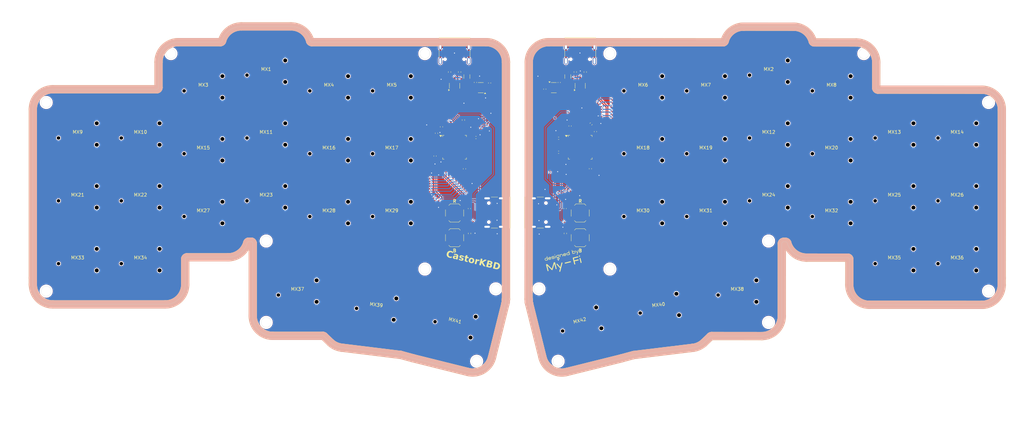
<source format=kicad_pcb>
(kicad_pcb (version 20241229) (generator "pcbnew") (generator_version "9.0")
  (layers (0 "F.Cu" signal) (2 "B.Cu" signal) (13 "F.Paste" user) (15 "B.Paste" user) (5 "F.SilkS" user "F.Silkscreen") (7 "B.SilkS" user "B.Silkscreen") (1 "F.Mask" user) (3 "B.Mask" user) (25 "Edge.Cuts" user))
  (net 0 "")
  (net 1 "+3V3")
  (net 2 "GND")
  (net 3 "+5V")
  (net 4 "VBUS")
  (net 5 "Net-(J1-CC2)")
  (net 6 "DP")
  (net 7 "GNDREF")
  (net 8 "Net-(J1-CC1)")
  (net 9 "DN")
  (net 10 "Net-(J2-CC2)")
  (net 11 "Net-(J2-CC1)")
  (net 12 "USART2_TX")
  (net 13 "USART2_RX")
  (net 14 "LEFT1")
  (net 15 "LEFT2")
  (net 16 "LEFT3")
  (net 17 "LEFT4")
  (net 18 "LEFT5")
  (net 19 "LEFT6")
  (net 20 "LEFT7")
  (net 21 "LEFT8")
  (net 22 "LEFT9")
  (net 23 "LEFT10")
  (net 24 "LEFT11")
  (net 25 "LEFT12")
  (net 26 "LEFT13")
  (net 27 "LEFT14")
  (net 28 "LEFT15")
  (net 29 "LEFT16")
  (net 30 "LEFT17")
  (net 31 "LEFT18")
  (net 32 "LEFT19")
  (net 33 "LEFT20")
  (net 34 "LEFT21")
  (net 35 "RIGHT22")
  (net 36 "RIGHT23")
  (net 37 "RIGHT24")
  (net 38 "RIGHT25")
  (net 39 "RIGHT26")
  (net 40 "RIGHT27")
  (net 41 "RIGHT28")
  (net 42 "RIGHT29")
  (net 43 "RIGHT30")
  (net 44 "RIGHT31")
  (net 45 "RIGHT32")
  (net 46 "RIGHT33")
  (net 47 "RIGHT34")
  (net 48 "RIGHT35")
  (net 49 "RIGHT36")
  (net 50 "RIGHT37")
  (net 51 "RIGHT38")
  (net 52 "RIGHT39")
  (net 53 "RIGHT40")
  (net 54 "RIGHT41")
  (net 55 "RIGHT42")
  (net 86 "HAND_L")
  (net 87 "HAND_R")
  (net 88 "RST-L")
  (net 89 "RST-R")
  (net 90 "BOOT-L")
  (net 91 "BOOT-R")
  (footprint "Package_TO_SOT_SMD:SOT-23-3" (layer "F.Cu") (at 147.25 30 180)
    (property "Reference" "U1" (hide yes))
    (property "Value" "XC6206PxxxMR")
  )
  (footprint "My-Fi Footprints:SW_MX_ULP_1u_Plate" (layer "F.Cu") (at 25 63.1)
    (property "Reference" "MX21")
    (property "Value" "ulp_mx_SW_solder")
  )
  (footprint "My-Fi Footprints:SW_MX_ULP_1u_Plate" (layer "F.Cu") (at 291.7 63.1)
    (property "Reference" "MX26")
    (property "Value" "ulp_mx_SW_solder")
  )
  (footprint "My-Fi Footprints:SW_MX_ULP_1u_Plate" (layer "F.Cu") (at 234.55 63.1)
    (property "Reference" "MX24")
    (property "Value" "ulp_mx_SW_solder")
  )
  (footprint "My-Fi Footprints:SW_MX_ULP_1u_Plate" (layer "F.Cu") (at 44.05 44.05)
    (property "Reference" "MX10")
    (property "Value" "ulp_mx_SW_solder")
  )
  (footprint "My-Fi Footprints:SW_MX_ULP_1u_Plate" (layer "F.Cu") (at 82.15 44.05)
    (property "Reference" "MX11")
    (property "Value" "ulp_mx_SW_solder")
  )
  (footprint "My-Fi Footprints:SW_MX_ULP_1u_Plate" (layer "F.Cu") (at 63.1 67.8625)
    (property "Reference" "MX27")
    (property "Value" "ulp_mx_SW_solder")
  )
  (footprint "Resistor_SMD:R_0402_1005Metric" (layer "F.Cu") (at 175.9 25.25 -90)
    (property "Reference" "R3" (hide yes))
    (property "Value" "5.1k")
  )
  (footprint "Capacitor_SMD:C_0402_1005Metric" (layer "F.Cu") (at 145.61 28.4 90)
    (property "Reference" "C6" (hide yes))
    (property "Value" "1uF")
  )
  (footprint "Resistor_SMD:R_0402_1005Metric" (layer "F.Cu") (at 143.87 74.2 -90)
    (property "Reference" "R4" (hide yes))
    (property "Value" "10k")
  )
  (footprint "Capacitor_SMD:C_0402_1005Metric" (layer "F.Cu") (at 180.47 54.58 -90)
    (property "Reference" "C12" (hide yes))
    (property "Value" "100nF")
  )
  (footprint "My-Fi Footprints:SW_MX_ULP_1u_Plate" (layer "F.Cu") (at 63.1 48.8125)
    (property "Reference" "MX15")
    (property "Value" "ulp_mx_SW_solder")
  )
  (footprint "Capacitor_SMD:C_0402_1005Metric" (layer "F.Cu") (at 145.79 45.13)
    (property "Reference" "C1" (hide yes))
    (property "Value" "100nF")
  )
  (footprint "My-Fi Footprints:SW_MX_ULP_1u_Plate" (layer "F.Cu") (at 196.45 48.8125)
    (property "Reference" "MX18")
    (property "Value" "ulp_mx_SW_solder")
  )
  (footprint "Package_TO_SOT_SMD:SOT-23-6" (layer "F.Cu") (at 177.4 29.42 90)
    (property "Reference" "U6" (hide yes))
    (property "Value" "SRV05-4")
  )
  (footprint "Fuse:Fuse_1206_3216Metric" (layer "F.Cu") (at 143.05 26.62 -90)
    (property "Reference" "F1" (hide yes))
    (property "Value" "500mA")
  )
  (footprint "Capacitor_SMD:C_0402_1005Metric" (layer "F.Cu") (at 149.95 28.58 90)
    (property "Reference" "C7" (hide yes))
    (property "Value" "1uF")
  )
  (footprint "My-Fi Footprints:SW_MX_ULP_1u_Plate" (layer "F.Cu") (at 196.45 67.8625)
    (property "Reference" "MX30")
    (property "Value" "ulp_mx_SW_solder")
  )
  (footprint "My-Fi Footprints:SW_MX_ULP_1u_Plate" (layer "F.Cu") (at 215.5 29.7625)
    (property "Reference" "MX7")
    (property "Value" "ulp_mx_SW_solder")
  )
  (footprint "My-Fi Footprints:SW_MX_ULP_1u_Plate" (layer "F.Cu") (at 82.15 25)
    (property "Reference" "MX1")
    (property "Value" "ulp_mx_SW_solder")
  )
  (footprint "Capacitor_SMD:C_0402_1005Metric" (layer "F.Cu") (at 133.83 43.81 90)
    (property "Reference" "C5" (hide yes))
    (property "Value" "10uF")
  )
  (footprint "Capacitor_SMD:C_0402_1005Metric" (layer "F.Cu") (at 170.86 45.33 180)
    (property "Reference" "C13" (hide yes))
    (property "Value" "10uF")
  )
  (footprint "My-Fi Footprints:SW_MX_ULP_1u_Plate" (layer "F.Cu") (at 25 82.15)
    (property "Reference" "MX33")
    (property "Value" "ulp_mx_SW_solder")
  )
  (footprint "Button_Switch_SMD:SW_Push_1P1T_XKB_TS-1187A" (layer "F.Cu") (at 177.4 75.5)
    (property "Reference" "SW4" (hide yes))
    (property "Value" "SW_DPST_x2")
  )
  (footprint "My-Fi Footprints:SW_MX_ULP_1u_Plate" (layer "F.Cu") (at 120.25 67.8625)
    (property "Reference" "MX29")
    (property "Value" "ulp_mx_SW_solder")
  )
  (footprint "My-Fi Footprints:SW_MX_ULP_1u_Plate" (layer "F.Cu") (at 44.05 82.15)
    (property "Reference" "MX34")
    (property "Value" "ulp_mx_SW_solder")
  )
  (footprint "Capacitor_SMD:C_0402_1005Metric" (layer "F.Cu") (at 171.03 28.42 90)
    (property "Reference" "C15" (hide yes))
    (property "Value" "1uF")
  )
  (footprint "My-Fi Footprints:SW_MX_ULP_1u_Plate" (layer "F.Cu") (at 120.25 48.8125)
    (property "Reference" "MX17")
    (property "Value" "ulp_mx_SW_solder")
  )
  (footprint "My-Fi Footprints:SW_MX_ULP_1u_Plate" (layer "F.Cu") (at 101.2 48.8125)
    (property "Reference" "MX16")
    (property "Value" "ulp_mx_SW_solder")
  )
  (footprint "Connector_USB:USB_C_Receptacle_HRO_TYPE-C-31-M-12" (layer "F.Cu") (at 152.3 67.8625 90)
    (property "Reference" "J5" (hide yes))
    (property "Value" "USB_C_Receptacle_USB2.0_14P")
  )
  (footprint "My-Fi Footprints:SW_MX_ULP_1u_Plate" (layer "F.Cu") (at 291.7 82.15)
    (property "Reference" "MX36")
    (property "Value" "ulp_mx_SW_solder")
  )
  (footprint "Resistor_SMD:R_0402_1005Metric" (layer "F.Cu") (at 180.7 40.99 45)
    (property "Reference" "R8" (hide yes))
    (property "Value" "5.1k")
  )
  (footprint "Package_QFP:LQFP-48_7x7mm_P0.5mm" (layer "F.Cu") (at 177.4 48.06)
    (property "Reference" "U4" (hide yes))
    (property "Value" "STM32F072CBTx")
  )
  (footprint "My-Fi Footprints:SW_MX_ULP_1u_Plate" (layer "F.Cu") (at 201.2125 96.4375 7)
    (property "Reference" "MX40")
    (property "Value" "ulp_mx_SW_solder")
  )
  (footprint "My-Fi Footprints:SW_MX_ULP_1u_Plate" (layer "F.Cu") (at 234.55 44.05)
    (property "Reference" "MX12")
    (property "Value" "ulp_mx_SW_solder")
  )
  (footprint "Fuse:Fuse_1206_3216Metric" (layer "F.Cu") (at 173.65 26.62 -90)
    (property "Reference" "F2" (hide yes))
    (property "Value" "500mA")
  )
  (footprint "My-Fi Footprints:SW_MX_ULP_1u_Plate" (layer "F.Cu") (at 253.6 29.7625)
    (property "Reference" "MX8")
    (property "Value" "ulp_mx_SW_solder")
  )
  (footprint "My-Fi Footprints:SW_MX_ULP_1u_Plate" (layer "F.Cu") (at 139.3 101.2 -14)
    (property "Reference" "MX41")
    (property "Value" "ulp_mx_SW_solder")
  )
  (footprint "My-Fi Footprints:SW_MX_ULP_1u_Plate" (layer "F.Cu") (at 253.6 48.8125)
    (property "Reference" "MX20")
    (property "Value" "ulp_mx_SW_solder")
  )
  (footprint "Capacitor_SMD:C_0402_1005Metric" (layer "F.Cu") (at 142.31 54.6 -90)
    (property "Reference" "C2" (hide yes))
    (property "Value" "100nF")
  )
  (footprint "Button_Switch_SMD:SW_Push_1P1T_XKB_TS-1187A" (layer "F.Cu") (at 139.3 75.5)
    (property "Reference" "SW2" (hide yes))
    (property "Value" "SW_DPST_x2")
  )
  (footprint "My-Fi Footprints:SW_MX_ULP_1u_Plate" (layer "F.Cu") (at 91.675 91.675)
    (property "Reference" "MX37")
    (property "Value" "ulp_mx_SW_solder")
  )
  (footprint "My-Fi Footprints:SW_MX_ULP_1u_Plate" (layer "F.Cu") (at 82.15 63.1)
    (property "Reference" "MX23")
    (property "Value" "ulp_mx_SW_solder")
  )
  (footprint "My-Fi Footprints:SW_MX_ULP_1u_Plate" (layer "F.Cu") (at 215.5 48.8125)
    (property "Reference" "MX19")
    (property "Value" "ulp_mx_SW_solder")
  )
  (footprint "Button_Switch_SMD:SW_Push_1P1T_XKB_TS-1187A" (layer "F.Cu") (at 177.4 68)
    (property "Reference" "SW3" (hide yes))
    (property "Value" "SW_DPST_x2")
  )
  (footprint "My-Fi Footprints:SW_MX_ULP_1u_Plate" (layer "F.Cu") (at 196.45 29.7625)
    (property "Reference" "MX6")
    (property "Value" "ulp_mx_SW_solder")
  )
  (footprint "Connector_USB:USB_C_Receptacle_HRO_TYPE-C-31-M-12" (layer "F.Cu") (at 164.4 67.8625 -90)
    (property "Reference" "J6" (hide yes))
    (property "Value" "USB_C_Receptacle_USB2.0_14P")
  )
  (footprint "My-Fi Footprints:SW_MX_ULP_1u_Plate" (layer "F.Cu") (at 253.6 67.8625)
    (property "Reference" "MX32")
    (property "Value" "ulp_mx_SW_solder")
  )
  (footprint "Capacitor_SMD:C_0402_1005Metric" (layer "F.Cu") (at 170.85 49.58 180)
    (property "Reference" "C9" (hide yes))
    (property "Value" "100nF")
  )
  (footprint "Connector_USB:USB_C_Receptacle_HRO_TYPE-C-31-M-12" (layer "F.Cu") (at 139.3 18.7625 180)
    (property "Reference" "J1" (hide yes))
    (property "Value" "USB_C_Receptacle_USB2.0_14P")
  )
  (footprint "Capacitor_SMD:C_0402_1005Metric" (layer "F.Cu") (at 174.34 41.62 90)
    (property "Reference" "C10" (hide yes))
    (property "Value" "100nF")
  )
  (footprint "Capacitor_SMD:C_0402_1005Metric" (layer "F.Cu") (at 135.33 41.87 90)
    (property "Reference" "C4" (hide yes))
    (property "Value" "100nF")
  )
  (footprint "My-Fi Footprints:SW_MX_ULP_1u_Plate" (layer "F.Cu") (at 177.4 101.2 14)
    (property "Reference" "MX42")
    (property "Value" "ulp_mx_SW_solder")
  )
  (footprint "Connector_USB:USB_C_Receptacle_HRO_TYPE-C-31-M-12" (layer "F.Cu") (at 177.4 18.7625 180)
    (property "Reference" "J2" (hide yes))
    (property "Value" "USB_C_Receptacle_USB2.0_14P")
  )
  (footprint "Package_TO_SOT_SMD:SOT-23-6" (layer "F.Cu") (at 139.3 29.42 90)
    (property "Reference" "U3" (hide yes))
    (property "Value" "SRV05-4")
  )
  (footprint "Button_Switch_SMD:SW_Push_1P1T_XKB_TS-1187A" (layer "F.Cu") (at 139.3 68)
    (property "Reference" "SW1" (hide yes))
    (property "Value" "SW_DPST_x2")
  )
  (footprint "My-Fi Footprints:SW_MX_ULP_1u_Plate" (layer "F.Cu") (at 291.7 44.05)
    (property "Reference" "MX14")
    (property "Value" "ulp_mx_SW_solder")
  )
  (footprint "Package_QFP:LQFP-48_7x7mm_P0.5mm" (layer "F.Cu") (at 139.3 48.06)
    (property "Reference" "U2" (hide yes))
    (property "Value" "STM32F072CBTx")
  )
  (footprint "My-Fi Footprints:SW_MX_ULP_1u_Plate" (layer "F.Cu") (at 44.05 63.1)
    (property "Reference" "MX22")
    (property "Value" "ulp_mx_SW_solder")
  )
  (footprint "Capacitor_SMD:C_0402_1005Metric" (layer "F.Cu") (at 182.01 43.32 90)
    (property "Reference" "C11" (hide yes))
    (property "Value" "100nF")
  )
  (footprint "Resistor_SMD:R_0402_1005Metric" (layer "F.Cu") (at 172.89 74.2 -90)
    (property "Reference" "R6" (hide yes))
    (property "Value" "10k")
  )
  (footprint "My-Fi Footprints:SW_MX_ULP_1u_Plate" (layer "F.Cu") (at 234.55 25)
    (property "Reference" "MX2")
    (property "Value" "ulp_mx_SW_solder")
  )
  (footprint "My-Fi Footprints:SW_MX_ULP_1u_Plate" (layer "F.Cu") (at 272.65 63.1)
    (property "Reference" "MX25")
    (property "Value" "ulp_mx_SW_solder")
  )
  (footprint "Resistor_SMD:R_0402_1005Metric" (layer "F.Cu") (at 140.85 25.25 -90)
    (property "Reference" "R2" (hide yes))
    (property "Value" "5.1k")
  )
  (footprint "Package_TO_SOT_SMD:SOT-23-3" (layer "F.Cu") (at 169.4 30)
    (property "Reference" "U5" (hide yes))
    (property "Value" "XC6206PxxxMR")
  )
  (footprint "My-Fi Footprints:SW_MX_ULP_1u_Plate" (layer "F.Cu") (at 115.4875 96.4375 -7)
    (property "Reference" "MX39")
    (property "Value" "ulp_mx_SW_solder")
  )
  (footprint "My-Fi Footprints:SW_MX_ULP_1u_Plate" (layer "F.Cu") (at 215.5 67.8625)
    (property "Reference" "MX31")
    (property "Value" "ulp_mx_SW_solder")
  )
  (footprint "My-Fi Footprints:SW_MX_ULP_1u_Plate" (layer "F.Cu") (at 25 44.05)
    (property "Reference" "MX9")
    (property "Value" "ulp_mx_SW_solder")
  )
  (footprint "My-Fi Footprints:SW_MX_ULP_1u_Plate" (layer "F.Cu") (at 272.65 82.15)
    (property "Reference" "MX35")
    (property "Value" "ulp_mx_SW_solder")
  )
  (footprint "My-Fi Footprints:SW_MX_ULP_1u_Plate" (layer "F.Cu") (at 120.25 29.7625)
    (property "Reference" "MX5")
    (property "Value" "ulp_mx_SW_solder")
  )
  (footprint "Resistor_SMD:R_0402_1005Metric" (layer "F.Cu") (at 141.97 39.81 90)
    (property "Reference" "R7" (hide yes))
    (property "Value" "5.1k")
  )
  (footprint "Capacitor_SMD:C_0402_1005Metric" (layer "F.Cu") (at 143.78 66.66 -90)
    (property "Reference" "C8" (hide yes))
    (property "Value" "100nF")
  )
  (footprint "My-Fi Footprints:SW_MX_ULP_1u_Plate" (layer "F.Cu") (at 101.2 67.8625)
    (property "Reference" "MX28")
    (property "Value" "ulp_mx_SW_solder")
  )
  (footprint "Resistor_SMD:R_0402_1005Metric" (layer "F.Cu") (at 137.81 25.25 -90)
    (property "Reference" "R1" (hide yes))
    (property "Value" "5.1k")
  )
  (footprint "Capacitor_SMD:C_0402_1005Metric" (layer "F.Cu") (at 133.39 50.73 -90)
    (property "Reference" "C3" (hide yes))
    (property "Value" "100nF")
  )
  (footprint "Capacitor_SMD:C_0402_1005Metric" (layer "F.Cu") (at 172.83 66.66 -90)
    (property "Reference" "C14" (hide yes))
    (property "Value" "100nF")
  )
  (footprint "My-Fi Footprints:SW_MX_ULP_1u_Plate" (layer "F.Cu") (at 272.65 44.05)
    (property "Reference" "MX13")
    (property "Value" "ulp_mx_SW_solder")
  )
  (footprint "My-Fi Footprints:SW_MX_ULP_1u_Plate" (layer "F.Cu") (at 225.025 91.675)
    (property "Reference" "MX38")
    (property "Value" "ulp_mx_SW_solder")
  )
  (footprint "My-Fi Footprints:SW_MX_ULP_1u_Plate" (layer "F.Cu") (at 63.1 29.7625)
    (property "Reference" "MX3")
    (property "Value" "ulp_mx_SW_solder")
  )
  (footprint "Resistor_SMD:R_0402_1005Metric" (layer "F.Cu") (at 178.93 25.25 -90)
    (property "Reference" "R5" (hide yes))
    (property "Value" "5.1k")
  )
  (footprint "Capacitor_SMD:C_0402_1005Metric" (layer "F.Cu") (at 166.66 30.44 90)
    (property "Reference" "C16" (hide yes))
    (property "Value" "1uF")
  )
  (footprint "My-Fi Footprints:SW_MX_ULP_1u_Plate" (layer "F.Cu") (at 101.2 29.7625)
    (property "Reference" "MX4")
    (property "Value" "ulp_mx_SW_solder")
  )
  (gr_line (start 122.996122 111.036388) (end 105.040834 108.831758) (stroke (width 2.5)) (layer "F.SilkS"))
  (gr_line (start 11.425 89.675001) (end 11.425 87.625001) (stroke (width 2.5)) (layer "F.SilkS"))
  (gr_line (start 305.208918 87.769804) (end 305.260504 36.66983) (stroke (width 2.5)) (layer "F.SilkS"))
  (gr_line (start 154.896373 94.016671) (end 154.893038 94.18049) (stroke (width 2.5)) (layer "F.SilkS"))
  (gr_poly (pts (xy 176.640458 81.167999) (xy 176.647857 81.166659) (xy 176.655188 81.165678) (xy 176.662461 81.165059) (xy 176.669679 81.164809) (xy 176.67685 81.164926) (xy 176.683978 81.16542) (xy 176.691071 81.166289) (xy 176.698135 81.167542) (xy 176.705175 81.169178) (xy 176.712197 81.171203) (xy 176.719208 81.17362) (xy 176.726214 81.176434) (xy 176.733222 81.179647) (xy 176.740236 81.183264) (xy 176.747263 81.187287) (xy 176.754114 81.191604) (xy 176.7606 81.196099) (xy 176.766726 81.200777) (xy 176.772499 81.205643) (xy 176.777926 81.210699) (xy 176.783011 81.215948) (xy 176.787761 81.221396) (xy 176.792181 81.227044) (xy 176.796281 81.232899) (xy 176.800063 81.238962) (xy 176.803534 81.245236) (xy 176.8067 81.251728) (xy 176.809569 81.258439) (xy 176.812146 81.265374) (xy 176.814436 81.272536) (xy 176.816446 81.279928) (xy 176.818142 81.287399) (xy 176.819481 81.294791) (xy 176.820458 81.302108) (xy 176.821068 81.309351) (xy 176.821307 81.316519) (xy 176.82117 81.323615) (xy 176.820651 81.330641) (xy 176.819747 81.337595) (xy 176.818452 81.344482) (xy 176.81676 81.351302) (xy 176.814668 81.358055) (xy 176.81217 81.364743) (xy 176.809261 81.371367) (xy 176.805937 81.37793) (xy 176.802192 81.38443) (xy 176.798022 81.39087) (xy 176.793569 81.397171) (xy 176.788972 81.403249) (xy 176.784223 81.409094) (xy 176.779316 81.414699) (xy 176.774243 81.420054) (xy 176.768996 81.425152) (xy 176.763569 81.429983) (xy 176.757953 81.434538) (xy 176.752142 81.43881) (xy 176.746129 81.44279) (xy 176.739905 81.446469) (xy 176.733464 81.449838) (xy 176.726798 81.452891) (xy 176.719902 81.455616) (xy 176.712765 81.458006) (xy 176.705381 81.460054) (xy 175.477218 81.766269) (xy 175.626165 82.363664) (xy 176.740857 82.08574) (xy 176.748328 82.084044) (xy 176.755726 82.082703) (xy 176.763059 82.081722) (xy 176.770331 82.081105) (xy 176.777549 82.080853) (xy 176.78472 82.080972) (xy 176.791848 82.081464) (xy 176.798941 82.082335) (xy 176.806004 82.083586) (xy 176.813044 82.085223) (xy 176.820067 82.087248) (xy 176.827078 82.089666) (xy 176.834085 82.092479) (xy 176.841091 82.095693) (xy 176.848106 82.099309) (xy 176.855133 82.103333) (xy 176.861984 82.107648) (xy 176.868469 82.112144) (xy 176.874596 82.116822) (xy 176.880369 82.121688) (xy 176.885795 82.126743) (xy 176.89088 82.131993) (xy 176.89563 82.13744) (xy 176.900052 82.14309) (xy 176.90415 82.148943) (xy 176.907932 82.155006) (xy 176.911403 82.161282) (xy 176.914571 82.167773) (xy 176.917439 82.174484) (xy 176.920016 82.181418) (xy 176.922306 82.18858) (xy 176.924317 82.195973) (xy 176.926012 82.203444) (xy 176.927352 82.210843) (xy 176.928333 82.218175) (xy 176.928951 82.225448) (xy 176.929202 82.232665) (xy 176.929084 82.239836) (xy 176.928592 82.246965) (xy 176.92772 82.254057) (xy 176.926469 82.261121) (xy 176.924833 82.268161) (xy 176.922807 82.275183) (xy 176.92039 82.282194) (xy 176.917577 82.289201) (xy 176.914364 82.296207) (xy 176.910747 82.303222) (xy 176.906723 82.310249) (xy 176.90227 82.31655) (xy 176.897673 82.322628) (xy 176.892925 82.328473) (xy 176.888017 82.334078) (xy 176.882944 82.339434) (xy 176.877697 82.344531) (xy 176.87227 82.349362) (xy 176.866654 82.353918) (xy 176.860844 82.358189) (xy 176.85483 82.362169) (xy 176.848606 82.365848) (xy 176.842166 82.369217) (xy 176.8355 82.37227) (xy 176.828603 82.374995) (xy 176.821466 82.377386) (xy 176.814083 82.379433) (xy 175.699391 82.657357) (xy 175.892441 83.431637) (xy 175.894136 83.439108) (xy 175.895476 83.446507) (xy 175.896457 83.453839) (xy 175.897076 83.461111) (xy 175.897328 83.46833) (xy 175.897209 83.475501) (xy 175.896716 83.48263) (xy 175.895846 83.489723) (xy 175.894595 83.496786) (xy 175.892958 83.503826) (xy 175.890933 83.510849) (xy 175.888515 83.517861) (xy 175.885702 83.524868) (xy 175.882489 83.531875) (xy 175.878872 83.53889) (xy 175.874849 83.545919) (xy 175.871083 83.552632) (xy 175.866995 83.559017) (xy 175.862597 83.565073) (xy 175.8579 83.570804) (xy 175.852915 83.576213) (xy 175.847652 83.581301) (xy 175.842124 83.586071) (xy 175.83634 83.590526) (xy 175.830312 83.594668) (xy 175.824051 83.5985) (xy 175.817568 83.602023) (xy 175.810873 83.60524) (xy 175.803978 83.608154) (xy 175.796894 83.610768) (xy 175.789633 83.613083) (xy 175.782203 83.615103) (xy 175.774734 83.616798) (xy 175.767335 83.618139) (xy 175.760004 83.61912) (xy 175.752731 83.619737) (xy 175.745513 83.619989) (xy 175.738343 83.61987) (xy 175.731214 83.619377) (xy 175.724121 83.618507) (xy 175.717057 83.617256) (xy 175.710017 83.615619) (xy 175.702994 83.613594) (xy 175.695983 83.611177) (xy 175.688976 83.608363) (xy 175.681969 83.60515) (xy 175.674954 83.601534) (xy 175.667927 83.59751) (xy 175.661076 83.593193) (xy 175.65459 83.588697) (xy 175.648464 83.584018) (xy 175.64269 83.579152) (xy 175.637265 83.574095) (xy 175.632179 83.568846) (xy 175.627429 83.563398) (xy 175.623007 83.557749) (xy 175.618908 83.551895) (xy 175.615127 83.545831) (xy 175.611655 83.539556) (xy 175.608488 83.533064) (xy 175.60562 83.526353) (xy 175.603044 83.519419) (xy 175.600753 83.512257) (xy 175.598743 83.504864) (xy 175.148571 81.699323) (xy 175.146875 81.691853) (xy 175.145536 81.684455) (xy 175.144555 81.677123) (xy 175.143936 81.669851) (xy 175.143684 81.662633) (xy 175.143803 81.655463) (xy 175.144296 81.648334) (xy 175.145166 81.641241) (xy 175.146418 81.634177) (xy 175.148054 81.627137) (xy 175.150079 81.620114) (xy 175.152497 81.613103) (xy 175.15531 81.606096) (xy 175.158523 81.599088) (xy 175.16214 81.592074) (xy 175.166163 81.585047) (xy 175.170479 81.578196) (xy 175.174976 81.57171) (xy 175.179654 81.565584) (xy 175.184519 81.559811) (xy 175.189575 81.554384) (xy 175.194826 81.549299) (xy 175.200273 81.544549) (xy 175.205923 81.540128) (xy 175.211777 81.536029) (xy 175.21784 81.532247) (xy 175.224115 81.528776) (xy 175.230606 81.525609) (xy 175.237318 81.52274) (xy 175.244251 81.520164) (xy 175.251413 81.517874) (xy 175.258804 81.515864) (xy 176.630485 81.173866) (xy 176.632987 81.169695)) (fill yes) (layer "F.SilkS"))
  (gr_poly (pts (xy 176.791082 79.180613) (xy 176.796077 79.179514) (xy 176.798568 79.179051) (xy 176.801052 79.178668) (xy 176.803529 79.17838) (xy 176.805997 79.178204) (xy 176.808456 79.178154) (xy 176.810903 79.178248) (xy 176.813338 79.1785) (xy 176.81576 79.178927) (xy 176.818166 79.179545) (xy 176.820557 79.18037) (xy 176.822929 79.181416) (xy 176.82411 79.182027) (xy 176.825284 79.182701) (xy 176.818606 79.184366) (xy 176.822182 79.185551) (xy 176.825713 79.186907) (xy 176.829192 79.188431) (xy 176.832613 79.190122) (xy 176.835972 79.191973) (xy 176.83926 79.193982) (xy 176.842472 79.196145) (xy 176.845603 79.198459) (xy 176.848646 79.200919) (xy 176.851594 79.203521) (xy 176.854442 79.206263) (xy 176.857183 79.209142) (xy 176.859813 79.212152) (xy 176.862323 79.21529) (xy 176.864709 79.218553) (xy 176.866964 79.221936) (xy 176.869036 79.225406) (xy 176.870882 79.228927) (xy 176.872511 79.232492) (xy 176.87393 79.236094) (xy 176.875149 79.239725) (xy 176.876176 79.243378) (xy 176.87702 79.247046) (xy 176.877688 79.25072) (xy 176.87819 79.254395) (xy 176.878536 79.258062) (xy 176.878731 79.261715) (xy 176.878787 79.265346) (xy 176.87871 79.268948) (xy 176.878511 79.272512) (xy 176.878196 79.276034) (xy 176.877775 79.279504) (xy 176.692957 80.002653) (xy 176.537406 80.61571) (xy 176.535527 80.620167) (xy 176.533353 80.624946) (xy 176.53201 80.627742) (xy 176.530514 80.630721) (xy 176.528882 80.633818) (xy 176.527128 80.636966) (xy 176.525266 80.640099) (xy 176.523311 80.643152) (xy 176.521279 80.646057) (xy 176.520238 80.647434) (xy 176.519183 80.64875) (xy 176.518116 80.649996) (xy 176.517039 80.651164) (xy 176.515952 80.652246) (xy 176.51486 80.653234) (xy 176.51266 80.655071) (xy 176.510439 80.656828) (xy 176.5082 80.658508) (xy 176.50594 80.66011) (xy 176.503661 80.661633) (xy 176.501362 80.663079) (xy 176.499045 80.664445) (xy 176.496707 80.665734) (xy 176.49435 80.666944) (xy 176.491973 80.668076) (xy 176.489577 80.66913) (xy 176.487163 80.670107) (xy 176.484728 80.671004) (xy 176.482273 80.671824) (xy 176.4798 80.672565) (xy 176.477307 80.673228) (xy 176.472439 80.674421) (xy 176.467777 80.675438) (xy 176.465489 80.675849) (xy 176.463212 80.676181) (xy 176.460933 80.67642) (xy 176.458638 80.676554) (xy 176.456313 80.67657) (xy 176.453946 80.676457) (xy 176.451523 80.676202) (xy 176.449031 80.675793) (xy 176.446455 80.675218) (xy 176.443783 80.674464) (xy 176.441001 80.67352) (xy 176.438097 80.672373) (xy 176.433981 80.671363) (xy 176.430069 80.670213) (xy 176.426349 80.668923) (xy 176.422811 80.667487) (xy 176.419446 80.665905) (xy 176.416239 80.664174) (xy 176.413183 80.662293) (xy 176.410264 80.660257) (xy 176.407472 80.658065) (xy 176.404797 80.655713) (xy 176.402227 80.653201) (xy 176.399751 80.650526) (xy 176.397359 80.647684) (xy 176.395038 80.644673) (xy 176.392779 80.641492) (xy 176.39057 80.638138) (xy 176.388498 80.634666) (xy 176.386657 80.631137) (xy 176.385039 80.627551) (xy 176.383643 80.623912) (xy 176.382462 80.620218) (xy 176.381491 80.616473) (xy 176.380725 80.612676) (xy 176.38016 80.608829) (xy 176.37979 80.604933) (xy 176.379612 80.60099) (xy 176.379618 80.597001) (xy 176.379806 80.592967) (xy 176.38017 80.588889) (xy 176.380704 80.584767) (xy 176.381405 80.580605) (xy 176.382267 80.576403) (xy 176.508542 80.087629) (xy 176.504535 80.087218) (xy 176.500647 80.086614) (xy 176.496877 80.085826) (xy 176.493229 80.084858) (xy 176.489703 80.083712) (xy 176.486302 80.082395) (xy 176.483024 80.080913) (xy 176.479873 80.07927) (xy 176.476849 80.07747) (xy 176.473952 80.075519) (xy 176.471187 80.07342) (xy 176.468551 80.07118) (xy 176.466048 80.068803) (xy 176.463679 80.066294) (xy 176.461444 80.063659) (xy 176.459345 80.060899) (xy 175.956657 79.509165) (xy 175.954069 79.506445) (xy 175.951623 79.503611) (xy 175.949328 79.500669) (xy 175.947187 79.49762) (xy 175.945209 79.494469) (xy 175.943397 79.491219) (xy 175.941759 79.487873) (xy 175.940301 79.484437) (xy 175.939029 79.480913) (xy 175.937948 79.477304) (xy 175.937066 79.473615) (xy 175.936388 79.469849) (xy 175.935919 79.466011) (xy 175.935667 79.462103) (xy 175.935638 79.458129) (xy 175.935838 79.454092) (xy 175.93624 79.450046) (xy 175.936815 79.446045) (xy 175.937558 79.442096) (xy 175.938467 79.438203) (xy 175.939535 79.434375) (xy 175.940762 79.430617) (xy 175.942144 79.426935) (xy 175.943675 79.423335) (xy 175.945353 79.419822) (xy 175.947175 79.416404) (xy 175.949135 79.413086) (xy 175.951231 79.409875) (xy 175.953459 79.406776) (xy 175.955815 79.403796) (xy 175.958295 79.400942) (xy 175.960897 79.398217) (xy 175.96251 79.396527) (xy 175.964216 79.394896) (xy 175.966011 79.393327) (xy 175.967888 79.39182) (xy 175.969844 79.390376) (xy 175.971873 79.388998) (xy 175.97397 79.387686) (xy 175.976131 79.386441) (xy 175.97835 79.385264) (xy 175.980623 79.384157) (xy 175.982945 79.383122) (xy 175.985311 79.382159) (xy 175.987716 79.381269) (xy 175.990155 79.380452) (xy 175.992622 79.379713) (xy 175.995115 79.37905) (xy 176.000125 79.377821) (xy 176.005164 79.37671) (xy 176.007705 79.376235) (xy 176.010263 79.375834) (xy 176.012843 79.37552) (xy 176.015449 79.375309) (xy 176.018084 79.375216) (xy 176.020751 79.375255) (xy 176.023456 79.375439) (xy 176.026201 79.375787) (xy 176.028989 79.376309) (xy 176.031826 79.377022) (xy 176.034713 79.37794) (xy 176.037656 79.379079) (xy 176.040441 79.379755) (xy 176.043167 79.38053) (xy 176.045836 79.381401) (xy 176.048445 79.382371) (xy 176.050996 79.383437) (xy 176.053489 79.384603) (xy 176.055923 79.385865) (xy 176.058298 79.387225) (xy 176.060614 79.388683) (xy 176.062872 79.390239) (xy 176.06507 79.391893) (xy 176.067209 79.393644) (xy 176.06929 79.395493) (xy 176.071312 79.397439) (xy 176.073275 79.399484) (xy 176.075179 79.401626) (xy 176.54452 79.919138) (xy 176.551199 79.917472) (xy 176.725979 79.239363) (xy 176.72786 79.234906) (xy 176.730032 79.230127) (xy 176.731375 79.22733) (xy 176.732871 79.22435) (xy 176.734503 79.221253) (xy 176.736257 79.218106) (xy 176.738119 79.214972) (xy 176.740074 79.211919) (xy 176.742106 79.209014) (xy 176.743147 79.207638) (xy 176.744202 79.206321) (xy 176.74527 79.205076) (xy 176.746347 79.203908) (xy 176.747434 79.202826) (xy 176.748526 79.201839) (xy 176.750727 79.200002) (xy 176.752947 79.198243) (xy 176.755187 79.196563) (xy 176.757445 79.194961) (xy 176.759724 79.193437) (xy 176.762023 79.191992) (xy 176.764341 79.190624) (xy 176.766678 79.189336) (xy 176.769035 79.188124) (xy 176.771411 79.186992) (xy 176.773807 79.185938) (xy 176.776223 79.184962) (xy 176.778657 79.184065) (xy 176.781112 79.183245) (xy 176.783585 79.182503) (xy 176.786079 79.18184)) (fill yes) (layer "F.SilkS"))
  (gr_poly (pts (xy 177.137841 80.873835) (xy 177.145239 80.872494) (xy 177.152572 80.871513) (xy 177.159844 80.870895) (xy 177.167063 80.870644) (xy 177.174233 80.870763) (xy 177.181362 80.871256) (xy 177.188455 80.872126) (xy 177.195517 80.873377) (xy 177.202557 80.875014) (xy 177.20958 80.877039) (xy 177.216591 80.879456) (xy 177.223598 80.88227) (xy 177.230604 80.885483) (xy 177.237619 80.8891) (xy 177.244647 80.893123) (xy 177.250948 80.897576) (xy 177.257026 80.902173) (xy 177.262871 80.906922) (xy 177.268476 80.911829) (xy 177.27383 80.916902) (xy 177.278928 80.922149) (xy 177.283759 80.927577) (xy 177.288314 80.933192) (xy 177.292586 80.939003) (xy 177.296566 80.945016) (xy 177.300245 80.95124) (xy 177.303615 80.957681) (xy 177.306666 80.964346) (xy 177.309392 80.971243) (xy 177.311783 80.97838) (xy 177.31383 80.985764) (xy 177.337129 81.079213) (xy 177.338825 81.086684) (xy 177.340164 81.094082) (xy 177.341145 81.101414) (xy 177.341764 81.108686) (xy 177.342015 81.115904) (xy 177.341896 81.123075) (xy 177.341404 81.130204) (xy 177.340534 81.137296) (xy 177.339281 81.14436) (xy 177.337645 81.151401) (xy 177.33562 81.158423) (xy 177.333203 81.165434) (xy 177.33039 81.172441) (xy 177.327177 81.179448) (xy 177.32356 81.186463) (xy 177.319537 81.19349) (xy 177.31577 81.200205) (xy 177.311682 81.206588) (xy 177.307285 81.212645) (xy 177.302588 81.218375) (xy 177.297603 81.223784) (xy 177.292342 81.228872) (xy 177.286813 81.233642) (xy 177.281029 81.238097) (xy 177.275002 81.242239) (xy 177.268741 81.24607) (xy 177.262259 81.249593) (xy 177.255565 81.252811) (xy 177.24867 81.255725) (xy 177.241587 81.258339) (xy 177.234325 81.260654) (xy 177.226896 81.262673) (xy 177.219425 81.264368) (xy 177.212026 81.265709) (xy 177.204694 81.26669) (xy 177.197421 81.267308) (xy 177.190203 81.26756) (xy 177.183032 81.267441) (xy 177.175904 81.266949) (xy 177.168811 81.266078) (xy 177.161747 81.264827) (xy 177.154707 81.26319) (xy 177.147685 81.261165) (xy 177.140674 81.258747) (xy 177.133668 81.255933) (xy 177.12666 81.25272) (xy 177.119646 81.249104) (xy 177.112619 81.24508) (xy 177.105769 81.240764) (xy 177.099282 81.236269) (xy 177.093156 81.23159) (xy 177.087383 81.226724) (xy 177.081957 81.221669) (xy 177.076871 81.216419) (xy 177.072121 81.21097) (xy 177.0677 81.205321) (xy 177.063601 81.199468) (xy 177.059819 81.193405) (xy 177.056348 81.187129) (xy 177.053181 81.180637) (xy 177.050313 81.173927) (xy 177.047737 81.166992) (xy 177.045446 81.159832) (xy 177.043436 81.152439) (xy 177.020137 81.05899) (xy 177.018441 81.051518) (xy 177.0171 81.04412) (xy 177.016119 81.036787) (xy 177.015502 81.029516) (xy 177.01525 81.022297) (xy 177.015369 81.015127) (xy 177.015862 81.007999) (xy 177.016732 81.000905) (xy 177.017983 80.993842) (xy 177.019619 80.986802) (xy 177.021645 80.979779) (xy 177.024062 80.972768) (xy 177.026876 80.965762) (xy 177.030089 80.958755) (xy 177.033706 80.951741) (xy 177.037729 80.944714) (xy 177.042045 80.937863) (xy 177.046541 80.931377) (xy 177.05122 80.925251) (xy 177.056084 80.919477) (xy 177.06114 80.914051) (xy 177.06639 80.908966) (xy 177.071837 80.904216) (xy 177.077486 80.899795) (xy 177.083341 80.895696) (xy 177.089403 80.891914) (xy 177.095679 80.888443) (xy 177.10217 80.885276) (xy 177.108882 80.882407) (xy 177.115815 80.879831) (xy 177.122978 80.877541) (xy 177.13037 80.875531)) (fill yes) (layer "F.SilkS"))
  (gr_arc (start 150.651302 111.785566) (mid 147.896987 115.507787) (end 143.317385 116.192227) (stroke (width 2.5)) (layer "F.SilkS"))
  (gr_line (start 242.085874 11.506042) (end 227.035882 11.490849) (stroke (width 2.5)) (layer "F.SilkS"))
  (gr_line (start 305.206848 89.819803) (end 305.208918 87.769804) (stroke (width 2.5)) (layer "F.SilkS"))
  (gr_arc (start 49.525 22.237501) (mid 51.297005 17.959508) (end 55.575 16.187501) (stroke (width 2.5)) (layer "F.SilkS"))
  (gr_arc (start 11.425 36.525001) (mid 13.197005 32.247008) (end 17.475 30.475001) (stroke (width 2.5)) (layer "F.SilkS"))
  (gr_line (start 11.425 87.625001) (end 11.425 36.525001) (stroke (width 2.5)) (layer "F.SilkS"))
  (gr_arc (start 267.66663 30.581875) (mid 267.313213 30.435082) (end 267.167135 30.081371) (stroke (width 2.5)) (layer "F.SilkS"))
  (gr_line (start 74.625 11.425001) (end 89.675 11.425001) (stroke (width 2.5)) (layer "F.SilkS"))
  (gr_line (start 189.813759 112.101191) (end 193.614219 111.068547) (stroke (width 2.5)) (layer "F.SilkS"))
  (gr_arc (start 76.44209 77.038786) (mid 74.271473 80.214012) (end 70.625 81.437501) (stroke (width 2.5)) (layer "F.SilkS"))
  (gr_arc (start 246.015194 81.522544) (mid 242.369959 80.295384) (end 240.202547 77.117958) (stroke (width 2.5)) (layer "F.SilkS"))
  (gr_line (start 173.287761 116.203869) (end 189.813759 112.101191) (stroke (width 2.5)) (layer "F.SilkS"))
  (gr_poly (pts (xy 170.879257 80.654694) (xy 170.882985 80.654127) (xy 170.886698 80.653792) (xy 170.890398 80.653677) (xy 170.894088 80.653774) (xy 170.897772 80.654069) (xy 170.90145 80.654553) (xy 170.905126 80.655213) (xy 170.908802 80.65604) (xy 170.912479 80.657022) (xy 170.916162 80.658148) (xy 170.919852 80.659407) (xy 170.923552 80.660788) (xy 170.927264 80.66228) (xy 170.93099 80.663872) (xy 170.934733 80.665554) (xy 170.93839 80.667382) (xy 170.941853 80.669415) (xy 170.945126 80.67164) (xy 170.94821 80.674049) (xy 170.951108 80.676627) (xy 170.953822 80.679366) (xy 170.956355 80.682254) (xy 170.95871 80.685279) (xy 170.960889 80.688432) (xy 170.962893 80.6917) (xy 170.964728 80.695073) (xy 170.966392 80.698541) (xy 170.967891 80.70209) (xy 170.969226 80.705713) (xy 170.970399 80.709396) (xy 170.971414 80.713129) (xy 170.972261 80.716864) (xy 170.97293 80.720567) (xy 170.973414 80.724242) (xy 170.973712 80.727898) (xy 170.973819 80.731538) (xy 170.973731 80.73517) (xy 170.973447 80.738799) (xy 170.972959 80.742432) (xy 170.972267 80.746074) (xy 170.971366 80.749733) (xy 170.970253 80.753414) (xy 170.968922 80.757122) (xy 170.967371 80.760864) (xy 170.965597 80.764647) (xy 170.963595 80.768474) (xy 170.961362 80.772356) (xy 170.959534 80.776011) (xy 170.957502 80.779473) (xy 170.955277 80.782745) (xy 170.952869 80.785828) (xy 170.95029 80.788726) (xy 170.947553 80.79144) (xy 170.944665 80.793973) (xy 170.941639 80.796326) (xy 170.938488 80.798505) (xy 170.935219 80.80051) (xy 170.931846 80.802343) (xy 170.928379 80.804009) (xy 170.924828 80.805507) (xy 170.921206 80.806842) (xy 170.917524 80.808016) (xy 170.91379 80.80903) (xy 170.907112 80.810695) (xy 170.902934 80.808185) (xy 170.91487 80.81882) (xy 170.926825 80.830031) (xy 170.938662 80.841773) (xy 170.950245 80.853991) (xy 170.961437 80.866642) (xy 170.966844 80.873112) (xy 170.972101 80.879672) (xy 170.977191 80.886315) (xy 170.9821 80.893035) (xy 170.986806 80.899825) (xy 170.991296 80.906679) (xy 170.996191 80.913477) (xy 171.000874 80.92041) (xy 171.005354 80.927476) (xy 171.009632 80.934677) (xy 171.013715 80.942008) (xy 171.017607 80.949471) (xy 171.021314 80.957063) (xy 171.024839 80.964783) (xy 171.028188 80.97263) (xy 171.031367 80.980603) (xy 171.034379 80.988701) (xy 171.037229 80.996922) (xy 171.042465 81.013728) (xy 171.047114 81.031013) (xy 171.049493 81.041054) (xy 171.051635 81.051142) (xy 171.053537 81.06127) (xy 171.055196 81.071427) (xy 171.056612 81.081603) (xy 171.057781 81.091789) (xy 171.058701 81.101975) (xy 171.059368 81.112151) (xy 171.059781 81.122306) (xy 171.059939 81.132432) (xy 171.059837 81.142519) (xy 171.059474 81.152557) (xy 171.058846 81.162536) (xy 171.057952 81.172446) (xy 171.05679 81.182278) (xy 171.055357 81.192023) (xy 171.053834 81.20225) (xy 171.052095 81.212293) (xy 171.050135 81.222162) (xy 171.047952 81.231868) (xy 171.045546 81.241422) (xy 171.042912 81.250836) (xy 171.040048 81.260121) (xy 171.036954 81.269286) (xy 171.033623 81.278343) (xy 171.030056 81.287304) (xy 171.02625 81.296178) (xy 171.022201 81.304978) (xy 171.017909 81.313714) (xy 171.013369 81.322398) (xy 171.00858 81.331039) (xy 171.003541 81.33965) (xy 170.992957 81.356573) (xy 170.987461 81.364823) (xy 170.981815 81.372928) (xy 170.976009 81.380887) (xy 170.97003 81.388696) (xy 170.963868 81.396354) (xy 170.957512 81.403858) (xy 170.95095 81.411204) (xy 170.944173 81.418392) (xy 170.937168 81.425419) (xy 170.929925 81.432281) (xy 170.922432 81.438977) (xy 170.91468 81.445504) (xy 170.906656 81.45186) (xy 170.898351 81.458042) (xy 170.89042 81.463882) (xy 170.882285 81.469524) (xy 170.873953 81.474966) (xy 170.865437 81.480205) (xy 170.856744 81.485238) (xy 170.847886 81.490064) (xy 170.838871 81.49468) (xy 170.82971 81.499083) (xy 170.820411 81.50327) (xy 170.810986 81.50724) (xy 170.801444 81.51099) (xy 170.791794 81.514518) (xy 170.782047 81.517821) (xy 170.772213 81.520895) (xy 170.7623 81.523741) (xy 170.752318 81.526354) (xy 170.595458 81.565464) (xy 170.59533 81.56745) (xy 170.595259 81.56935) (xy 170.59524 81.571173) (xy 170.595274 81.572932) (xy 170.595355 81.574638) (xy 170.595484 81.576301) (xy 170.595655 81.577931) (xy 170.595869 81.579542) (xy 170.596122 81.581142) (xy 170.596412 81.582743) (xy 170.597091 81.585995) (xy 170.597887 81.589383) (xy 170.598782 81.592996) (xy 170.59914 81.594274) (xy 170.599581 81.595593) (xy 170.600091 81.596937) (xy 170.600655 81.598289) (xy 170.601257 81.599631) (xy 170.601884 81.600945) (xy 170.602521 81.602217) (xy 170.603153 81.603427) (xy 170.604344 81.605594) (xy 170.605339 81.607313) (xy 170.606276 81.608852) (xy 170.607253 81.609939) (xy 170.608304 81.611013) (xy 170.609427 81.612079) (xy 170.610616 81.613145) (xy 170.613181 81.615296) (xy 170.615971 81.617515) (xy 170.622107 81.622356) (xy 170.625395 81.625074) (xy 170.627081 81.62653) (xy 170.62879 81.628057) (xy 170.631165 81.629416) (xy 170.633597 81.630672) (xy 170.636085 81.631822) (xy 170.638628 81.632858) (xy 170.641225 81.633778) (xy 170.643875 81.634576) (xy 170.646576 81.635246) (xy 170.649327 81.635786) (xy 170.652127 81.636187) (xy 170.654976 81.636448) (xy 170.65787 81.636562) (xy 170.660811 81.636523) (xy 170.663794 81.63633) (xy 170.666821 81.635974) (xy 170.66989 81.635452) (xy 170.672999 81.634759) (xy 170.879916 81.583169) (xy 170.892317 81.580258) (xy 170.904503 81.577815) (xy 170.910521 81.576794) (xy 170.916493 81.575919) (xy 170.92242 81.575202) (xy 170.928307 81.574649) (xy 170.934153 81.574274) (xy 170.939963 81.574084) (xy 170.945739 81.574089) (xy 170.951482 81.574299) (xy 170.957196 81.574726) (xy 170.962883 81.575375) (xy 170.968547 81.57626) (xy 170.974187 81.577389) (xy 170.980375 81.578547) (xy 170.986431 81.579819) (xy 170.992361 81.581207) (xy 170.998168 81.582709) (xy 171.003857 81.584322) (xy 171.009434 81.586048) (xy 171.014903 81.587882) (xy 171.02027 81.589825) (xy 171.025539 81.591876) (xy 171.030715 81.594034) (xy 171.035802 81.596296) (xy 171.040808 81.598662) (xy 171.045734 81.601131) (xy 171.050587 81.603701) (xy 171.055371 81.606371) (xy 171.060091 81.60914) (xy 171.065449 81.612459) (xy 171.070588 81.615837) (xy 171.075525 81.619276) (xy 171.080274 81.622777) (xy 171.084852 81.626341) (xy 171.089275 81.62997) (xy 171.093559 81.633664) (xy 171.097719 81.637427) (xy 171.101772 81.641257) (xy 171.105732 81.645157) (xy 171.113443 81.653169) (xy 171.120976 81.661477) (xy 171.12846 81.670087) (xy 171.134826 81.680319) (xy 171.14079 81.690443) (xy 171.146345 81.700585) (xy 171.151479 81.710873) (xy 171.153885 81.716112) (xy 171.156183 81.721435) (xy 171.15837 81.726858) (xy 171.160447 81.732398) (xy 171.16241 81.73807) (xy 171.164261 81.743889) (xy 171.165996 81.749873) (xy 171.167616 81.756036) (xy 171.170527 81.768437) (xy 171.172969 81.780624) (xy 171.17399 81.786641) (xy 171.174864 81.792613) (xy 171.175581 81.798541) (xy 171.176132 81.804427) (xy 171.176508 81.810274) (xy 171.176698 81.816084) (xy 171.176693 81.821859) (xy 171.176483 81.827603) (xy 171.176057 81.833318) (xy 171.175408 81.839005) (xy 171.174523 81.844667) (xy 171.173394 81.850308) (xy 171.172238 81.856495) (xy 171.170964 81.862551) (xy 171.169577 81.868481) (xy 171.168076 81.874288) (xy 171.166461 81.879977) (xy 171.164736 81.885554) (xy 171.162902 81.891023) (xy 171.160957 81.89639) (xy 171.158906 81.90166) (xy 171.156749 81.906835) (xy 171.154486 81.911923) (xy 171.15212 81.916928) (xy 171.149651 81.921855) (xy 171.14708 81.926708) (xy 171.144409 81.931492) (xy 171.14164 81.936212) (xy 171.138735 81.940883) (xy 171.135665 81.945511) (xy 171.132437 81.950096) (xy 171.129064 81.954634) (xy 171.125552 81.959124) (xy 171.121915 81.963562) (xy 171.11816 81.967946) (xy 171.114297 81.972274) (xy 171.106288 81.980752) (xy 171.097966 81.988974) (xy 171.08941 81.996922) (xy 171.080697 82.004576) (xy 171.070327 82.010977) (xy 171.059871 82.017026) (xy 171.049317 82.022684) (xy 171.038656 82.027911) (xy 171.033283 82.030352) (xy 171.027879 82.03267) (xy 171.022444 82.03486) (xy 171.016976 82.036919) (xy 171.011473 82.03884) (xy 171.005935 82.040621) (xy 171.000361 82.042254) (xy 170.994748 82.043736) (xy 170.661006 82.126947) (xy 170.65473 82.128428) (xy 170.64842 82.129752) (xy 170.642082 82.130917) (xy 170.635718 82.131921) (xy 170.629334 82.132765) (xy 170.622936 82.133446) (xy 170.616528 82.133964) (xy 170.610115 82.134315) (xy 170.603702 82.134502) (xy 170.597294 82.134521) (xy 170.590897 82.134371) (xy 170.584514 82.134051) (xy 170.57815 82.133561) (xy 170.571812 82.132898) (xy 170.565503 82.132062) (xy 170.559229 82.131051) (xy 170.553001 82.129902) (xy 170.546831 82.128651) (xy 170.540718 82.127291) (xy 170.53466 82.12582) (xy 170.528656 82.124233) (xy 170.522704 82.122522) (xy 170.516804 82.120684) (xy 170.510955 82.118715) (xy 170.505154 82.11661) (xy 170.499402 82.114362) (xy 170.493695 82.111967) (xy 170.488034 82.109421) (xy 170.482417 82.106719) (xy 170.476843 82.103855) (xy 170.47131 82.100825) (xy 170.465818 82.097625) (xy 170.460413 82.094277) (xy 170.455139 82.090814) (xy 170.449993 82.087236) (xy 170.444968 82.083545) (xy 170.440062 82.079742) (xy 170.435268 82.075826) (xy 170.430582 82.071801) (xy 170.425998 82.067669) (xy 170.421513 82.063428) (xy 170.417121 82.059081) (xy 170.412816 82.054629) (xy 170.408595 82.050073) (xy 170.404452 82.045415) (xy 170.400383 82.040655) (xy 170.392445 82.030837) (xy 170.388607 82.025772) (xy 170.384907 82.020594) (xy 170.381346 82.01531) (xy 170.377926 82.009922) (xy 170.374647 82.004436) (xy 170.371513 81.998858) (xy 170.368521 81.993192) (xy 170.365676 81.987443) (xy 170.362977 81.981616) (xy 170.360426 81.975716) (xy 170.358023 81.969746) (xy 170.355772 81.963714) (xy 170.353672 81.957622) (xy 170.351724 81.951477) (xy 170.349931 81.945283) (xy 170.348292 81.939045) (xy 170.347445 81.935309) (xy 170.346776 81.931606) (xy 170.346292 81.927931) (xy 170.345995 81.924277) (xy 170.345887 81.920637) (xy 170.345974 81.917005) (xy 170.34626 81.913376) (xy 170.346747 81.909744) (xy 170.347439 81.906102) (xy 170.34834 81.902444) (xy 170.349454 81.898764) (xy 170.350783 81.895056) (xy 170.352333 81.891314) (xy 170.354107 81.887533) (xy 170.356108 81.883704) (xy 170.358341 81.879824) (xy 170.360169 81.876168) (xy 170.362202 81.872705) (xy 170.364429 81.869433) (xy 170.366836 81.86635) (xy 170.369415 81.863452) (xy 170.372153 81.860737) (xy 170.375041 81.858204) (xy 170.378067 81.855849) (xy 170.381219 81.85367) (xy 170.384488 81.851665) (xy 170.387861 81.849831) (xy 170.391328 81.848166) (xy 170.394878 81.846666) (xy 170.3985 81.845332) (xy 170.402182 81.844158) (xy 170.405916 81.843143) (xy 170.409652 81.842296) (xy 170.413354 81.841628) (xy 170.41703 81.841143) (xy 170.420685 81.840846) (xy 170.424325 81.84074) (xy 170.427957 81.840826) (xy 170.431586 81.841112) (xy 170.43522 81.841599) (xy 170.438863 81.842292) (xy 170.44252 81.843193) (xy 170.446201 81.844307) (xy 170.449909 81.845638) (xy 170.453651 81.847187) (xy 170.457434 81.848961) (xy 170.461262 81.850963) (xy 170.465143 81.853195) (xy 170.468799 81.855024) (xy 170.472261 81.857057) (xy 170.475532 81.859282) (xy 170.478615 81.86169) (xy 170.481513 81.864268) (xy 170.484227 81.867007) (xy 170.48676 81.869894) (xy 170.489115 81.872919) (xy 170.491293 81.876071) (xy 170.493297 81.879339) (xy 170.495131 81.882713) (xy 170.496796 81.886179) (xy 170.498294 81.889729) (xy 170.499629 81.893351) (xy 170.500803 81.897034) (xy 170.501817 81.900767) (xy 170.503136 81.905713) (xy 170.5046 81.910535) (xy 170.506217 81.915225) (xy 170.507997 81.919776) (xy 170.50995 81.92418) (xy 170.512081 81.92843) (xy 170.5144 81.932519) (xy 170.516916 81.936439) (xy 170.519639 81.940184) (xy 170.522575 81.943745) (xy 170.525733 81.947117) (xy 170.529123 81.95029) (xy 170.532752 81.953258) (xy 170.536629 81.956014) (xy 170.540762 81.958549) (xy 170.545161 81.960859) (xy 170.549127 81.963109) (xy 170.553206 81.96516) (xy 170.557388 81.967009) (xy 170.561671 81.968651) (xy 170.566046 81.970083) (xy 170.570508 81.971301) (xy 170.575051 81.972302) (xy 170.579669 81.973082) (xy 170.584355 81.973636) (xy 170.589105 81.973963) (xy 170.593909 81.974057) (xy 170.598765 81.973916) (xy 170.603664 81.973534) (xy 170.608602 81.97291) (xy 170.613572 81.972039) (xy 170.618567 81.970917) (xy 170.952309 81.887706) (xy 170.956032 81.886654) (xy 170.95969 81.88538) (xy 170.963276 81.883896) (xy 170.96678 81.882214) (xy 170.970196 81.880345) (xy 170.973518 81.878303) (xy 170.976738 81.876099) (xy 170.979847 81.873747) (xy 170.982838 81.871257) (xy 170.985706 81.868643) (xy 170.988441 81.865917) (xy 170.991037 81.86309) (xy 170.993486 81.860175) (xy 170.995782 81.857185) (xy 170.997915 81.854131) (xy 170.999879 81.851026) (xy 171.00225 81.847695) (xy 171.004353 81.844274) (xy 171.006197 81.840773) (xy 171.007789 81.8372) (xy 171.009137 81.833562) (xy 171.010249 81.82987) (xy 171.01113 81.826132) (xy 171.011789 81.822355) (xy 171.012232 81.818549) (xy 171.012468 81.814722) (xy 171.012504 81.810882) (xy 171.012346 81.807039) (xy 171.012002 81.803201) (xy 171.01148 81.799375) (xy 171.010788 81.795572) (xy 171.009931 81.791799) (xy 171.008879 81.788076) (xy 171.007606 81.784417) (xy 171.006121 81.780833) (xy 171.004439 81.777329) (xy 171.002571 81.773912) (xy 171.000528 81.770591) (xy 170.998325 81.767372) (xy 170.995973 81.764263) (xy 170.993484 81.761271) (xy 170.990869 81.758404) (xy 170.988143 81.755669) (xy 170.985316 81.753073) (xy 170.982402 81.750624) (xy 170.979411 81.748328) (xy 170.976357 81.746194) (xy 170.973252 81.744228) (xy 170.970068 81.742447) (xy 170.966776 81.740858) (xy 170.963387 81.73946) (xy 170.959909 81.73825) (xy 170.956352 81.737226) (xy 170.952727 81.736385) (xy 170.949044 81.735724) (xy 170.945312 81.735242) (xy 170.94154 81.734936) (xy 170.937739 81.734804) (xy 170.933917 81.734841) (xy 170.930087 81.735049) (xy 170.926256 81.735422) (xy 170.922436 81.735959) (xy 170.918634 81.736658) (xy 170.914862 81.737515) (xy 170.707944 81.789105) (xy 170.69981 81.790968) (xy 170.691676 81.792504) (xy 170.683546 81.793717) (xy 170.675419 81.794612) (xy 170.667297 81.795195) (xy 170.659182 81.79547) (xy 170.651074 81.795441) (xy 170.642976 81.795115) (xy 170.634886 81.794496) (xy 170.626808 81.793587) (xy 170.618743 81.792396) (xy 170.610691 81.790925) (xy 170.602653 81.789181) (xy 170.594632 81.787167) (xy 170.586627 81.78489) (xy 170.578642 81.782353) (xy 170.570645 81.778946) (xy 170.562914 81.775306) (xy 170.555436 81.771438) (xy 170.548204 81.767342) (xy 170.541205 81.763022) (xy 170.534431 81.75848) (xy 170.527873 81.753717) (xy 170.521521 81.748737) (xy 170.515363 81.743542) (xy 170.509392 81.738135) (xy 170.503597 81.732518) (xy 170.497968 81.726693) (xy 170.492496 81.720664) (xy 170.48717 81.714431) (xy 170.481982 81.707997) (xy 170.47692 81.701367) (xy 170.471911 81.693936) (xy 170.467202 81.686357) (xy 170.462802 81.678639) (xy 170.458718 81.670791) (xy 170.454956 81.66282) (xy 170.451524 81.654736) (xy 170.448429 81.646547) (xy 170.445679 81.638262) (xy 170.44328 81.629889) (xy 170.441241 81.621436) (xy 170.439569 81.612913) (xy 170.43827 81.604328) (xy 170.437353 81.59569) (xy 170.436825 81.587006) (xy 170.436692 81.578285) (xy 170.436963 81.569537) (xy 170.429365 81.568067) (xy 170.421896 81.566483) (xy 170.414543 81.564785) (xy 170.407299 81.562978) (xy 170.400152 81.561062) (xy 170.393094 81.559042) (xy 170.379202 81.554696) (xy 170.365544 81.54996) (xy 170.352044 81.544851) (xy 170.338623 81.539391) (xy 170.3252 81.533598) (xy 170.318497 81.530534) (xy 170.311841 81.527304) (xy 170.305238 81.523914) (xy 170.298696 81.520375) (xy 170.292223 81.516693) (xy 170.285826 81.512879) (xy 170.279512 81.50894) (xy 170.273288 81.504885) (xy 170.267164 81.500723) (xy 170.261143 81.496462) (xy 170.255235 81.492111) (xy 170.249446 81.487678) (xy 170.243786 81.483172) (xy 170.238259 81.478601) (xy 170.232875 81.473974) (xy 170.227639 81.469299) (xy 170.21607 81.458884) (xy 170.210517 81.453606) (xy 170.205117 81.448274) (xy 170.199868 81.442884) (xy 170.194769 81.437429) (xy 170.18982 81.431906) (xy 170.185018 81.426311) (xy 170.180362 81.420637) (xy 170.175854 81.414879) (xy 170.171488 81.409035) (xy 170.167266 81.403097) (xy 170.163185 81.397062) (xy 170.159245 81.390925) (xy 170.155445 81.38468) (xy 170.151783 81.378322) (xy 170.144722 81.3653) (xy 170.137944 81.351916) (xy 170.131499 81.338201) (xy 170.125436 81.324184) (xy 170.119802 81.309892) (xy 170.114646 81.295356) (xy 170.110021 81.280606) (xy 170.106872 81.268994) (xy 170.263669 81.2299) (xy 170.265297 81.236101) (xy 170.267064 81.242188) (xy 170.268971 81.248168) (xy 170.271017 81.254046) (xy 170.273207 81.259826) (xy 170.275538 81.265514) (xy 170.278014 81.271113) (xy 170.280636 81.27663) (xy 170.283404 81.282067) (xy 170.28632 81.287433) (xy 170.289385 81.292729) (xy 170.292601 81.297963) (xy 170.295968 81.303137) (xy 170.299487 81.308259) (xy 170.303161 81.31333) (xy 170.306989 81.318359) (xy 170.310919 81.323279) (xy 170.314893 81.328032) (xy 170.318922 81.332627) (xy 170.323011 81.337071) (xy 170.32717 81.341373) (xy 170.331403 81.345543) (xy 170.33572 81.349588) (xy 170.340128 81.353517) (xy 170.344634 81.357339) (xy 170.349244 81.361061) (xy 170.353967 81.364693) (xy 170.35881 81.368244) (xy 170.363781 81.371722) (xy 170.368886 81.375135) (xy 170.374132 81.378492) (xy 170.379529 81.381801) (xy 170.384433 81.385149) (xy 170.389452 81.388307) (xy 170.39458 81.391283) (xy 170.399816 81.39408) (xy 170.405153 81.396708) (xy 170.41059 81.39917) (xy 170.416123 81.401474) (xy 170.421747 81.403624) (xy 170.427459 81.405629) (xy 170.433256 81.407493) (xy 170.439132 81.409221) (xy 170.445087 81.410823) (xy 170.451114 81.412301) (xy 170.457212 81.413664) (xy 170.469601 81.416065) (xy 170.475289 81.417221) (xy 170.481083 81.418185) (xy 170.486976 81.418958) (xy 170.492956 81.419544) (xy 170.499016 81.419944) (xy 170.505144 81.420161) (xy 170.51133 81.420196) (xy 170.517565 81.420055) (xy 170.52384 81.419736) (xy 170.530145 81.419244) (xy 170.536468 81.418582) (xy 170.542802 81.417751) (xy 170.549137 81.416753) (xy 170.555461 81.415592) (xy 170.561767 81.414269) (xy 170.568043 81.412787) (xy 170.718225 81.375343) (xy 170.724425 81.373714) (xy 170.730512 81.371947) (xy 170.736491 81.37004) (xy 170.74237 81.367993) (xy 170.748149 81.365804) (xy 170.753836 81.363472) (xy 170.759435 81.360996) (xy 170.764951 81.358375) (xy 170.770388 81.355606) (xy 170.775753 81.35269) (xy 170.78105 81.349625) (xy 170.786283 81.346409) (xy 170.791457 81.343043) (xy 170.796578 81.339523) (xy 170.80165 81.33585) (xy 170.806678 81.332022) (xy 170.811599 81.328094) (xy 170.816352 81.324119) (xy 170.820947 81.32009) (xy 170.825392 81.316) (xy 170.829694 81.311841) (xy 170.833864 81.307607) (xy 170.837909 81.30329) (xy 170.841838 81.298882) (xy 170.84566 81.294376) (xy 170.849384 81.289765) (xy 170.853016 81.285042) (xy 170.856568 81.280199) (xy 170.860046 81.275229) (xy 170.863459 81.270124) (xy 170.866816 81.264878) (xy 170.870125 81.259482) (xy 170.873473 81.254577) (xy 170.876631 81.249558) (xy 170.879606 81.244429) (xy 170.882404 81.239194) (xy 170.885031 81.233857) (xy 170.887493 81.22842) (xy 170.889796 81.222887) (xy 170.891946 81.217264) (xy 170.89395 81.211552) (xy 170.895813 81.205756) (xy 170.897543 81.199879) (xy 170.899143 81.193925) (xy 170.900621 81.187897) (xy 170.901984 81.1818) (xy 170.904384 81.169411) (xy 170.905541 81.163724) (xy 170.906506 81.157928) (xy 170.907281 81.152036) (xy 170.907866 81.146054) (xy 170.908266 81.139995) (xy 170.908483 81.133867) (xy 170.908519 81.12768) (xy 170.908377 81.121445) (xy 170.90806 81.115169) (xy 170.907568 81.108865) (xy 170.906905 81.10254) (xy 170.906075 81.096207) (xy 170.905076 81.089872) (xy 170.903916 81.083548) (xy 170.902593 81.077243) (xy 170.901111 81.070968) (xy 170.899483 81.064768) (xy 170.897716 81.058681) (xy 170.895808 81.0527) (xy 170.893762 81.046823) (xy 170.891572 81.041043) (xy 170.88924 81.035356) (xy 170.886764 81.029758) (xy 170.884142 81.024241) (xy 170.881373 81.018804) (xy 170.878457 81.01344) (xy 170.875392 81.008143) (xy 170.872176 81.002911) (xy 170.868809 80.997736) (xy 170.865289 80.992616) (xy 170.861615 80.987544) (xy 170.857786 80.982516) (xy 170.853858 80.977595) (xy 170.849883 80.972842) (xy 170.845854 80.968247) (xy 170.841765 80.963802) (xy 170.837606 80.959499) (xy 170.833373 80.95533) (xy 170.829056 80.951284) (xy 170.824648 80.947354) (xy 170.820143 80.943533) (xy 170.815532 80.93981) (xy 170.81081 80.936176) (xy 170.805967 80.932625) (xy 170.800997 80.929147) (xy 170.795892 80.925734) (xy 170.790646 80.922376) (xy 170.78525 80.919066) (xy 170.780346 80.915719) (xy 170.775327 80.912561) (xy 170.770198 80.909586) (xy 170.764962 80.906789) (xy 170.759623 80.904162) (xy 170.754186 80.9017) (xy 170.748654 80.899397) (xy 170.74303 80.897247) (xy 170.737317 80.895244) (xy 170.73152 80.89338) (xy 170.725643 80.891651) (xy 170.719689 80.890051) (xy 170.713662 80.888572) (xy 170.707564 80.88721) (xy 170.695175 80.884809) (xy 170.689488 80.883651) (xy 170.683694 80.882687) (xy 170.677801 80.881913) (xy 170.671821 80.881327) (xy 170.665762 80.880926) (xy 170.659634 80.880709) (xy 170.653448 80.880673) (xy 170.647212 80.880815) (xy 170.640938 80.881133) (xy 170.634633 80.881625) (xy 170.628309 80.882287) (xy 170.621976 80.883118) (xy 170.615641 80.884115) (xy 170.609317 80.885277) (xy 170.603012 80.886599) (xy 170.596736 80.88808) (xy 170.446555 80.925525) (xy 170.440354 80.927154) (xy 170.434266 80.928922) (xy 170.428285 80.930828) (xy 170.422407 80.932876) (xy 170.416627 80.935065) (xy 170.41094 80.937398) (xy 170.405341 80.939874) (xy 170.399825 80.942496) (xy 170.394387 80.945264) (xy 170.389022 80.94818) (xy 170.383726 80.951246) (xy 170.378493 80.954462) (xy 170.373319 80.957829) (xy 170.368198 80.961349) (xy 170.363126 80.965022) (xy 170.358098 80.968852) (xy 170.353177 80.97278) (xy 170.348424 80.976755) (xy 170.34383 80.980784) (xy 170.339385 80.984873) (xy 170.335082 80.989031) (xy 170.330914 80.993265) (xy 170.326868 80.997582) (xy 170.32294 81.001989) (xy 170.319118 81.006494) (xy 170.315396 81.011104) (xy 170.311762 81.015828) (xy 170.308212 81.02067) (xy 170.304735 81.02564) (xy 170.301321 81.030745) (xy 170.297963 81.035991) (xy 170.294654 81.041386) (xy 170.291443 81.046841) (xy 170.288386 81.052268) (xy 170.28548 81.057678) (xy 170.282724 81.063082) (xy 170.280115 81.068491) (xy 170.277649 81.073917) (xy 170.275326 81.079369) (xy 170.273142 81.084858) (xy 170.271094 81.090397) (xy 170.269182 81.095996) (xy 170.267402 81.101666) (xy 170.26575 81.107418) (xy 170.264226 81.113263) (xy 170.262827 81.119211) (xy 170.261549 81.125274) (xy 170.260391 81.131463) (xy 170.259372 81.1377) (xy 170.258509 81.143903) (xy 170.257805 81.150077) (xy 170.257262 81.156226) (xy 170.256879 81.162355) (xy 170.256659 81.168471) (xy 170.256604 81.174576) (xy 170.256712 81.180677) (xy 170.256987 81.186779) (xy 170.257429 81.192884) (xy 170.258041 81.199) (xy 170.258822 81.205131) (xy 170.259774 81.211282) (xy 170.260898 81.217457) (xy 170.262196 81.223661) (xy 170.263669 81.2299) (xy 170.106872 81.268994) (xy 170.105971 81.265671) (xy 170.103593 81.255632) (xy 170.10145 81.245542) (xy 170.099549 81.235414) (xy 170.097889 81.225257) (xy 170.096473 81.215081) (xy 170.095304 81.204896) (xy 170.094385 81.19471) (xy 170.093717 81.184534) (xy 170.093304 81.174378) (xy 170.093147 81.164251) (xy 170.093248 81.154164) (xy 170.093613 81.144126) (xy 170.094239 81.134146) (xy 170.095133 81.124235) (xy 170.096294 81.114402) (xy 170.097729 81.104658) (xy 170.099838 81.094284) (xy 170.102091 81.084114) (xy 170.104496 81.074135) (xy 170.107061 81.064334) (xy 170.10979 81.0547) (xy 170.112694 81.045219) (xy 170.115778 81.03588) (xy 170.11905 81.026671) (xy 170.122518 81.01758) (xy 170.126188 81.008594) (xy 170.130069 80.9997) (xy 170.134167 80.990888) (xy 170.13849 80.982144) (xy 170.143044 80.973458) (xy 170.147839 80.964814) (xy 170.15288 80.956204) (xy 170.163875 80.940347) (xy 170.175554 80.924735) (xy 170.181645 80.91705) (xy 170.187899 80.909458) (xy 170.194314 80.901972) (xy 170.200889 80.894601) (xy 170.207618 80.887358) (xy 170.214503 80.880254) (xy 170.221539 80.873299) (xy 170.228723 80.866504) (xy 170.236053 80.85988) (xy 170.243529 80.853438) (xy 170.251146 80.84719) (xy 170.258901 80.841146) (xy 170.266831 80.835305) (xy 170.274967 80.829662) (xy 170.283298 80.82422) (xy 170.291814 80.818981) (xy 170.300507 80.813948) (xy 170.309365 80.809121) (xy 170.318381 80.804506) (xy 170.327542 80.800104) (xy 170.33684 80.795916) (xy 170.346265 80.791946) (xy 170.355808 80.788196) (xy 170.365457 80.784669) (xy 170.375204 80.781367) (xy 170.385039 80.778293) (xy 170.394952 80.775447) (xy 170.404933 80.772833) (xy 170.875512 80.655505)) (fill yes) (layer "F.SilkS"))
  (gr_line (start 161.873141 95.320566) (end 161.914086 95.479279) (stroke (width 2.5)) (layer "F.SilkS"))
  (gr_arc (start 248.380909 16.274899) (mid 248.078666 16.172833) (end 247.89967 15.908774) (stroke (width 2.5)) (layer "F.SilkS"))
  (gr_line (start 51.575 95.725001) (end 17.475 95.725001) (stroke (width 2.5)) (layer "F.SilkS"))
  (gr_poly (pts (xy 172.655213 80.215448) (xy 172.665302 80.213305) (xy 172.67543 80.211404) (xy 172.685587 80.209744) (xy 172.695764 80.208328) (xy 172.705949 80.207159) (xy 172.716136 80.20624) (xy 172.726312 80.205572) (xy 172.736468 80.205159) (xy 172.746595 80.205001) (xy 172.756682 80.205103) (xy 172.76672 80.205466) (xy 172.776699 80.206094) (xy 172.78661 80.206988) (xy 172.796442 80.20815) (xy 172.806186 80.209583) (xy 172.816413 80.211105) (xy 172.826455 80.212844) (xy 172.836323 80.214803) (xy 172.846028 80.216985) (xy 172.855582 80.219391) (xy 172.864996 80.222025) (xy 172.87428 80.224888) (xy 172.883445 80.227984) (xy 172.892502 80.231314) (xy 172.901463 80.234881) (xy 172.910338 80.238688) (xy 172.919139 80.242736) (xy 172.927875 80.247029) (xy 172.936559 80.251569) (xy 172.945203 80.256358) (xy 172.953814 80.261399) (xy 172.962353 80.266663) (xy 172.970769 80.272119) (xy 172.979055 80.277763) (xy 172.987207 80.283591) (xy 172.995215 80.289601) (xy 173.003075 80.295788) (xy 173.010783 80.302147) (xy 173.018329 80.308677) (xy 173.02571 80.315374) (xy 173.032918 80.322232) (xy 173.039948 80.329249) (xy 173.046792 80.336422) (xy 173.053448 80.343745) (xy 173.059905 80.351217) (xy 173.06616 80.358833) (xy 173.072206 80.36659) (xy 173.078046 80.374519) (xy 173.083688 80.382655) (xy 173.08913 80.390986) (xy 173.094369 80.399502) (xy 173.099402 80.408194) (xy 173.104228 80.417053) (xy 173.108843 80.426067) (xy 173.113246 80.435228) (xy 173.117433 80.444526) (xy 173.121404 80.453952) (xy 173.125154 80.463494) (xy 173.128682 80.473143) (xy 173.131984 80.482891) (xy 173.13506 80.492726) (xy 173.137905 80.502639) (xy 173.140518 80.512621) (xy 173.140928 80.514553) (xy 173.141228 80.516586) (xy 173.141423 80.518711) (xy 173.14152 80.520916) (xy 173.141525 80.523191) (xy 173.141445 80.525523) (xy 173.141286 80.527904) (xy 173.141055 80.530324) (xy 173.140399 80.535232) (xy 173.139532 80.540162) (xy 173.138504 80.545027) (xy 173.137365 80.549745) (xy 173.136168 80.554227) (xy 173.134964 80.558388) (xy 173.13274 80.56541) (xy 173.130467 80.571848) (xy 173.127972 80.576007) (xy 173.126143 80.579662) (xy 173.12411 80.583125) (xy 173.121884 80.586397) (xy 173.119477 80.589481) (xy 173.116898 80.592379) (xy 173.11416 80.595093) (xy 173.111273 80.597626) (xy 173.108248 80.599981) (xy 173.105095 80.60216) (xy 173.101827 80.604165) (xy 173.098454 80.605999) (xy 173.094986 80.607665) (xy 173.091436 80.609163) (xy 173.087813 80.610499) (xy 173.08413 80.611673) (xy 173.080396 80.612687) (xy 172.449627 80.769956) (xy 172.455222 80.778405) (xy 172.461066 80.786544) (xy 172.467155 80.794373) (xy 172.473484 80.801892) (xy 172.480048 80.809103) (xy 172.486842 80.816009) (xy 172.493861 80.822609) (xy 172.5011 80.828904) (xy 172.508554 80.834897) (xy 172.51622 80.840589) (xy 172.524091 80.84598) (xy 172.532161 80.85107) (xy 172.540429 80.855864) (xy 172.548887 80.86036) (xy 172.55753 80.864561) (xy 172.566354 80.868467) (xy 172.575893 80.871904) (xy 172.585436 80.875001) (xy 172.594987 80.877754) (xy 172.604549 80.880157) (xy 172.614126 80.882203) (xy 172.623722 80.883886) (xy 172.633339 80.8852) (xy 172.642984 80.886138) (xy 172.652657 80.886696) (xy 172.662364 80.886866) (xy 172.672108 80.886642) (xy 172.681892 80.886019) (xy 172.691721 80.884991) (xy 172.701598 80.88355) (xy 172.711526 80.881692) (xy 172.721511 80.879409) (xy 172.838322 80.850285) (xy 172.850064 80.847068) (xy 172.86151 80.843347) (xy 172.872655 80.839132) (xy 172.883497 80.834425) (xy 172.894031 80.829235) (xy 172.904253 80.823566) (xy 172.91416 80.817427) (xy 172.92375 80.810821) (xy 172.933016 80.803755) (xy 172.941957 80.796236) (xy 172.950568 80.788269) (xy 172.958846 80.779861) (xy 172.966786 80.771017) (xy 172.974385 80.761744) (xy 172.981641 80.752049) (xy 172.988549 80.741936) (xy 172.990927 80.738143) (xy 172.993368 80.734577) (xy 172.995875 80.731235) (xy 172.99845 80.728109) (xy 173.0011 80.725194) (xy 173.003826 80.722483) (xy 173.006633 80.719969) (xy 173.009523 80.717648) (xy 173.012502 80.715513) (xy 173.015573 80.713557) (xy 173.018738 80.711775) (xy 173.022003 80.71016) (xy 173.02537 80.708708) (xy 173.028844 80.70741) (xy 173.032428 80.706261) (xy 173.036124 80.705255) (xy 173.039906 80.704436) (xy 173.043742 80.703848) (xy 173.047623 80.703486) (xy 173.051544 80.703349) (xy 173.0555 80.703432) (xy 173.059484 80.703731) (xy 173.063489 80.704242) (xy 173.067511 80.704963) (xy 173.071543 80.705889) (xy 173.075577 80.707016) (xy 173.079609 80.708342) (xy 173.083633 80.709862) (xy 173.087642 80.711572) (xy 173.091629 80.71347) (xy 173.09559 80.71555) (xy 173.099518 80.71781) (xy 173.102586 80.719786) (xy 173.105533 80.721947) (xy 173.108358 80.724284) (xy 173.11106 80.726786) (xy 173.113633 80.729446) (xy 173.116077 80.732252) (xy 173.11839 80.735194) (xy 173.120567 80.738263) (xy 173.122607 80.741449) (xy 173.124509 80.744743) (xy 173.126269 80.748135) (xy 173.127883 80.751614) (xy 173.129351 80.755171) (xy 173.130671 80.758797) (xy 173.131839 80.762482) (xy 173.132853 80.766214) (xy 173.133672 80.769997) (xy 173.134265 80.773826) (xy 173.134638 80.777688) (xy 173.134797 80.781572) (xy 173.134752 80.785467) (xy 173.134508 80.789358) (xy 173.134074 80.793235) (xy 173.133457 80.797084) (xy 173.132663 80.800895) (xy 173.131701 80.804654) (xy 173.130578 80.808349) (xy 173.129301 80.811969) (xy 173.127877 80.8155) (xy 173.126315 80.81893) (xy 173.12462 80.822249) (xy 173.122801 80.825442) (xy 173.117382 80.833357) (xy 173.111771 80.841153) (xy 173.105975 80.84883) (xy 173.099998 80.856385) (xy 173.093845 80.863819) (xy 173.087521 80.871128) (xy 173.081032 80.878313) (xy 173.07438 80.885372) (xy 173.067573 80.892304) (xy 173.060613 80.899107) (xy 173.053507 80.905782) (xy 173.046261 80.912324) (xy 173.038876 80.918735) (xy 173.031361 80.925013) (xy 173.015953 80.937163) (xy 172.999762 80.947507) (xy 172.983131 80.957255) (xy 172.96609 80.966357) (xy 172.948668 80.974763) (xy 172.939824 80.978692) (xy 172.930895 80.982428) (xy 172.921886 80.985965) (xy 172.9128 80.9893) (xy 172.90364 80.992423) (xy 172.894413 80.995331) (xy 172.885118 80.998016) (xy 172.875762 81.000473) (xy 172.758951 81.029597) (xy 172.748911 81.031976) (xy 172.738822 81.034117) (xy 172.728693 81.03602) (xy 172.718536 81.037679) (xy 172.70836 81.039095) (xy 172.698174 81.040264) (xy 172.687988 81.041185) (xy 172.677812 81.041852) (xy 172.667656 81.042267) (xy 172.657529 81.042423) (xy 172.647442 81.042322) (xy 172.637403 81.041958) (xy 172.627424 81.041331) (xy 172.617514 81.040437) (xy 172.607681 81.039274) (xy 172.597938 81.03784) (xy 172.587564 81.03573) (xy 172.577394 81.033478) (xy 172.567415 81.031074) (xy 172.557614 81.028511) (xy 172.547979 81.02578) (xy 172.538499 81.022878) (xy 172.52916 81.019793) (xy 172.519951 81.016521) (xy 172.510859 81.013054) (xy 172.501873 81.009383) (xy 172.492979 81.005503) (xy 172.484167 81.001404) (xy 172.475422 80.997081) (xy 172.466734 80.992526) (xy 172.45809 80.987731) (xy 172.449478 80.982689) (xy 172.440939 80.977425) (xy 172.432523 80.971969) (xy 172.424236 80.966325) (xy 172.416086 80.960497) (xy 172.408077 80.954487) (xy 172.400216 80.948301) (xy 172.39251 80.941941) (xy 172.384963 80.935411) (xy 172.377583 80.928716) (xy 172.370374 80.921857) (xy 172.363345 80.91484) (xy 172.3565 80.907669) (xy 172.349845 80.900345) (xy 172.343388 80.892875) (xy 172.337133 80.88526) (xy 172.331087 80.877504) (xy 172.325247 80.869573) (xy 172.319605 80.861438) (xy 172.314163 80.853106) (xy 172.308924 80.84459) (xy 172.303891 80.835897) (xy 172.299065 80.827039) (xy 172.29445 80.818024) (xy 172.290046 80.808863) (xy 172.285859 80.799563) (xy 172.281888 80.790138) (xy 172.278138 80.780596) (xy 172.274611 80.770945) (xy 172.271308 80.761198) (xy 172.268233 80.751363) (xy 172.265387 80.741449) (xy 172.262774 80.731467) (xy 172.260395 80.721427) (xy 172.258254 80.711338) (xy 172.256351 80.70121) (xy 172.254692 80.691053) (xy 172.253276 80.680877) (xy 172.252107 80.670692) (xy 172.251188 80.660505) (xy 172.250692 80.65295) (xy 172.410509 80.613103) (xy 172.413839 80.612273) (xy 172.954498 80.477472) (xy 172.948902 80.469021) (xy 172.943059 80.460882) (xy 172.936969 80.453054) (xy 172.930641 80.445533) (xy 172.924076 80.438322) (xy 172.917283 80.431417) (xy 172.910263 80.424817) (xy 172.903023 80.418521) (xy 172.895569 80.412529) (xy 172.887904 80.406838) (xy 172.880034 80.401448) (xy 172.871963 80.396356) (xy 172.863696 80.391564) (xy 172.855239 80.387067) (xy 172.846595 80.382866) (xy 172.83777 80.37896) (xy 172.828232 80.375524) (xy 172.818688 80.372427) (xy 172.809137 80.369672) (xy 172.799576 80.367269) (xy 172.789998 80.365223) (xy 172.780403 80.363541) (xy 172.770784 80.362227) (xy 172.761141 80.361287) (xy 172.751466 80.36073) (xy 172.74176 80.360559) (xy 172.732016 80.360781) (xy 172.722231 80.361404) (xy 172.712402 80.362433) (xy 172.702525 80.363873) (xy 172.692597 80.365731) (xy 172.682613 80.368013) (xy 172.599181 80.388815) (xy 172.589258 80.391496) (xy 172.57952 80.394542) (xy 172.569974 80.397944) (xy 172.56063 80.401696) (xy 172.551496 80.40579) (xy 172.542579 80.41022) (xy 172.533891 80.414977) (xy 172.525437 80.420054) (xy 172.517229 80.425445) (xy 172.509272 80.431141) (xy 172.501578 80.437135) (xy 172.494153 80.44342) (xy 172.487007 80.449989) (xy 172.480147 80.456834) (xy 172.473584 80.463947) (xy 172.467324 80.471323) (xy 172.461504 80.479465) (xy 172.455947 80.48764) (xy 172.450661 80.495862) (xy 172.445653 80.504143) (xy 172.440936 80.512499) (xy 172.436514 80.52094) (xy 172.432398 80.529483) (xy 172.428596 80.53814) (xy 172.425117 80.546923) (xy 172.421968 80.555847) (xy 172.41916 80.564926) (xy 172.416699 80.574172) (xy 172.414595 80.5836) (xy 172.412856 80.593222) (xy 172.411492 80.603052) (xy 172.410509 80.613103) (xy 172.250692 80.65295) (xy 172.25052 80.65033) (xy 172.250107 80.640174) (xy 172.249949 80.630048) (xy 172.250052 80.619961) (xy 172.250415 80.609923) (xy 172.251043 80.599945) (xy 172.251936 80.590034) (xy 172.253099 80.580202) (xy 172.254532 80.570459) (xy 172.256641 80.560084) (xy 172.258895 80.549913) (xy 172.2613 80.539933) (xy 172.263864 80.530131) (xy 172.266594 80.520497) (xy 172.269496 80.511016) (xy 172.272581 80.501676) (xy 172.275853 80.492467) (xy 172.279321 80.483376) (xy 172.28299 80.474389) (xy 172.286871 80.465496) (xy 172.290969 80.456684) (xy 172.295292 80.447941) (xy 172.299847 80.439253) (xy 172.304641 80.43061) (xy 172.309682 80.421999) (xy 172.320678 80.406144) (xy 172.332358 80.390533) (xy 172.338449 80.382848) (xy 172.344702 80.375256) (xy 172.351117 80.367769) (xy 172.357692 80.360398) (xy 172.364421 80.353156) (xy 172.371306 80.346051) (xy 172.378341 80.339095) (xy 172.385526 80.3323) (xy 172.392857 80.325676) (xy 172.400332 80.319234) (xy 172.407948 80.312986) (xy 172.415704 80.306941) (xy 172.423634 80.301101) (xy 172.43177 80.295459) (xy 172.440101 80.290017) (xy 172.448617 80.284778) (xy 172.45731 80.279745) (xy 172.466169 80.274919) (xy 172.475184 80.270304) (xy 172.484346 80.265901) (xy 172.493644 80.261713) (xy 172.503069 80.257743) (xy 172.512612 80.253993) (xy 172.522262 80.250466) (xy 172.532009 80.247163) (xy 172.541845 80.244087) (xy 172.551759 80.241242) (xy 172.561741 80.238628) (xy 172.645173 80.217826)) (fill yes) (layer "F.SilkS"))
  (gr_line (start 161.731165 94.016635) (end 161.734335 94.180457) (stroke (width 2.5)) (layer "F.SilkS"))
  (gr_arc (start 261.131057 16.28777) (mid 265.407244 18.064107) (end 267.174946 22.343875) (stroke (width 2.5)) (layer "F.SilkS"))
  (gr_arc (start 214.869222 107.387284) (mid 213.336232 108.390038) (end 211.571723 108.882044) (stroke (width 2.5)) (layer "F.SilkS"))
  (gr_line (start 154.716661 95.480298) (end 150.651302 111.785566) (stroke (width 2.5)) (layer "F.SilkS"))
  (gr_line (start 299.216614 30.613725) (end 267.66663 30.581875) (stroke (width 2.5)) (layer "F.SilkS"))
  (gr_line (start 161.9094 95.480443) (end 165.958296 111.789806) (stroke (width 2.5)) (layer "F.SilkS"))
  (gr_arc (start 17.475 95.725001) (mid 13.197005 93.952997) (end 11.425 89.675001) (stroke (width 2.5)) (layer "F.SilkS"))
  (gr_line (start 161.767208 94.671877) (end 161.787135 94.835557) (stroke (width 2.5)) (layer "F.SilkS"))
  (gr_poly (pts (xy 167.302077 83.496438) (xy 167.312346 83.494757) (xy 167.322383 83.493725) (xy 167.332197 83.493345) (xy 167.341801 83.493621) (xy 167.351206 83.494554) (xy 167.360422 83.496146) (xy 167.369461 83.498402) (xy 167.378332 83.501321) (xy 167.387049 83.504907) (xy 167.395621 83.509163) (xy 167.404059 83.514091) (xy 167.412374 83.519694) (xy 167.420579 83.525972) (xy 167.428682 83.532931) (xy 167.436695 83.54057) (xy 168.799786 84.89871) (xy 169.362383 83.060442) (xy 169.365458 83.050621) (xy 169.367186 83.045854) (xy 169.36904 83.041183) (xy 169.371019 83.036611) (xy 169.373125 83.032139) (xy 169.375354 83.027767) (xy 169.37771 83.023499) (xy 169.38019 83.019334) (xy 169.382794 83.015274) (xy 169.385522 83.011322) (xy 169.388374 83.007478) (xy 169.391348 83.003742) (xy 169.394447 83.000118) (xy 169.397666 82.996606) (xy 169.40101 82.993207) (xy 169.404475 82.989924) (xy 169.408062 82.986756) (xy 169.411771 82.983707) (xy 169.415601 82.980776) (xy 169.419551 82.977967) (xy 169.423623 82.975278) (xy 169.427815 82.972713) (xy 169.432125 82.970272) (xy 169.436557 82.967958) (xy 169.441108 82.965771) (xy 169.445778 82.963712) (xy 169.450566 82.961784) (xy 169.455473 82.959987) (xy 169.460497 82.958323) (xy 169.465641 82.956793) (xy 169.470901 82.955398) (xy 169.607734 82.921282) (xy 169.615204 82.919586) (xy 169.622603 82.918246) (xy 169.629936 82.917265) (xy 169.637208 82.916646) (xy 169.644427 82.916396) (xy 169.651597 82.916514) (xy 169.658725 82.917007) (xy 169.665818 82.917877) (xy 169.672882 82.919129) (xy 169.679922 82.920765) (xy 169.686945 82.922791) (xy 169.693956 82.925207) (xy 169.700961 82.928021) (xy 169.707969 82.931234) (xy 169.714983 82.934851) (xy 169.722011 82.938875) (xy 169.728861 82.943191) (xy 169.735347 82.947686) (xy 169.741473 82.952364) (xy 169.747247 82.95723) (xy 169.752673 82.962286) (xy 169.757757 82.967536) (xy 169.762508 82.972983) (xy 169.766929 82.978631) (xy 169.771028 82.984486) (xy 169.774809 82.990549) (xy 169.778281 82.996824) (xy 169.781448 83.003315) (xy 169.784316 83.010027) (xy 169.786893 83.016961) (xy 169.789183 83.024123) (xy 169.791193 83.031515) (xy 170.241365 84.837057) (xy 170.243061 84.844528) (xy 170.244402 84.851926) (xy 170.245383 84.859259) (xy 170.246001 84.866531) (xy 170.246253 84.873748) (xy 170.246134 84.880919) (xy 170.245642 84.888048) (xy 170.244772 84.895141) (xy 170.243521 84.902204) (xy 170.241884 84.909244) (xy 170.239859 84.916266) (xy 170.237441 84.923277) (xy 170.234628 84.930284) (xy 170.231414 84.937291) (xy 170.227797 84.944305) (xy 170.223773 84.951333) (xy 170.219456 84.958184) (xy 170.214959 84.96467) (xy 170.210281 84.970797) (xy 170.205416 84.976569) (xy 170.200359 84.981996) (xy 170.195109 84.987081) (xy 170.189663 84.99183) (xy 170.184014 84.996252) (xy 170.17816 85.00035) (xy 170.172097 85.004132) (xy 170.165822 85.007603) (xy 170.159331 85.010771) (xy 170.15262 85.01364) (xy 170.145686 85.016216) (xy 170.138524 85.018506) (xy 170.131132 85.020516) (xy 170.123662 85.022212) (xy 170.116263 85.023552) (xy 170.108932 85.024532) (xy 170.101659 85.02515) (xy 170.094442 85.025402) (xy 170.087271 85.025283) (xy 170.080142 85.024791) (xy 170.073049 85.02392) (xy 170.065985 85.022669) (xy 170.058945 85.021032) (xy 170.051923 85.019007) (xy 170.044911 85.01659) (xy 170.037904 85.013777) (xy 170.030898 85.010564) (xy 170.023883 85.006947) (xy 170.016855 85.002923) (xy 170.010554 84.99847) (xy 170.004476 84.993873) (xy 169.998631 84.989125) (xy 169.993026 84.984217) (xy 169.98767 84.979144) (xy 169.982574 84.973897) (xy 169.977743 84.968469) (xy 169.973188 84.962855) (xy 169.968916 84.957044) (xy 169.964936 84.95103) (xy 169.961257 84.944806) (xy 169.957887 84.938366) (xy 169.954835 84.9317) (xy 169.95211 84.924803) (xy 169.949719 84.917666) (xy 169.947672 84.910283) (xy 169.570726 83.398434) (xy 169.008142 85.222522) (xy 169.005068 85.232342) (xy 169.001493 85.241778) (xy 168.99952 85.246349) (xy 168.997424 85.250819) (xy 168.995207 85.255187) (xy 168.99287 85.259451) (xy 168.990412 85.26361) (xy 168.987836 85.267663) (xy 168.985142 85.271607) (xy 168.982331 85.275441) (xy 168.979404 85.279165) (xy 168.976362 85.282775) (xy 168.973206 85.286271) (xy 168.969936 85.289652) (xy 168.966555 85.292913) (xy 168.963061 85.296058) (xy 168.959457 85.299082) (xy 168.955743 85.301982) (xy 168.951921 85.304761) (xy 168.947991 85.307414) (xy 168.943955 85.309941) (xy 168.939812 85.312339) (xy 168.935564 85.314607) (xy 168.931212 85.316745) (xy 168.926758 85.31875) (xy 168.9222 85.320621) (xy 168.917543 85.322356) (xy 168.912784 85.323954) (xy 168.907924 85.325413) (xy 168.907126 85.325625) (xy 168.89912 85.3274) (xy 168.888851 85.329081) (xy 168.878815 85.330114) (xy 168.869 85.330493) (xy 168.859396 85.330218) (xy 168.849992 85.329285) (xy 168.840777 85.327692) (xy 168.831739 85.325437) (xy 168.822868 85.322518) (xy 168.814152 85.318932) (xy 168.80558 85.314676) (xy 168.797143 85.309748) (xy 168.788828 85.304145) (xy 168.780624 85.297865) (xy 168.77252 85.290907) (xy 168.764506 85.283267) (xy 167.411416 83.93681) (xy 167.788363 85.448659) (xy 167.790058 85.45613) (xy 167.791399 85.463528) (xy 167.79238 85.470861) (xy 167.792998 85.478133) (xy 167.793249 85.485351) (xy 167.793131 85.492522) (xy 167.792638 85.499651) (xy 167.791768 85.506744) (xy 167.790516 85.513806) (xy 167.78888 85.520846) (xy 167.786854 85.527869) (xy 167.784437 85.53488) (xy 167.781623 85.541887) (xy 167.77841 85.548893) (xy 167.774793 85.555908) (xy 167.77077 85.562935) (xy 167.767003 85.569649) (xy 167.762915 85.576033) (xy 167.758518 85.58209) (xy 167.753821 85.58782) (xy 167.748836 85.593229) (xy 167.743574 85.598317) (xy 167.738045 85.603087) (xy 167.732262 85.607543) (xy 167.726233 85.611684) (xy 167.719973 85.615515) (xy 167.71349 85.619039) (xy 167.706796 85.622257) (xy 167.699902 85.625171) (xy 167.692819 85.627784) (xy 167.685557 85.6301) (xy 167.678129 85.632119) (xy 167.670658 85.633814) (xy 167.66326 85.635154) (xy 167.655927 85.636135) (xy 167.648655 85.636753) (xy 167.641436 85.637005) (xy 167.634266 85.636886) (xy 167.627138 85.636394) (xy 167.620044 85.635523) (xy 167.612982 85.634271) (xy 167.605942 85.632635) (xy 167.598919 85.630609) (xy 167.591907 85.628192) (xy 167.584901 85.625379) (xy 167.577894 85.622166) (xy 167.570881 85.618549) (xy 167.563852 85.614525) (xy 167.557002 85.610209) (xy 167.550517 85.605714) (xy 167.54439 85.601036) (xy 167.538616 85.59617) (xy 167.533191 85.591114) (xy 167.528106 85.585865) (xy 167.523356 85.580417) (xy 167.518934 85.574769) (xy 167.514836 85.568914) (xy 167.511054 85.562851) (xy 167.507583 85.556576) (xy 167.504415 85.550085) (xy 167.501547 85.543374) (xy 167.49897 85.536439) (xy 167.49668 85.529277) (xy 167.49467 85.521885) (xy 167.044498 83.716343) (xy 167.042802 83.708873) (xy 167.041462 83.701474) (xy 167.04048 83.694142) (xy 167.039862 83.686869) (xy 167.039611 83.679652) (xy 167.039729 83.672481) (xy 167.040221 83.665352) (xy 167.041091 83.658259) (xy 167.042342 83.651197) (xy 167.043979 83.644157) (xy 167.046004 83.637134) (xy 167.048421 83.630123) (xy 167.051235 83.623116) (xy 167.054449 83.616109) (xy 167.058066 83.609095) (xy 167.06209 83.602068) (xy 167.066407 83.595216) (xy 167.070902 83.588731) (xy 167.07558 83.582604) (xy 167.080445 83.576832) (xy 167.085502 83.571405) (xy 167.090752 83.56632) (xy 167.096199 83.56157) (xy 167.101847 83.557148) (xy 167.107702 83.55305) (xy 167.113765 83.549268) (xy 167.12004 83.545797) (xy 167.126531 83.54263) (xy 167.133242 83.539761) (xy 167.140177 83.537185) (xy 167.147339 83.534894) (xy 167.154731 83.532884) (xy 167.291564 83.498768)) (fill yes) (layer "F.SilkS"))
  (gr_arc (start 216.902 105.444547) (mid 217.061589 105.341829) (end 217.247962 105.306015) (stroke (width 2.5)) (layer "F.SilkS"))
  (gr_line (start 154.893038 94.18049) (end 154.886327 94.345241) (stroke (width 2.5)) (layer "F.SilkS"))
  (gr_line (start 17.475 30.475001) (end 49.025 30.475001) (stroke (width 2.5)) (layer "F.SilkS"))
  (gr_line (start 238.522267 99.277489) (end 238.544501 77.2525) (stroke (width 2.5)) (layer "F.SilkS"))
  (gr_arc (start 221.209789 15.876403) (mid 223.367206 12.679803) (end 227.035882 11.490849) (stroke (width 2.5)) (layer "F.SilkS"))
  (gr_arc (start 239.721827 76.753688) (mid 240.02329 76.855184) (end 240.202547 77.117958) (stroke (width 2.5)) (layer "F.SilkS"))
  (gr_line (start 154.886327 94.345241) (end 154.859669 94.671876) (stroke (width 2.5)) (layer "F.SilkS"))
  (gr_poly (pts (xy 177.326729 81.631423) (xy 177.334128 81.630084) (xy 177.34146 81.629103) (xy 177.348732 81.628484) (xy 177.355951 81.628233) (xy 177.363121 81.628351) (xy 177.37025 81.628844) (xy 177.377343 81.629714) (xy 177.384406 81.630967) (xy 177.391446 81.632603) (xy 177.398468 81.634628) (xy 177.405479 81.637045) (xy 177.412486 81.639858) (xy 177.419492 81.643072) (xy 177.426507 81.646688) (xy 177.433535 81.650712) (xy 177.439699 81.654615) (xy 177.445675 81.658805) (xy 177.451451 81.663272) (xy 177.457013 81.668012) (xy 177.46235 81.673014) (xy 177.467451 81.678272) (xy 177.472301 81.68378) (xy 177.476891 81.689531) (xy 177.481206 81.695515) (xy 177.485235 81.701727) (xy 177.488966 81.708157) (xy 177.492387 81.714801) (xy 177.495483 81.721649) (xy 177.498246 81.728696) (xy 177.500662 81.735933) (xy 177.502718 81.743353) (xy 177.804774 82.954834) (xy 177.80647 82.962305) (xy 177.80781 82.969704) (xy 177.80879 82.977036) (xy 177.809409 82.984308) (xy 177.80966 82.991527) (xy 177.809541 82.998697) (xy 177.809049 83.005825) (xy 177.808179 83.012918) (xy 177.806927 83.019982) (xy 177.80529 83.027022) (xy 177.803265 83.034045) (xy 177.800848 83.041056) (xy 177.798035 83.048061) (xy 177.794821 83.055069) (xy 177.791205 83.062083) (xy 177.787181 83.06911) (xy 177.783415 83.075824) (xy 177.779327 83.082209) (xy 177.774929 83.088264) (xy 177.770232 83.093996) (xy 177.765248 83.099404) (xy 177.759986 83.104492) (xy 177.754458 83.109262) (xy 177.748674 83.113717) (xy 177.742647 83.117859) (xy 177.736386 83.121691) (xy 177.729904 83.125214) (xy 177.723209 83.128431) (xy 177.716314 83.131345) (xy 177.709231 83.133959) (xy 177.70197 83.136274) (xy 177.69454 83.138293) (xy 177.68707 83.139989) (xy 177.67967 83.14133) (xy 177.672339 83.142311) (xy 177.665066 83.142929) (xy 177.657848 83.143181) (xy 177.650677 83.143062) (xy 177.643549 83.14257) (xy 177.636456 83.1417) (xy 177.629393 83.140449) (xy 177.622353 83.138812) (xy 177.61533 83.136787) (xy 177.608319 83.13437) (xy 177.601313 83.131556) (xy 177.594306 83.128343) (xy 177.587291 83.124725) (xy 177.580264 83.120701) (xy 177.573413 83.116385) (xy 177.566927 83.111889) (xy 177.560801 83.10721) (xy 177.555028 83.102346) (xy 177.549601 83.09729) (xy 177.544516 83.09204) (xy 177.539766 83.086593) (xy 177.535345 83.080943) (xy 177.531246 83.075089) (xy 177.527464 83.069027) (xy 177.523993 83.062751) (xy 177.520827 83.05626) (xy 177.517958 83.049548) (xy 177.515382 83.042615) (xy 177.513091 83.035453) (xy 177.511081 83.02806) (xy 177.209025 81.816579) (xy 177.207329 81.809108) (xy 177.205988 81.801709) (xy 177.205007 81.794377) (xy 177.20439 81.787104) (xy 177.204138 81.779886) (xy 177.204257 81.772716) (xy 177.20475 81.765587) (xy 177.20562 81.758494) (xy 177.206871 81.751431) (xy 177.208508 81.744391) (xy 177.210533 81.737369) (xy 177.212951 81.730358) (xy 177.215764 81.723351) (xy 177.218978 81.716344) (xy 177.222594 81.70933) (xy 177.226617 81.702302) (xy 177.23107 81.696001) (xy 177.235667 81.689923) (xy 177.240416 81.684077) (xy 177.245323 81.678473) (xy 177.250396 81.673118) (xy 177.255643 81.668021) (xy 177.261071 81.66319) (xy 177.266686 81.658634) (xy 177.272498 81.654363) (xy 177.27851 81.650383) (xy 177.284734 81.646704) (xy 177.291175 81.643333) (xy 177.297841 81.640282) (xy 177.304738 81.637557) (xy 177.311875 81.635166) (xy 177.319258 81.633119)) (fill yes) (layer "F.SilkS"))
  (gr_arc (start 305.206848 89.819803) (mid 303.430527 94.095997) (end 299.150744 95.863692) (stroke (width 2.5)) (layer "F.SilkS"))
  (gr_line (start 161.839962 95.15905) (end 161.873141 95.320566) (stroke (width 2.5)) (layer "F.SilkS"))
  (gr_arc (start 238.522267 99.277489) (mid 236.745952 103.553699) (end 232.466162 105.321378) (stroke (width 2.5)) (layer "F.SilkS"))
  (gr_line (start 154.896373 22.237501) (end 154.896373 94.016671) (stroke (width 2.5)) (layer "F.SilkS"))
  (gr_line (start 154.839577 94.835536) (end 154.786423 95.158976) (stroke (width 2.5)) (layer "F.SilkS"))
  (gr_line (start 259.014683 82.035667) (end 259.006872 89.773163) (stroke (width 2.5)) (layer "F.SilkS"))
  (gr_line (start 161.734335 94.180457) (end 161.74088 94.345215) (stroke (width 2.5)) (layer "F.SilkS"))
  (gr_poly (pts (xy 171.636469 80.465907) (xy 171.646559 80.463766) (xy 171.656686 80.461863) (xy 171.666843 80.460203) (xy 171.67702 80.458787) (xy 171.687206 80.457618) (xy 171.697392 80.456699) (xy 171.707568 80.456031) (xy 171.717724 80.455618) (xy 171.727851 80.45546) (xy 171.737939 80.455563) (xy 171.747977 80.455926) (xy 171.757956 80.456554) (xy 171.767866 80.457447) (xy 171.777699 80.45861) (xy 171.787443 80.460043) (xy 171.797128 80.461738) (xy 171.806786 80.463679) (xy 171.816411 80.465858) (xy 171.825993 80.468264) (xy 171.835527 80.470892) (xy 171.845004 80.473729) (xy 171.854418 80.47677) (xy 171.86376 80.480006) (xy 171.873025 80.483427) (xy 171.882204 80.487026) (xy 171.891291 80.490792) (xy 171.900276 80.494719) (xy 171.917918 80.50302) (xy 171.93507 80.511859) (xy 171.943563 80.517095) (xy 171.951854 80.522476) (xy 171.959954 80.528007) (xy 171.967876 80.533698) (xy 171.975632 80.539555) (xy 171.983233 80.545585) (xy 171.990693 80.551797) (xy 171.998022 80.558196) (xy 172.005235 80.564791) (xy 172.012343 80.571588) (xy 172.019357 80.578595) (xy 172.02629 80.585821) (xy 172.033155 80.593271) (xy 172.039964 80.600953) (xy 172.046729 80.608875) (xy 172.053462 80.617044) (xy 172.059302 80.624974) (xy 172.064944 80.633111) (xy 172.070386 80.641442) (xy 172.075625 80.64996) (xy 172.080659 80.658652) (xy 172.085484 80.667511) (xy 172.090099 80.676526) (xy 172.094502 80.685687) (xy 172.09869 80.694985) (xy 172.10266 80.704411) (xy 172.10641 80.713953) (xy 172.109937 80.723602) (xy 172.11324 80.73335) (xy 172.116316 80.743185) (xy 172.119161 80.753099) (xy 172.121774 80.76308) (xy 172.201657 81.083474) (xy 172.202515 81.087247) (xy 172.203207 81.091049) (xy 172.203729 81.094873) (xy 172.204072 81.098713) (xy 172.204229 81.102556) (xy 172.204193 81.106395) (xy 172.203957 81.110222) (xy 172.203513 81.114029) (xy 172.202854 81.117805) (xy 172.201973 81.121544) (xy 172.200862 81.125237) (xy 172.199514 81.128874) (xy 172.197922 81.132447) (xy 172.196078 81.13595) (xy 172.193975 81.13937) (xy 172.191606 81.142701) (xy 172.189227 81.146494) (xy 172.186787 81.150058) (xy 172.18428 81.1534) (xy 172.181703 81.156525) (xy 172.179055 81.15944) (xy 172.176328 81.162151) (xy 172.173521 81.164663) (xy 172.17063 81.166985) (xy 172.167651 81.16912) (xy 172.164581 81.171076) (xy 172.161415 81.172858) (xy 172.15815 81.174471) (xy 172.154783 81.175925) (xy 172.15131 81.177223) (xy 172.147726 81.178371) (xy 172.14403 81.179377) (xy 172.140257 81.180233) (xy 172.136455 81.180927) (xy 172.13263 81.181448) (xy 172.128792 81.181791) (xy 172.124949 81.181949) (xy 172.121111 81.181914) (xy 172.117284 81.181678) (xy 172.113479 81.181234) (xy 172.109702 81.180575) (xy 172.105963 81.179695) (xy 172.102271 81.178584) (xy 172.098634 81.177237) (xy 172.095061 81.175645) (xy 172.09156 81.173801) (xy 172.08814 81.171698) (xy 172.084808 81.169329) (xy 172.081016 81.16695) (xy 172.077451 81.164509) (xy 172.074109 81.162002) (xy 172.070983 81.159426) (xy 172.068068 81.156777) (xy 172.065357 81.15405) (xy 172.062844 81.151243) (xy 172.060522 81.148352) (xy 172.058386 81.145373) (xy 172.05643 81.142302) (xy 172.054648 81.139137) (xy 172.053033 81.135872) (xy 172.05158 81.132505) (xy 172.050282 81.129032) (xy 172.049134 81.12545) (xy 172.048128 81.121753) (xy 171.968244 80.80136) (xy 171.966615 80.79516) (xy 171.964849 80.789072) (xy 171.962943 80.783092) (xy 171.960895 80.777214) (xy 171.958707 80.771435) (xy 171.956375 80.765748) (xy 171.953899 80.760149) (xy 171.951277 80.754633) (xy 171.94851 80.749195) (xy 171.945594 80.74383) (xy 171.942529 80.738534) (xy 171.939313 80.733301) (xy 171.935946 80.728127) (xy 171.932427 80.723006) (xy 171.928753 80.717934) (xy 171.924924 80.712906) (xy 171.920996 80.707984) (xy 171.917021 80.703231) (xy 171.912993 80.698635) (xy 171.908904 80.69419) (xy 171.904745 80.689886) (xy 171.900512 80.685717) (xy 171.896194 80.681671) (xy 171.891786 80.677742) (xy 171.887281 80.673919) (xy 171.882669 80.670197) (xy 171.877946 80.666564) (xy 171.873103 80.663014) (xy 171.868133 80.659536) (xy 171.863027 80.656124) (xy 171.85778 80.652768) (xy 171.852384 80.649459) (xy 171.846928 80.646248) (xy 171.841502 80.643192) (xy 171.836091 80.640288) (xy 171.830687 80.637532) (xy 171.825278 80.634923) (xy 171.819854 80.632459) (xy 171.814403 80.630136) (xy 171.808914 80.627952) (xy 171.803375 80.625905) (xy 171.797777 80.623993) (xy 171.792108 80.622213) (xy 171.786357 80.620561) (xy 171.780513 80.619036) (xy 171.774565 80.617637) (xy 171.768501 80.616359) (xy 171.762312 80.615199) (xy 171.756076 80.61418) (xy 171.749873 80.613317) (xy 171.743699 80.612612) (xy 171.737549 80.612069) (xy 171.73142 80.611687) (xy 171.725305 80.611466) (xy 171.719199 80.61141) (xy 171.713097 80.611518) (xy 171.706996 80.611792) (xy 171.700889 80.612235) (xy 171.694773 80.612846) (xy 171.688641 80.613626) (xy 171.682491 80.614578) (xy 171.676314 80.615702) (xy 171.670109 80.617) (xy 171.66387 80.618473) (xy 171.563745 80.643437) (xy 171.557509 80.645074) (xy 171.551322 80.646866) (xy 171.545192 80.648811) (xy 171.539131 80.650903) (xy 171.533149 80.653143) (xy 171.527255 80.655527) (xy 171.521458 80.658052) (xy 171.515769 80.660718) (xy 171.510197 80.66352) (xy 171.504752 80.666456) (xy 171.499443 80.669525) (xy 171.494282 80.672723) (xy 171.489275 80.676047) (xy 171.484436 80.679498) (xy 171.479772 80.68307) (xy 171.475294 80.686761) (xy 171.465481 80.694697) (xy 171.460738 80.698761) (xy 171.45611 80.702897) (xy 171.451604 80.707105) (xy 171.447226 80.711391) (xy 171.442983 80.715757) (xy 171.43888 80.720208) (xy 171.434924 80.724748) (xy 171.43112 80.729379) (xy 171.427476 80.734105) (xy 171.423996 80.738931) (xy 171.420687 80.743859) (xy 171.417556 80.748893) (xy 171.414608 80.754038) (xy 171.411849 80.759296) (xy 171.408638 80.764751) (xy 171.405582 80.770179) (xy 171.402676 80.775589) (xy 171.39992 80.780994) (xy 171.397311 80.786403) (xy 171.394846 80.791827) (xy 171.392523 80.797278) (xy 171.390339 80.802768) (xy 171.388292 80.808306) (xy 171.38638 80.813905) (xy 171.384598 80.819575) (xy 171.382947 80.825326) (xy 171.381422 80.83117) (xy 171.380023 80.83712) (xy 171.378745 80.843183) (xy 171.377587 80.849373) (xy 171.376566 80.85561) (xy 171.375704 80.861813) (xy 171.375 80.867987) (xy 171.374457 80.874136) (xy 171.374074 80.880265) (xy 171.373854 80.886381) (xy 171.373799 80.892487) (xy 171.373908 80.898588) (xy 171.374183 80.904688) (xy 171.374625 80.910795) (xy 171.375236 80.916911) (xy 171.376017 80.923041) (xy 171.376968 80.929191) (xy 171.378093 80.935367) (xy 171.379391 80.941571) (xy 171.380863 80.94781) (xy 171.460746 81.268204) (xy 171.461603 81.271977) (xy 171.462296 81.275779) (xy 171.462817 81.279604) (xy 171.463161 81.283442) (xy 171.463318 81.287285) (xy 171.463282 81.291125) (xy 171.463046 81.294952) (xy 171.462602 81.298758) (xy 171.461943 81.302535) (xy 171.461062 81.306274) (xy 171.459951 81.309967) (xy 171.458603 81.313604) (xy 171.45701 81.317177) (xy 171.455167 81.320679) (xy 171.453064 81.3241) (xy 171.450695 81.327431) (xy 171.448866 81.331087) (xy 171.446835 81.334549) (xy 171.444609 81.337821) (xy 171.442201 81.340904) (xy 171.439623 81.343801) (xy 171.436885 81.346515) (xy 171.433997 81.349048) (xy 171.430972 81.351402) (xy 171.427819 81.353581) (xy 171.42455 81.355586) (xy 171.421176 81.35742) (xy 171.417709 81.359084) (xy 171.414158 81.360584) (xy 171.410536 81.361919) (xy 171.406852 81.363092) (xy 171.403118 81.364107) (xy 171.399346 81.364963) (xy 171.395544 81.365657) (xy 171.391719 81.366178) (xy 171.387881 81.366521) (xy 171.384038 81.366679) (xy 171.3802 81.366644) (xy 171.376373 81.366408) (xy 171.372567 81.365964) (xy 171.36879 81.365305) (xy 171.365052 81.364425) (xy 171.36136 81.363314) (xy 171.357723 81.361966) (xy 171.35415 81.360375) (xy 171.350649 81.358531) (xy 171.347228 81.356428) (xy 171.343897 81.354059) (xy 171.340105 81.35168) (xy 171.33654 81.349239) (xy 171.333197 81.346732) (xy 171.330072 81.344156) (xy 171.327157 81.341506) (xy 171.324446 81.33878) (xy 171.321932 81.335973) (xy 171.319611 81.333082) (xy 171.317475 81.330103) (xy 171.315519 81.327032) (xy 171.313737 81.323867) (xy 171.312122 81.320602) (xy 171.310668 81.317235) (xy 171.309371 81.313762) (xy 171.308222 81.31018) (xy 171.307217 81.306483) (xy 171.148283 80.669036) (xy 171.147426 80.665263) (xy 171.146733 80.661461) (xy 171.146211 80.657635) (xy 171.145869 80.653797) (xy 171.145711 80.649954) (xy 171.145748 80.646115) (xy 171.145984 80.642287) (xy 171.146427 80.638482) (xy 171.147086 80.634705) (xy 171.147968 80.630966) (xy 171.149079 80.627275) (xy 171.150427 80.623638) (xy 171.152019 80.620064) (xy 171.153864 80.616563) (xy 171.155967 80.613144) (xy 171.158335 80.609813) (xy 171.160852 80.606571) (xy 171.163394 80.603415) (xy 171.165971 80.600354) (xy 171.168589 80.597397) (xy 171.171255 80.594553) (xy 171.173979 80.59183) (xy 171.176766 80.589236) (xy 171.179622 80.58678) (xy 171.182558 80.584471) (xy 171.185579 80.582316) (xy 171.188692 80.580327) (xy 171.191905 80.578508) (xy 171.195226 80.576872) (xy 171.198662 80.575425) (xy 171.202219 80.574176) (xy 171.205906 80.573134) (xy 171.20968 80.572276) (xy 171.213483 80.571584) (xy 171.217307 80.571062) (xy 171.221146 80.570719) (xy 171.224989 80.570561) (xy 171.228829 80.570597) (xy 171.232656 80.570832) (xy 171.236462 80.571276) (xy 171.240239 80.571934) (xy 171.243977 80.572816) (xy 171.247669 80.573927) (xy 171.251307 80.575275) (xy 171.25488 80.576868) (xy 171.258381 80.578713) (xy 171.261802 80.580816) (xy 171.265134 80.583185) (xy 171.268238 80.58515) (xy 171.271292 80.587284) (xy 171.274282 80.589578) (xy 171.277198 80.592028) (xy 171.280024 80.594623) (xy 171.28275 80.597359) (xy 171.285365 80.600227) (xy 171.287854 80.603218) (xy 171.290206 80.606328) (xy 171.29241 80.609546) (xy 171.294452 80.612868) (xy 171.296321 80.616285) (xy 171.298003 80.619789) (xy 171.299487 80.623375) (xy 171.300762 80.627032) (xy 171.301813 80.630756) (xy 171.303478 80.637435) (xy 171.308547 80.630937) (xy 171.313738 80.624574) (xy 171.319056 80.618345) (xy 171.324506 80.612251) (xy 171.330093 80.606288) (xy 171.335822 80.600456) (xy 171.341696 80.594754) (xy 171.347723 80.589181) (xy 171.353906 80.583734) (xy 171.360249 80.578414) (xy 171.366758 80.573219) (xy 171.373439 80.568147) (xy 171.380295 80.563198) (xy 171.387332 80.55837) (xy 171.394555 80.553663) (xy 171.401968 80.549073) (xy 171.408912 80.544768) (xy 171.415973 80.540598) (xy 171.423151 80.536564) (xy 171.430446 80.532669) (xy 171.437859 80.52891) (xy 171.445388 80.525286) (xy 171.453035 80.521802) (xy 171.4608 80.518453) (xy 171.476681 80.512166) (xy 171.493029 80.506428) (xy 171.509847 80.501237) (xy 171.527133 80.496595) (xy 171.627258 80.471631) (xy 171.626429 80.468286)) (fill yes) (layer "F.SilkS"))
  (gr_poly (pts (xy 168.13302 81.342957) (xy 168.143108 81.340815) (xy 168.153235 81.338914) (xy 168.163393 81.337254) (xy 168.173568 81.335838) (xy 168.183754 81.334669) (xy 168.193939 81.33375) (xy 168.204116 81.333082) (xy 168.214272 81.332669) (xy 168.224399 81.332511) (xy 168.234486 81.332613) (xy 168.244524 81.332977) (xy 168.254503 81.333604) (xy 168.264414 81.334498) (xy 168.274246 81.33566) (xy 168.283989 81.337093) (xy 168.294217 81.338615) (xy 168.304259 81.340354) (xy 168.314128 81.342313) (xy 168.323834 81.344495) (xy 168.333388 81.346901) (xy 168.342802 81.349535) (xy 168.352085 81.352398) (xy 168.36125 81.355494) (xy 168.370307 81.358824) (xy 168.379267 81.362391) (xy 168.388142 81.366198) (xy 168.396943 81.370246) (xy 168.405679 81.374539) (xy 168.414363 81.379079) (xy 168.423005 81.383869) (xy 168.431617 81.388909) (xy 168.440157 81.394173) (xy 168.448573 81.399629) (xy 168.456858 81.405274) (xy 168.465009 81.411102) (xy 168.473018 81.417111) (xy 168.480879 81.423298) (xy 168.488586 81.429657) (xy 168.496133 81.436188) (xy 168.503513 81.442884) (xy 168.510721 81.449742) (xy 168.517751 81.45676) (xy 168.524596 81.463932) (xy 168.531251 81.471256) (xy 168.537708 81.478727) (xy 168.543963 81.486343) (xy 168.550009 81.4941) (xy 168.555849 81.50203) (xy 168.561492 81.510165) (xy 168.566933 81.518496) (xy 168.572172 81.527012) (xy 168.577205 81.535704) (xy 168.582031 81.544563) (xy 168.586646 81.553577) (xy 168.591049 81.562739) (xy 168.595236 81.572037) (xy 168.599207 81.581462) (xy 168.602957 81.591004) (xy 168.606485 81.600653) (xy 168.609787 81.610401) (xy 168.612862 81.620236) (xy 168.615708 81.630149) (xy 168.618322 81.640131) (xy 168.618732 81.642063) (xy 168.619031 81.644097) (xy 168.619227 81.646221) (xy 168.619323 81.648427) (xy 168.619329 81.650701) (xy 168.619248 81.653034) (xy 168.619089 81.655415) (xy 168.618857 81.657835) (xy 168.618202 81.662742) (xy 168.617335 81.667672) (xy 168.616307 81.672538) (xy 168.615168 81.677255) (xy 168.613971 81.681737) (xy 168.612767 81.685899) (xy 168.610542 81.69292) (xy 168.608269 81.699359) (xy 168.605776 81.703517) (xy 168.603945 81.707173) (xy 168.601913 81.710635) (xy 168.599687 81.713907) (xy 168.59728 81.716991) (xy 168.594701 81.719889) (xy 168.591963 81.722603) (xy 168.589076 81.725137) (xy 168.586051 81.727491) (xy 168.582899 81.72967) (xy 168.579631 81.731675) (xy 168.576258 81.733509) (xy 168.572791 81.735174) (xy 168.569241 81.736673) (xy 168.56562 81.738009) (xy 168.561937 81.739182) (xy 168.558204 81.740197) (xy 167.92743 81.897466) (xy 167.933025 81.905916) (xy 167.938869 81.914055) (xy 167.944958 81.921883) (xy 167.951287 81.929402) (xy 167.957851 81.936613) (xy 167.964645 81.943519) (xy 167.971664 81.950119) (xy 167.978903 81.956415) (xy 167.986358 81.962407) (xy 167.994023 81.968099) (xy 168.001894 81.97349) (xy 168.009965 81.978581) (xy 168.018231 81.983374) (xy 168.026689 81.987871) (xy 168.035332 81.992071) (xy 168.044158 81.995977) (xy 168.053696 81.999414) (xy 168.063239 82.002511) (xy 168.07279 82.005265) (xy 168.082352 82.007668) (xy 168.09193 82.009713) (xy 168.101525 82.011396) (xy 168.111143 82.01271) (xy 168.120787 82.013648) (xy 168.13046 82.014206) (xy 168.140167 82.014376) (xy 168.149911 82.014152) (xy 168.159696 82.01353) (xy 168.169524 82.012501) (xy 168.179401 82.01106) (xy 168.18933 82.009202) (xy 168.199314 82.00692) (xy 168.316125 81.977796) (xy 168.327867 81.974578) (xy 168.339313 81.970858) (xy 168.350458 81.966642) (xy 168.3613 81.961936) (xy 168.371834 81.956745) (xy 168.382056 81.951077) (xy 168.391964 81.944937) (xy 168.401553 81.938331) (xy 168.41082 81.931266) (xy 168.41976 81.923746) (xy 168.428371 81.91578) (xy 168.436648 81.907371) (xy 168.444589 81.898528) (xy 168.452189 81.889255) (xy 168.459444 81.879559) (xy 168.466352 81.869446) (xy 168.468732 81.865652) (xy 168.471173 81.862087) (xy 168.47368 81.858745) (xy 168.476256 81.855619) (xy 168.478906 81.852703) (xy 168.481632 81.849992) (xy 168.48444 81.847479) (xy 168.48733 81.845157) (xy 168.490309 81.843022) (xy 168.493379 81.841066) (xy 168.496545 81.839285) (xy 168.499809 81.83767) (xy 168.503176 81.836217) (xy 168.506649 81.83492) (xy 168.510232 81.833771) (xy 168.513927 81.832766) (xy 168.51771 81.831946) (xy 168.521546 81.831358) (xy 168.525428 81.830996) (xy 168.52935 81.830859) (xy 168.533306 81.830942) (xy 168.537289 81.831241) (xy 168.541295 81.831752) (xy 168.545316 81.832473) (xy 168.549347 81.833399) (xy 168.553381 81.834526) (xy 168.557414 81.835852) (xy 168.561437 81.837372) (xy 168.565445 81.839082) (xy 168.569432 81.84098) (xy 168.573393 81.84306) (xy 168.577321 81.845321) (xy 168.580389 81.847296) (xy 168.583336 81.849457) (xy 168.586162 81.851794) (xy 168.588863 81.854297) (xy 168.591437 81.856956) (xy 168.593881 81.859762) (xy 168.596193 81.862704) (xy 168.59837 81.865774) (xy 168.60041 81.86896) (xy 168.602312 81.872254) (xy 168.604071 81.875646) (xy 168.605686 81.879124) (xy 168.607155 81.882682) (xy 168.608475 81.886307) (xy 168.609642 81.889992) (xy 168.610656 81.893725) (xy 168.611476 81.897507) (xy 168.612069 81.901336) (xy 168.612442 81.905199) (xy 168.612602 81.909082) (xy 168.612557 81.912977) (xy 168.612313 81.916868) (xy 168.61188 81.920744) (xy 168.611262 81.924594) (xy 168.610469 81.928405) (xy 168.609508 81.932163) (xy 168.608384 81.935859) (xy 168.607108 81.939478) (xy 168.605685 81.943009) (xy 168.604122 81.946439) (xy 168.602428 81.949758) (xy 168.600609 81.95295) (xy 168.595188 81.960866) (xy 168.589578 81.968662) (xy 168.583781 81.976339) (xy 168.577803 81.983895) (xy 168.57165 81.991328) (xy 168.565326 81.998637) (xy 168.558836 82.005823) (xy 168.552184 82.012882) (xy 168.545375 82.019814) (xy 168.538417 82.026618) (xy 168.531311 82.033292) (xy 168.524064 82.039834) (xy 168.516679 82.046245) (xy 168.509164 82.052523) (xy 168.493756 82.064673) (xy 168.477565 82.075018) (xy 168.460934 82.084765) (xy 168.443894 82.093867) (xy 168.426471 82.102274) (xy 168.417627 82.106202) (xy 168.408699 82.109938) (xy 168.399689 82.113476) (xy 168.390602 82.11681) (xy 168.381444 82.119933) (xy 168.372215 82.122841) (xy 168.362922 82.125527) (xy 168.353565 82.127983) (xy 168.236754 82.157107) (xy 168.226715 82.159486) (xy 168.216625 82.161627) (xy 168.206497 82.16353) (xy 168.19634 82.165189) (xy 168.186164 82.166605) (xy 168.175979 82.167774) (xy 168.165793 82.168695) (xy 168.155617 82.169362) (xy 168.145461 82.169776) (xy 168.135335 82.169933) (xy 168.125247 82.169831) (xy 168.115209 82.169468) (xy 168.105229 82.168841) (xy 168.095318 82.167947) (xy 168.085485 82.166784) (xy 168.075741 82.16535) (xy 168.065367 82.163241) (xy 168.055197 82.160988) (xy 168.045218 82.158584) (xy 168.035417 82.156021) (xy 168.025782 82.153291) (xy 168.016302 82.150388) (xy 168.006964 82.147303) (xy 167.997755 82.144031) (xy 167.988664 82.140563) (xy 167.979677 82.136894) (xy 167.970784 82.133013) (xy 167.961971 82.128914) (xy 167.953228 82.124591) (xy 167.944541 82.120035) (xy 167.935897 82.115241) (xy 167.927286 82.110198) (xy 167.918746 82.104935) (xy 167.91033 82.099479) (xy 167.902042 82.093835) (xy 167.893891 82.088007) (xy 167.885882 82.081997) (xy 167.878021 82.075811) (xy 167.870315 82.069451) (xy 167.862768 82.062921) (xy 167.855387 82.056226) (xy 167.848179 82.049367) (xy 167.84115 82.04235) (xy 167.834305 82.035179) (xy 167.827651 82.027855) (xy 167.821194 82.020384) (xy 167.81494 82.012769) (xy 167.808895 82.005013) (xy 167.803054 81.997082) (xy 167.797411 81.988947) (xy 167.791969 81.980616) (xy 167.78673 81.972099) (xy 167.781697 81.963407) (xy 167.776871 81.954548) (xy 167.772255 81.945533) (xy 167.767853 81.936372) (xy 167.763665 81.927073) (xy 167.759695 81.917647) (xy 167.755946 81.908105) (xy 167.752419 81.898455) (xy 167.749116 81.888707) (xy 167.746041 81.878872) (xy 167.743195 81.868958) (xy 167.740582 81.858977) (xy 167.738203 81.848936) (xy 167.736062 81.838847) (xy 167.734159 81.82872) (xy 167.732499 81.818562) (xy 167.731084 81.808387) (xy 167.729914 81.798201) (xy 167.728994 81.788015) (xy 167.728499 81.780459) (xy 167.888312 81.740613) (xy 167.891642 81.739783) (xy 168.432301 81.604982) (xy 168.426706 81.596531) (xy 168.420862 81.588393) (xy 168.414773 81.580564) (xy 168.408443 81.573044) (xy 168.40188 81.565832) (xy 168.395086 81.558927) (xy 168.388066 81.552327) (xy 168.380827 81.546031) (xy 168.373372 81.540039) (xy 168.365708 81.534348) (xy 168.357837 81.528958) (xy 168.349765 81.523867) (xy 168.341499 81.519074) (xy 168.333041 81.514577) (xy 168.324398 81.510377) (xy 168.315573 81.506471) (xy 168.306035 81.503034) (xy 168.296492 81.499937) (xy 168.286941 81.497183) (xy 168.277378 81.494779) (xy 168.267801 81.492734) (xy 168.258206 81.491051) (xy 168.248588 81.489737) (xy 168.238944 81.488797) (xy 168.229271 81.488239) (xy 168.219565 81.488069) (xy 168.209821 81.488291) (xy 168.200036 81.488914) (xy 168.190208 81.489942) (xy 168.180332 81.491382) (xy 168.170404 81.49324) (xy 168.160421 81.495522) (xy 168.076984 81.516325) (xy 168.067062 81.519006) (xy 168.057324 81.522052) (xy 168.047778 81.525454) (xy 168.038434 81.529206) (xy 168.029299 81.5333) (xy 168.020384 81.53773) (xy 168.011695 81.542487) (xy 168.003242 81.547564) (xy 167.995034 81.552955) (xy 167.987077 81.558651) (xy 167.979383 81.564645) (xy 167.971957 81.570929) (xy 167.964811 81.577498) (xy 167.957952 81.584344) (xy 167.951388 81.591458) (xy 167.945128 81.598833) (xy 167.939308 81.606975) (xy 167.93375 81.61515) (xy 167.928464 81.623372) (xy 167.923456 81.631654) (xy 167.918739 81.640009) (xy 167.914317 81.648451) (xy 167.910201 81.656993) (xy 167.906399 81.66565) (xy 167.90292 81.674434) (xy 167.899771 81.683358) (xy 167.896963 81.692437) (xy 167.894502 81.701683) (xy 167.892398 81.711111) (xy 167.89066 81.720732) (xy 167.889295 81.730562) (xy 167.888312 81.740613) (xy 167.728499 81.780459) (xy 167.728327 81.777839) (xy 167.727912 81.767684) (xy 167.727756 81.757558) (xy 167.727858 81.747471) (xy 167.728221 81.737432) (xy 167.728849 81.727454) (xy 167.729743 81.717544) (xy 167.730906 81.707711) (xy 167.73234 81.697968) (xy 167.734449 81.687593) (xy 167.736701 81.677422) (xy 167.739105 81.667442) (xy 167.741668 81.657641) (xy 167.744399 81.648006) (xy 167.747301 81.638526) (xy 167.750385 81.629186) (xy 167.753657 81.619977) (xy 167.757125 81.610886) (xy 167.760795 81.601899) (xy 167.764676 81.593006) (xy 167.768775 81.584194) (xy 167.773098 81.57545) (xy 167.777654 81.566762) (xy 167.782448 81.558119) (xy 167.787491 81.549508) (xy 167.798485 81.533653) (xy 167.810163 81.518043) (xy 167.816253 81.510358) (xy 167.822507 81.502766) (xy 167.828921 81.495279) (xy 167.835495 81.487909) (xy 167.842225 81.480666) (xy 167.849109 81.473561) (xy 167.856144 81.466605) (xy 167.863329 81.45981) (xy 167.87066 81.453186) (xy 167.878134 81.446745) (xy 167.885751 81.440496) (xy 167.893507 81.434451) (xy 167.901438 81.428611) (xy 167.909575 81.422969) (xy 167.917906 81.417527) (xy 167.926423 81.412288) (xy 167.935116 81.407255) (xy 167.943974 81.402429) (xy 167.95299 81.397814) (xy 167.962151 81.393411) (xy 167.971449 81.389223) (xy 167.980874 81.385253) (xy 167.990416 81.381503) (xy 168.000066 81.377976) (xy 168.009813 81.374673) (xy 168.019648 81.371597) (xy 168.029562 81.368752) (xy 168.039544 81.366139) (xy 168.12298 81.345336)) (fill yes) (layer "F.SilkS"))
  (gr_poly (pts (xy 171.830031 82.998277) (xy 171.834978 82.997287) (xy 171.839882 82.996463) (xy 171.844743 82.995801) (xy 171.849561 82.995295) (xy 171.854333 82.99494) (xy 171.859058 82.994732) (xy 171.863736 82.994666) (xy 171.868365 82.994736) (xy 171.872943 82.994939) (xy 171.877471 82.995268) (xy 171.881946 82.99572) (xy 171.886367 82.996288) (xy 171.890732 82.996971) (xy 171.895042 82.997759) (xy 171.899294 82.998651) (xy 171.895951 82.999485) (xy 171.903056 83.001825) (xy 171.909985 83.004459) (xy 171.916738 83.007385) (xy 171.923316 83.010606) (xy 171.929717 83.014119) (xy 171.935942 83.017926) (xy 171.94199 83.022025) (xy 171.947864 83.026419) (xy 171.95356 83.031105) (xy 171.95908 83.036085) (xy 171.964424 83.041357) (xy 171.969594 83.046923) (xy 171.974585 83.052783) (xy 171.979402 83.058935) (xy 171.984042 83.065381) (xy 171.988506 83.07212) (xy 171.992676 83.079015) (xy 171.996434 83.085929) (xy 171.999783 83.092862) (xy 172.002721 83.099815) (xy 172.005248 83.106787) (xy 172.007365 83.113777) (xy 172.009071 83.120788) (xy 172.010367 83.127818) (xy 172.011252 83.134867) (xy 172.011727 83.141935) (xy 172.01179 83.149024) (xy 172.011443 83.156131) (xy 172.010687 83.163257) (xy 172.009519 83.170403) (xy 172.007942 83.177569) (xy 172.005953 83.184754) (xy 171.653874 84.55933) (xy 171.361999 85.720381) (xy 171.360502 85.725365) (xy 171.358831 85.730305) (xy 171.356992 85.735192) (xy 171.354988 85.740022) (xy 171.352822 85.744788) (xy 171.350499 85.749484) (xy 171.348022 85.754105) (xy 171.345395 85.758643) (xy 171.34262 85.763094) (xy 171.339703 85.767449) (xy 171.336647 85.771705) (xy 171.333456 85.775854) (xy 171.330132 85.77989) (xy 171.326681 85.783808) (xy 171.323105 85.787601) (xy 171.319409 85.791263) (xy 171.315632 85.79478) (xy 171.311811 85.798142) (xy 171.307941 85.80135) (xy 171.304017 85.804406) (xy 171.300036 85.807309) (xy 171.295991 85.810062) (xy 171.291877 85.812667) (xy 171.28769 85.815124) (xy 171.283426 85.817433) (xy 171.279079 85.819598) (xy 171.274644 85.821618) (xy 171.270116 85.823495) (xy 171.26549 85.82523) (xy 171.260762 85.826824) (xy 171.255926 85.828279) (xy 171.250979 85.829596) (xy 171.246579 85.830611) (xy 171.242141 85.831474) (xy 171.237666 85.832191) (xy 171.233156 85.832765) (xy 171.228612 85.833203) (xy 171.224035 85.833508) (xy 171.219428 85.833687) (xy 171.214788 85.833743) (xy 171.21012 85.833683) (xy 171.205425 85.833509) (xy 171.200701 85.833228) (xy 171.195954 85.832845) (xy 171.186385 85.83179) (xy 171.17673 85.830384) (xy 171.169183 85.828776) (xy 171.161867 85.826784) (xy 171.154778 85.824412) (xy 171.147914 85.821669) (xy 171.14127 85.818559) (xy 171.134843 85.815089) (xy 171.128629 85.811265) (xy 171.122623 85.807093) (xy 171.116824 85.802578) (xy 171.111226 85.797729) (xy 171.105827 85.792549) (xy 171.100622 85.787046) (xy 171.095608 85.781225) (xy 171.09078 85.775093) (xy 171.086137 85.768656) (xy 171.081672 85.761919) (xy 171.077539 85.755014) (xy 171.073885 85.748068) (xy 171.070696 85.741078) (xy 171.067964 85.734042) (xy 171.065676 85.726957) (xy 171.063823 85.719821) (xy 171.062391 85.712632) (xy 171.061372 85.705387) (xy 171.060754 85.698084) (xy 171.060526 85.69072) (xy 171.060676 85.683292) (xy 171.061195 85.675799) (xy 171.062069 85.668237) (xy 171.063291 85.660605) (xy 171.064847 85.6529) (xy 171.066728 85.64512) (xy 171.304232 84.72095) (xy 171.296667 84.71943) (xy 171.289303 84.717694) (xy 171.282144 84.71574) (xy 171.275195 84.713568) (xy 171.268462 84.711176) (xy 171.261948 84.708562) (xy 171.255661 84.705727) (xy 171.249603 84.702667) (xy 171.243779 84.699384) (xy 171.238195 84.695873) (xy 171.232856 84.692136) (xy 171.227767 84.68817) (xy 171.222931 84.683976) (xy 171.218355 84.679549) (xy 171.214043 84.674891) (xy 171.21 84.67) (xy 170.257147 83.62078) (xy 170.252018 83.61537) (xy 170.247254 83.609785) (xy 170.242854 83.604028) (xy 170.238809 83.598098) (xy 170.235117 83.591998) (xy 170.231771 83.585728) (xy 170.228768 83.579291) (xy 170.226102 83.572685) (xy 170.223768 83.565914) (xy 170.221763 83.558978) (xy 170.22008 83.551879) (xy 170.218716 83.544617) (xy 170.217664 83.537194) (xy 170.216921 83.529612) (xy 170.216481 83.52187) (xy 170.216339 83.513971) (xy 170.217117 83.505926) (xy 170.218193 83.498055) (xy 170.219572 83.490359) (xy 170.22126 83.482834) (xy 170.223259 83.475481) (xy 170.225577 83.468297) (xy 170.228217 83.461283) (xy 170.231185 83.454436) (xy 170.234485 83.447756) (xy 170.238121 83.441241) (xy 170.2421 83.43489) (xy 170.246426 83.428703) (xy 170.251104 83.422676) (xy 170.256137 83.41681) (xy 170.261533 83.411103) (xy 170.267296 83.405554) (xy 170.271045 83.402084) (xy 170.274786 83.398854) (xy 170.278532 83.395852) (xy 170.282295 83.393063) (xy 170.286088 83.390475) (xy 170.289921 83.388074) (xy 170.293809 83.385847) (xy 170.297761 83.383779) (xy 170.301792 83.381858) (xy 170.305914 83.380071) (xy 170.310137 83.378403) (xy 170.314476 83.376841) (xy 170.318941 83.375373) (xy 170.323546 83.373984) (xy 170.328304 83.372662) (xy 170.333223 83.371392) (xy 170.338211 83.370231) (xy 170.343164 83.369245) (xy 170.348087 83.368433) (xy 170.352987 83.367793) (xy 170.357865 83.367325) (xy 170.362729 83.367025) (xy 170.367584 83.366895) (xy 170.372433 83.366932) (xy 170.377283 83.367135) (xy 170.382138 83.367503) (xy 170.387001 83.368035) (xy 170.39188 83.36873) (xy 170.396778 83.369585) (xy 170.4017 83.3706) (xy 170.406652 83.371775) (xy 170.411639 83.373107) (xy 170.416586 83.374614) (xy 170.421425 83.376309) (xy 170.426164 83.378186) (xy 170.43081 83.380235) (xy 170.435373 83.382451) (xy 170.439861 83.384826) (xy 170.444284 83.387352) (xy 170.448648 83.390023) (xy 170.452964 83.39283) (xy 170.457239 83.395767) (xy 170.461482 83.398826) (xy 170.465702 83.402) (xy 170.474107 83.408662) (xy 170.482521 83.415697) (xy 171.372851 84.398971) (xy 171.386198 84.395643) (xy 171.714029 83.108647) (xy 171.715379 83.103077) (xy 171.716922 83.09763) (xy 171.718653 83.092313) (xy 171.72057 83.087132) (xy 171.722667 83.082092) (xy 171.724941 83.0772) (xy 171.727389 83.072463) (xy 171.730006 83.067885) (xy 171.73279 83.063475) (xy 171.735736 83.059236) (xy 171.738841 83.055175) (xy 171.7421 83.051301) (xy 171.745511 83.047616) (xy 171.749069 83.044128) (xy 171.752771 83.040843) (xy 171.756614 83.037767) (xy 171.764449 83.031846) (xy 171.772355 83.026032) (xy 171.780396 83.020434) (xy 171.78449 83.01775) (xy 171.788643 83.015159) (xy 171.792864 83.012677) (xy 171.797163 83.010314) (xy 171.801547 83.008088) (xy 171.806024 83.006008) (xy 171.810605 83.00409) (xy 171.815296 83.002347) (xy 171.820106 83.000792) (xy 171.825045 82.999439)) (fill yes) (layer "F.SilkS"))
  (gr_line (start 246.015194 81.522544) (end 258.515188 81.535163) (stroke (width 2.5)) (layer "F.SilkS"))
  (gr_arc (start 57.625 81.937501) (mid 57.771448 81.58395) (end 58.125 81.437501) (stroke (width 2.5)) (layer "F.SilkS"))
  (gr_arc (start 68.806763 15.821863) (mid 68.627491 16.08572) (end 68.325154 16.187501) (stroke (width 2.5)) (layer "F.SilkS"))
  (gr_line (start 77.6 76.675001) (end 76.923178 76.675001) (stroke (width 2.5)) (layer "F.SilkS"))
  (gr_line (start 265.050761 95.829268) (end 299.150744 95.863692) (stroke (width 2.5)) (layer "F.SilkS"))
  (gr_line (start 261.131057 16.28777) (end 248.380909 16.274899) (stroke (width 2.5)) (layer "F.SilkS"))
  (gr_line (start 126.795537 112.072868) (end 122.996122 111.036388) (stroke (width 2.5)) (layer "F.SilkS"))
  (gr_line (start 154.859669 94.671876) (end 154.839577 94.835536) (stroke (width 2.5)) (layer "F.SilkS"))
  (gr_arc (start 95.979753 16.187501) (mid 95.675202 16.084009) (end 95.496663 15.816435) (stroke (width 2.5)) (layer "F.SilkS"))
  (gr_poly (pts (xy 169.675582 80.53293) (xy 169.679384 80.532237) (xy 169.683209 80.531715) (xy 169.687047 80.531372) (xy 169.69089 80.531214) (xy 169.69473 80.53125) (xy 169.698557 80.531485) (xy 169.702363 80.531929) (xy 169.706139 80.532588) (xy 169.709879 80.533468) (xy 169.713571 80.534579) (xy 169.717208 80.535926) (xy 169.720782 80.537518) (xy 169.724283 80.539362) (xy 169.727704 80.541465) (xy 169.731036 80.543834) (xy 169.734277 80.54635) (xy 169.737432 80.548893) (xy 169.740492 80.55147) (xy 169.743448 80.554089) (xy 169.746292 80.556756) (xy 169.749016 80.559479) (xy 169.751609 80.562266) (xy 169.754065 80.565124) (xy 169.756374 80.56806) (xy 169.758528 80.571081) (xy 169.760519 80.574195) (xy 169.762336 80.577409) (xy 169.763973 80.58073) (xy 169.76542 80.584165) (xy 169.766669 80.587723) (xy 169.767711 80.591411) (xy 169.780191 80.641467) (xy 169.781049 80.645241) (xy 169.781742 80.649044) (xy 169.782263 80.65287) (xy 169.782607 80.656707) (xy 169.782765 80.66055) (xy 169.782729 80.66439) (xy 169.782493 80.668217) (xy 169.78205 80.672023) (xy 169.781392 80.6758) (xy 169.78051 80.679538) (xy 169.7794 80.68323) (xy 169.778052 80.686867) (xy 169.77646 80.69044) (xy 169.774617 80.693942) (xy 169.772514 80.697362) (xy 169.770145 80.700694) (xy 169.768316 80.704349) (xy 169.766284 80.707811) (xy 169.764059 80.711083) (xy 169.761651 80.714167) (xy 169.759072 80.717065) (xy 169.756333 80.719779) (xy 169.753446 80.722313) (xy 169.75042 80.724668) (xy 169.747268 80.726846) (xy 169.743999 80.728852) (xy 169.740625 80.730686) (xy 169.737158 80.732351) (xy 169.733607 80.73385) (xy 169.729986 80.735186) (xy 169.726302 80.73636) (xy 169.72257 80.737374) (xy 169.718797 80.738231) (xy 169.714995 80.738924) (xy 169.711169 80.739444) (xy 169.707331 80.739788) (xy 169.703488 80.739946) (xy 169.699648 80.739909) (xy 169.695821 80.739673) (xy 169.692015 80.73923) (xy 169.688239 80.738571) (xy 169.684499 80.737689) (xy 169.680807 80.736579) (xy 169.67717 80.73523) (xy 169.673595 80.733638) (xy 169.670094 80.731794) (xy 169.666674 80.729691) (xy 169.663342 80.727323) (xy 169.65955 80.724944) (xy 169.655985 80.722503) (xy 169.652644 80.719996) (xy 169.649519 80.71742) (xy 169.646603 80.71477) (xy 169.643893 80.712044) (xy 169.641379 80.709238) (xy 169.639059 80.706346) (xy 169.636924 80.703367) (xy 169.634968 80.700297) (xy 169.633186 80.697131) (xy 169.631571 80.693867) (xy 169.630119 80.690499) (xy 169.628821 80.687026) (xy 169.627672 80.683443) (xy 169.626666 80.679745) (xy 169.614186 80.629689) (xy 169.613329 80.625916) (xy 169.612636 80.622113) (xy 169.612115 80.618289) (xy 169.611771 80.61445) (xy 169.611613 80.610607) (xy 169.611649 80.606769) (xy 169.611885 80.602941) (xy 169.612328 80.599134) (xy 169.612986 80.595358) (xy 169.613868 80.591619) (xy 169.614977 80.587927) (xy 169.616325 80.584289) (xy 169.617917 80.580716) (xy 169.619761 80.577214) (xy 169.621864 80.573794) (xy 169.624232 80.570463) (xy 169.626611 80.56667) (xy 169.629053 80.563105) (xy 169.631559 80.559764) (xy 169.634135 80.556639) (xy 169.636786 80.553724) (xy 169.639512 80.551013) (xy 169.642319 80.5485) (xy 169.645211 80.546178) (xy 169.648189 80.544043) (xy 169.65126 80.542089) (xy 169.654426 80.540306) (xy 169.65769 80.538692) (xy 169.661057 80.537238) (xy 169.664531 80.53594) (xy 169.668113 80.534793) (xy 169.67181 80.533786)) (fill yes) (layer "F.SilkS"))
  (gr_line (start 193.614219 111.068547) (end 211.571723 108.882044) (stroke (width 2.5)) (layer "F.SilkS"))
  (gr_line (start 143.317385 116.192227) (end 126.795537 112.072868) (stroke (width 2.5)) (layer "F.SilkS"))
  (gr_poly (pts (xy 168.909632 85.32507) (xy 168.902968 85.326732) (xy 168.907126 85.325625)) (fill yes) (layer "F.SilkS"))
  (gr_line (start 99.368208 105.250001) (end 84.15 105.250001) (stroke (width 2.5)) (layer "F.SilkS"))
  (gr_line (start 49.525 29.975001) (end 49.525 22.237501) (stroke (width 2.5)) (layer "F.SilkS"))
  (gr_arc (start 299.216614 30.613725) (mid 303.492809 32.39005) (end 305.260504 36.66983) (stroke (width 2.5)) (layer "F.SilkS"))
  (gr_arc (start 242.085874 11.506042) (mid 245.736452 12.725377) (end 247.89967 15.908774) (stroke (width 2.5)) (layer "F.SilkS"))
  (gr_arc (start 77.6 76.675001) (mid 77.953555 76.821447) (end 78.1 77.175001) (stroke (width 2.5)) (layer "F.SilkS"))
  (gr_line (start 55.575 16.187501) (end 68.325154 16.187501) (stroke (width 2.5)) (layer "F.SilkS"))
  (gr_line (start 154.711976 95.47913) (end 154.716661 95.480298) (stroke (width 2.5)) (layer "F.SilkS"))
  (gr_arc (start 173.287761 116.203869) (mid 168.70887 115.514799) (end 165.958296 111.789806) (stroke (width 2.5)) (layer "F.SilkS"))
  (gr_poly (pts (xy 173.915588 79.475765) (xy 173.917622 79.475466) (xy 173.919746 79.47527) (xy 173.921951 79.475174) (xy 173.924226 79.475168) (xy 173.926558 79.475248) (xy 173.92894 79.475408) (xy 173.931359 79.475639) (xy 173.936266 79.476293) (xy 173.941197 79.47716) (xy 173.946062 79.478188) (xy 173.950779 79.479326) (xy 173.955261 79.480523) (xy 173.959423 79.481727) (xy 173.966444 79.483951) (xy 173.972882 79.486223) (xy 173.973717 79.489571) (xy 173.977373 79.4914) (xy 173.980835 79.493432) (xy 173.984107 79.495657) (xy 173.98719 79.498065) (xy 173.990088 79.500643) (xy 173.992802 79.503381) (xy 173.995336 79.506268) (xy 173.997691 79.509294) (xy 173.999869 79.512446) (xy 174.001875 79.515714) (xy 174.003709 79.519087) (xy 174.005374 79.522554) (xy 174.006873 79.526104) (xy 174.008208 79.529727) (xy 174.009382 79.533409) (xy 174.010396 79.537142) (xy 174.268351 80.571742) (xy 174.269162 80.575487) (xy 174.26973 80.579215) (xy 174.270065 80.582929) (xy 174.270179 80.58663) (xy 174.270083 80.590321) (xy 174.269787 80.594005) (xy 174.269304 80.597684) (xy 174.268643 80.60136) (xy 174.267816 80.605035) (xy 174.266834 80.608714) (xy 174.265708 80.612397) (xy 174.264448 80.616087) (xy 174.263067 80.619786) (xy 174.261574 80.623499) (xy 174.259981 80.627225) (xy 174.2583 80.630969) (xy 174.256471 80.634625) (xy 174.254438 80.638087) (xy 174.252211 80.641359) (xy 174.249804 80.644442) (xy 174.247225 80.64734) (xy 174.244488 80.650054) (xy 174.2416 80.652588) (xy 174.238575 80.654943) (xy 174.235423 80.657122) (xy 174.232154 80.659127) (xy 174.228782 80.660961) (xy 174.225313 80.662626) (xy 174.221764 80.664126) (xy 174.218141 80.665461) (xy 174.214458 80.666635) (xy 174.210724 80.667649) (xy 174.206988 80.668497) (xy 174.203286 80.669164) (xy 174.19961 80.669649) (xy 174.195955 80.669946) (xy 174.192316 80.670053) (xy 174.188684 80.669966) (xy 174.185055 80.66968) (xy 174.181422 80.669193) (xy 174.17778 80.6685) (xy 174.174123 80.667598) (xy 174.170443 80.666484) (xy 174.166735 80.665154) (xy 174.162993 80.663604) (xy 174.159211 80.661829) (xy 174.155382 80.659829) (xy 174.151502 80.657596) (xy 174.147845 80.655768) (xy 174.144382 80.653735) (xy 174.14111 80.651509) (xy 174.138026 80.649101) (xy 174.135128 80.646523) (xy 174.132414 80.643785) (xy 174.129881 80.640897) (xy 174.127526 80.637872) (xy 174.125347 80.63472) (xy 174.123343 80.631451) (xy 174.121508 80.628079) (xy 174.119844 80.62461) (xy 174.118344 80.621061) (xy 174.117009 80.617438) (xy 174.115836 80.613754) (xy 174.114821 80.610021) (xy 174.113157 80.603348) (xy 174.102522 80.615282) (xy 174.09131 80.627236) (xy 174.079569 80.639073) (xy 174.06735 80.650656) (xy 174.054701 80.661849) (xy 174.04823 80.667256) (xy 174.04167 80.672513) (xy 174.035028 80.677604) (xy 174.028308 80.682513) (xy 174.021517 80.68722) (xy 174.014662 80.691709) (xy 174.007865 80.696604) (xy 174.000933 80.701288) (xy 173.993866 80.705767) (xy 173.986665 80.710045) (xy 173.979333 80.714128) (xy 173.971871 80.71802) (xy 173.964279 80.721727) (xy 173.956559 80.725252) (xy 173.948712 80.728602) (xy 173.940739 80.73178) (xy 173.932641 80.734792) (xy 173.924421 80.737642) (xy 173.907614 80.742879) (xy 173.890329 80.747527) (xy 173.756835 80.780811) (xy 173.746796 80.783191) (xy 173.736706 80.785332) (xy 173.726578 80.787234) (xy 173.716421 80.788894) (xy 173.706245 80.790309) (xy 173.696059 80.791478) (xy 173.685874 80.792397) (xy 173.675698 80.793065) (xy 173.665543 80.793478) (xy 173.655416 80.793635) (xy 173.64533 80.793534) (xy 173.635292 80.79317) (xy 173.625312 80.792543) (xy 173.615402 80.791649) (xy 173.60557 80.790487) (xy 173.595826 80.789053) (xy 173.585452 80.786944) (xy 173.575282 80.78469) (xy 173.565301 80.782285) (xy 173.5555 80.779722) (xy 173.545864 80.776992) (xy 173.536383 80.774088) (xy 173.527045 80.771005) (xy 173.517836 80.767733) (xy 173.508744 80.764265) (xy 173.499758 80.760594) (xy 173.490865 80.756713) (xy 173.482052 80.752616) (xy 173.473308 80.748293) (xy 173.464621 80.743738) (xy 173.455978 80.738944) (xy 173.447367 80.733903) (xy 173.438827 80.728638) (xy 173.43041 80.723182) (xy 173.422123 80.717538) (xy 173.413972 80.711708) (xy 173.405962 80.705699) (xy 173.398101 80.699512) (xy 173.390394 80.693151) (xy 173.382848 80.686622) (xy 173.375466 80.679926) (xy 173.368259 80.673068) (xy 173.36123 80.66605) (xy 173.354385 80.658878) (xy 173.347731 80.651555) (xy 173.341274 80.644083) (xy 173.33502 80.636469) (xy 173.328975 80.628713) (xy 173.323134 80.620782) (xy 173.317491 80.612647) (xy 173.312049 80.604316) (xy 173.30681 80.595799) (xy 173.301777 80.587107) (xy 173.296951 80.578248) (xy 173.292335 80.569233) (xy 173.287933 80.560072) (xy 173.283745 80.550773) (xy 173.279776 80.541347) (xy 173.276026 80.531805) (xy 173.272499 80.522154) (xy 173.269195 80.512407) (xy 173.266121 80.502572) (xy 173.263275 80.492658) (xy 173.260661 80.482676) (xy 173.26066 80.482667) (xy 173.414185 80.444388) (xy 173.415813 80.450589) (xy 173.41758 80.456676) (xy 173.419488 80.462656) (xy 173.421535 80.468534) (xy 173.423724 80.474314) (xy 173.426056 80.480001) (xy 173.428532 80.485601) (xy 173.431155 80.491117) (xy 173.433923 80.496555) (xy 173.43684 80.50192) (xy 173.439905 80.507216) (xy 173.443121 80.51245) (xy 173.446488 80.517624) (xy 173.450008 80.522746) (xy 173.453682 80.527817) (xy 173.457511 80.532846) (xy 173.46144 80.537766) (xy 173.465415 80.542519) (xy 173.469443 80.547114) (xy 173.473533 80.551558) (xy 173.477691 80.55586) (xy 173.481924 80.56003) (xy 173.486241 80.564075) (xy 173.490649 80.568004) (xy 173.495154 80.571826) (xy 173.499763 80.575548) (xy 173.504486 80.57918) (xy 173.509329 80.582731) (xy 173.514299 80.586209) (xy 173.519404 80.589623) (xy 173.52465 80.592979) (xy 173.530046 80.596289) (xy 173.53495 80.599637) (xy 173.539969 80.602795) (xy 173.545098 80.60577) (xy 173.550334 80.608568) (xy 173.555673 80.611195) (xy 173.56111 80.613657) (xy 173.566643 80.615961) (xy 173.572267 80.618111) (xy 173.57798 80.620116) (xy 173.583777 80.62198) (xy 173.589654 80.623708) (xy 173.595608 80.625309) (xy 173.601635 80.626788) (xy 173.607733 80.62815) (xy 173.620122 80.630552) (xy 173.62581 80.631708) (xy 173.631604 80.632672) (xy 173.637497 80.633445) (xy 173.643478 80.634031) (xy 173.649537 80.634431) (xy 173.655665 80.634648) (xy 173.66185 80.634683) (xy 173.668086 80.634542) (xy 173.67436 80.634223) (xy 173.680665 80.633731) (xy 173.686988 80.633069) (xy 173.693321 80.632238) (xy 173.699655 80.63124) (xy 173.705979 80.63008) (xy 173.712285 80.628757) (xy 173.718559 80.627275) (xy 173.852054 80.593991) (xy 173.858254 80.592363) (xy 173.864342 80.590595) (xy 173.870323 80.588688) (xy 173.876201 80.586641) (xy 173.881981 80.584452) (xy 173.887669 80.58212) (xy 173.893268 80.579643) (xy 173.898784 80.577022) (xy 173.904222 80.574253) (xy 173.909587 80.571338) (xy 173.914883 80.568272) (xy 173.920117 80.565057) (xy 173.925291 80.56169) (xy 173.930412 80.558171) (xy 173.935484 80.554498) (xy 173.940511 80.55067) (xy 173.945432 80.546742) (xy 173.950185 80.542766) (xy 173.95478 80.538737) (xy 173.959225 80.534647) (xy 173.963526 80.530489) (xy 173.967696 80.526255) (xy 173.971741 80.521938) (xy 173.97567 80.51753) (xy 173.979491 80.513024) (xy 173.983214 80.508414) (xy 173.986846 80.503691) (xy 173.990397 80.498848) (xy 173.993875 80.493878) (xy 173.997288 80.488772) (xy 174.000645 80.483527) (xy 174.003955 80.478131) (xy 174.007303 80.473226) (xy 174.010462 80.468206) (xy 174.013438 80.463077) (xy 174.016235 80.457842) (xy 174.018863 80.452505) (xy 174.021325 80.447068) (xy 174.023629 80.441535) (xy 174.025779 80.435912) (xy 174.027783 80.430199) (xy 174.029647 80.424403) (xy 174.031376 80.418526) (xy 174.032977 80.412572) (xy 174.034455 80.406544) (xy 174.035818 80.400448) (xy 174.038218 80.388059) (xy 174.039375 80.382371) (xy 174.04034 80.376575) (xy 174.041114 80.370683) (xy 174.041699 80.364702) (xy 174.042099 80.358642) (xy 174.042316 80.352515) (xy 174.042351 80.346327) (xy 174.042209 80.340093) (xy 174.04189 80.333817) (xy 174.041398 80.327513) (xy 174.040735 80.321189) (xy 174.039904 80.314856) (xy 174.038906 80.308521) (xy 174.037745 80.302197) (xy 174.036421 80.295892) (xy 174.03494 80.289617) (xy 174.033311 80.283417) (xy 174.031545 80.277329) (xy 174.029638 80.271349) (xy 174.027591 80.265472) (xy 174.025402 80.259691) (xy 174.02307 80.254004) (xy 174.020594 80.248406) (xy 174.017973 80.242889) (xy 174.015205 80.237452) (xy 174.01229 80.232087) (xy 174.009225 80.226791) (xy 174.006009 80.221558) (xy 174.002642 80.216384) (xy 173.999123 80.211263) (xy 173.995449 80.206191) (xy 173.99162 80.201163) (xy 173.987692 80.196243) (xy 173.983717 80.191489) (xy 173.979688 80.186894) (xy 173.975599 80.182449) (xy 173.97144 80.178147) (xy 173.967207 80.173977) (xy 173.962889 80.169931) (xy 173.958481 80.166002) (xy 173.953976 80.16218) (xy 173.949365 80.158457) (xy 173.944642 80.154824) (xy 173.939799 80.151273) (xy 173.934828 80.147795) (xy 173.929723 80.144382) (xy 173.924475 80.141025) (xy 173.919079 80.137715) (xy 173.914175 80.134368) (xy 173.909157 80.131209) (xy 173.904029 80.128234) (xy 173.898793 80.125437) (xy 173.893456 80.12281) (xy 173.888019 80.120348) (xy 173.882487 80.118045) (xy 173.876863 80.115895) (xy 173.871151 80.113891) (xy 173.865354 80.112027) (xy 173.859476 80.110299) (xy 173.853522 80.108699) (xy 173.847495 80.10722) (xy 173.841398 80.105857) (xy 173.829008 80.103456) (xy 173.823321 80.102299) (xy 173.817526 80.101335) (xy 173.811633 80.100561) (xy 173.805652 80.099975) (xy 173.799593 80.099574) (xy 173.793466 80.099357) (xy 173.787279 80.099321) (xy 173.781043 80.099464) (xy 173.774769 80.099781) (xy 173.768464 80.100273) (xy 173.762141 80.100935) (xy 173.755807 80.101766) (xy 173.749472 80.102763) (xy 173.743147 80.103925) (xy 173.736842 80.105248) (xy 173.730566 80.106729) (xy 173.597071 80.140013) (xy 173.590871 80.141642) (xy 173.584784 80.143409) (xy 173.578804 80.145316) (xy 173.572926 80.147363) (xy 173.567147 80.149553) (xy 173.561461 80.151885) (xy 173.555861 80.154361) (xy 173.550346 80.156983) (xy 173.544908 80.159751) (xy 173.539543 80.162667) (xy 173.534246 80.165733) (xy 173.529014 80.168949) (xy 173.52384 80.172316) (xy 173.518719 80.175836) (xy 173.513647 80.179509) (xy 173.508619 80.183338) (xy 173.503698 80.187267) (xy 173.498945 80.191242) (xy 173.49435 80.195271) (xy 173.489906 80.199361) (xy 173.485603 80.203518) (xy 173.481433 80.207753) (xy 173.477387 80.21207) (xy 173.473458 80.216477) (xy 173.469636 80.220981) (xy 173.465913 80.225592) (xy 173.462281 80.230315) (xy 173.458729 80.235158) (xy 173.455251 80.240128) (xy 173.451837 80.245233) (xy 173.448481 80.250479) (xy 173.44517 80.255874) (xy 173.44196 80.261328) (xy 173.438904 80.266756) (xy 173.435998 80.272166) (xy 173.433243 80.27757) (xy 173.430634 80.282978) (xy 173.428169 80.288404) (xy 173.425846 80.293856) (xy 173.423662 80.299345) (xy 173.421615 80.304884) (xy 173.419703 80.310483) (xy 173.417922 80.316153) (xy 173.416271 80.321904) (xy 173.414747 80.32775) (xy 173.413348 80.333698) (xy 173.41207 80.339761) (xy 173.410912 80.34595) (xy 173.409893 80.352187) (xy 173.40903 80.35839) (xy 173.408326 80.364564) (xy 173.407782 80.370713) (xy 173.4074 80.376843) (xy 173.40718 80.382958) (xy 173.407123 80.389064) (xy 173.407231 80.395165) (xy 173.407505 80.401266) (xy 173.407948 80.407372) (xy 173.408558 80.413488) (xy 173.409339 80.419619) (xy 173.410291 80.425769) (xy 173.411414 80.431945) (xy 173.412712 80.438149) (xy 173.414185 80.444388) (xy 173.26066 80.482667) (xy 173.258283 80.472637) (xy 173.256142 80.462548) (xy 173.254239 80.452421) (xy 173.25258 80.442264) (xy 173.251164 80.432088) (xy 173.249995 80.421903) (xy 173.249074 80.411717) (xy 173.248407 80.401541) (xy 173.247993 80.391386) (xy 173.247836 80.381259) (xy 173.247938 80.371171) (xy 173.248301 80.361133) (xy 173.248929 80.351154) (xy 173.249823 80.341243) (xy 173.250986 80.331411) (xy 173.25242 80.321667) (xy 173.254529 80.311293) (xy 173.256781 80.301122) (xy 173.259185 80.291142) (xy 173.261748 80.281341) (xy 173.264478 80.271706) (xy 173.267381 80.262225) (xy 173.270465 80.252886) (xy 173.273737 80.243677) (xy 173.277205 80.234586) (xy 173.280875 80.225599) (xy 173.284756 80.216706) (xy 173.288855 80.207894) (xy 173.293178 80.19915) (xy 173.297733 80.190462) (xy 173.302528 80.181819) (xy 173.30757 80.173208) (xy 173.318564 80.157353) (xy 173.330243 80.141744) (xy 173.336334 80.134058) (xy 173.342587 80.126467) (xy 173.349002 80.11898) (xy 173.355576 80.11161) (xy 173.362307 80.104368) (xy 173.369191 80.097262) (xy 173.376226 80.090307) (xy 173.383412 80.083512) (xy 173.390743 80.076887) (xy 173.398218 80.070444) (xy 173.405835 80.064196) (xy 173.413592 80.05815) (xy 173.421522 80.05231) (xy 173.429657 80.046668) (xy 173.437988 80.041226) (xy 173.446505 80.035987) (xy 173.455197 80.030954) (xy 173.464055 80.026129) (xy 173.47307 80.021514) (xy 173.482231 80.017111) (xy 173.491529 80.012923) (xy 173.500954 80.008953) (xy 173.510496 80.005203) (xy 173.520146 80.001676) (xy 173.529893 79.998373) (xy 173.539728 79.995297) (xy 173.549642 79.992452) (xy 173.559624 79.989839) (xy 173.693118 79.956555) (xy 173.71056 79.952538) (xy 173.727846 79.949225) (xy 173.744976 79.946617) (xy 173.761948 79.944712) (xy 173.770376 79.944024) (xy 173.778764 79.943511) (xy 173.787113 79.943175) (xy 173.795423 79.943014) (xy 173.803694 79.943028) (xy 173.811925 79.94322) (xy 173.820117 79.943587) (xy 173.828269 79.944129) (xy 173.83697 79.944701) (xy 173.845558 79.945466) (xy 173.854038 79.946425) (xy 173.862416 79.947575) (xy 173.870696 79.948917) (xy 173.878883 79.950448) (xy 173.886983 79.952167) (xy 173.894998 79.954074) (xy 173.902936 79.956166) (xy 173.9108 79.958442) (xy 173.918597 79.960901) (xy 173.926329 79.963543) (xy 173.934003 79.966366) (xy 173.941621 79.969369) (xy 173.949193 79.97255) (xy 173.956719 79.975908) (xy 173.856033 79.572077) (xy 173.855186 79.568341) (xy 173.854517 79.564639) (xy 173.854032 79.560963) (xy 173.853735 79.557308) (xy 173.853628 79.553668) (xy 173.853716 79.550036) (xy 173.854 79.546407) (xy 173.854487 79.542774) (xy 173.85518 79.539131) (xy 173.85608 79.535473) (xy 173.857194 79.531793) (xy 173.858525 79.528085) (xy 173.860076 79.524342) (xy 173.86185 79.52056) (xy 173.863851 79.516731) (xy 173.866085 79.51285) (xy 173.867914 79.509194) (xy 173.869946 79.505732) (xy 173.872172 79.50246) (xy 173.87458 79.499377) (xy 173.877158 79.49648) (xy 173.879896 79.493766) (xy 173.882784 79.491233) (xy 173.885809 79.488878) (xy 173.888961 79.4867) (xy 173.892229 79.484696) (xy 173.895602 79.482862) (xy 173.899069 79.481197) (xy 173.902619 79.479698) (xy 173.90624 79.478363) (xy 173.909923 79.477191) (xy 173.913656 79.476175)) (fill yes) (layer "F.SilkS"))
  (gr_line (start 154.786423 95.158976) (end 154.753081 95.320458) (stroke (width 2.5)) (layer "F.SilkS"))
  (gr_line (start 161.787135 94.835557) (end 161.839962 95.15905) (stroke (width 2.5)) (layer "F.SilkS"))
  (gr_line (start 78.1 99.200001) (end 78.1 77.175001) (stroke (width 2.5)) (layer "F.SilkS"))
  (gr_poly (pts (xy 169.283104 81.056209) (xy 169.291724 81.05444) (xy 169.30026 81.052952) (xy 169.308714 81.051748) (xy 169.317097 81.050833) (xy 169.325411 81.05021) (xy 169.333664 81.049882) (xy 169.341863 81.049853) (xy 169.350011 81.050128) (xy 169.358118 81.050709) (xy 169.366187 81.051602) (xy 169.374225 81.052807) (xy 169.382239 81.05433) (xy 169.390234 81.056176) (xy 169.398216 81.058345) (xy 169.406193 81.060844) (xy 169.414109 81.063608) (xy 169.421905 81.066572) (xy 169.429575 81.069744) (xy 169.437118 81.073131) (xy 169.444528 81.076737) (xy 169.451802 81.080569) (xy 169.458936 81.084633) (xy 169.465928 81.088935) (xy 169.472772 81.093481) (xy 169.479466 81.098278) (xy 169.486006 81.103331) (xy 169.492388 81.108647) (xy 169.498608 81.114232) (xy 169.504664 81.120091) (xy 169.51055 81.126232) (xy 169.516264 81.132659) (xy 169.518961 81.135974) (xy 169.521428 81.139347) (xy 169.52367 81.142775) (xy 169.525692 81.14626) (xy 169.527499 81.149796) (xy 169.529096 81.153387) (xy 169.530488 81.157027) (xy 169.531679 81.160719) (xy 169.532674 81.164458) (xy 169.533479 81.168246) (xy 169.534098 81.172079) (xy 169.534536 81.175957) (xy 169.534798 81.17988) (xy 169.534888 81.183845) (xy 169.534813 81.187851) (xy 169.534575 81.191898) (xy 169.534171 81.195943) (xy 169.53359 81.199939) (xy 169.532827 81.203877) (xy 169.531881 81.207746) (xy 169.530749 81.211536) (xy 169.52943 81.215238) (xy 169.527919 81.218843) (xy 169.526215 81.22234) (xy 169.524316 81.22572) (xy 169.52222 81.228972) (xy 169.519924 81.232089) (xy 169.517424 81.235058) (xy 169.514719 81.23787) (xy 169.511806 81.240516) (xy 169.508684 81.242986) (xy 169.50535 81.245271) (xy 169.503764 81.246913) (xy 169.502137 81.248411) (xy 169.500466 81.249775) (xy 169.498749 81.251014) (xy 169.496984 81.252142) (xy 169.495166 81.253168) (xy 169.493296 81.254103) (xy 169.491368 81.254959) (xy 169.489382 81.255747) (xy 169.487336 81.256477) (xy 169.485225 81.257161) (xy 169.483049 81.257808) (xy 169.478488 81.259043) (xy 169.473634 81.260267) (xy 169.471122 81.260852) (xy 169.46859 81.261359) (xy 169.466038 81.261787) (xy 169.463466 81.262137) (xy 169.460876 81.26241) (xy 169.458266 81.262604) (xy 169.455635 81.26272) (xy 169.452987 81.262758) (xy 169.450318 81.262718) (xy 169.44763 81.262598) (xy 169.444922 81.262401) (xy 169.442195 81.262126) (xy 169.439449 81.261773) (xy 169.436684 81.261341) (xy 169.433899 81.260831) (xy 169.431095 81.260242) (xy 169.428346 81.259556) (xy 169.425726 81.258755) (xy 169.423221 81.257842) (xy 169.420826 81.256819) (xy 169.418527 81.255689) (xy 169.416317 81.254454) (xy 169.414185 81.253116) (xy 169.412121 81.251678) (xy 169.410116 81.250143) (xy 169.40816 81.248512) (xy 169.406243 81.246789) (xy 169.404356 81.244975) (xy 169.402489 81.243073) (xy 169.400631 81.241086) (xy 169.398773 81.239015) (xy 169.396906 81.236864) (xy 169.394991 81.234685) (xy 169.393001 81.232535) (xy 169.390936 81.230424) (xy 169.388802 81.228361) (xy 169.386599 81.226358) (xy 169.38433 81.224422) (xy 169.381997 81.222564) (xy 169.379604 81.220794) (xy 169.377152 81.219122) (xy 169.374644 81.217557) (xy 169.372082 81.21611) (xy 169.369467 81.214789) (xy 169.366805 81.213606) (xy 169.364096 81.212569) (xy 169.361343 81.211688) (xy 169.358548 81.210974) (xy 169.352915 81.209734) (xy 169.347262 81.208582) (xy 169.344422 81.208066) (xy 169.34157 81.207606) (xy 169.338702 81.207211) (xy 169.335818 81.206893) (xy 169.332914 81.206664) (xy 169.329988 81.206533) (xy 169.327038 81.206513) (xy 169.324061 81.206613) (xy 169.321053 81.206845) (xy 169.318015 81.20722) (xy 169.314942 81.207749) (xy 169.311832 81.208443) (xy 168.928028 81.304136) (xy 168.923706 81.305298) (xy 168.919504 81.306602) (xy 168.91542 81.308052) (xy 168.911458 81.309654) (xy 168.907618 81.311412) (xy 168.903901 81.313331) (xy 168.900307 81.315418) (xy 168.896842 81.317675) (xy 168.893501 81.320108) (xy 168.89029 81.322722) (xy 168.887208 81.325523) (xy 168.884257 81.328513) (xy 168.881438 81.331699) (xy 168.878751 81.335086) (xy 168.8762 81.338678) (xy 168.873784 81.34248) (xy 168.871561 81.346399) (xy 168.869588 81.350338) (xy 168.86786 81.354301) (xy 168.86637 81.358287) (xy 168.865115 81.362297) (xy 168.86409 81.366333) (xy 168.86329 81.370396) (xy 168.86271 81.374487) (xy 168.862345 81.378607) (xy 168.86219 81.382758) (xy 168.862241 81.386941) (xy 168.862491 81.391157) (xy 168.862938 81.395407) (xy 168.863574 81.399692) (xy 168.864396 81.404015) (xy 168.8654 81.408375) (xy 168.866561 81.412696) (xy 168.867865 81.4169) (xy 168.869315 81.420983) (xy 168.870916 81.424945) (xy 168.872674 81.428786) (xy 168.874593 81.432503) (xy 168.876678 81.436096) (xy 168.878935 81.439563) (xy 168.881368 81.442902) (xy 168.883982 81.446114) (xy 168.886782 81.449196) (xy 168.889773 81.452148) (xy 168.892958 81.454967) (xy 168.896345 81.457653) (xy 168.899936 81.460205) (xy 168.903738 81.462621) (xy 168.907657 81.464843) (xy 168.911598 81.466816) (xy 168.915559 81.468545) (xy 168.919545 81.470035) (xy 168.923555 81.47129) (xy 168.927591 81.472316) (xy 168.931654 81.473116) (xy 168.935745 81.473697) (xy 168.939866 81.474062) (xy 168.944017 81.474217) (xy 168.9482 81.474168) (xy 168.952416 81.473917) (xy 168.956666 81.473472) (xy 168.960953 81.472835) (xy 168.965274 81.472013) (xy 168.969634 81.47101) (xy 169.370125 81.371156) (xy 169.376364 81.369683) (xy 169.382567 81.368379) (xy 169.388739 81.36724) (xy 169.394882 81.366257) (xy 169.400999 81.365427) (xy 169.407097 81.364742) (xy 169.413177 81.364196) (xy 169.419244 81.363783) (xy 169.431352 81.363334) (xy 169.443449 81.363342) (xy 169.455566 81.363762) (xy 169.467731 81.364545) (xy 169.473919 81.365702) (xy 169.479975 81.366975) (xy 169.485904 81.368363) (xy 169.491712 81.369864) (xy 169.497401 81.371478) (xy 169.502978 81.373203) (xy 169.508447 81.375038) (xy 169.513814 81.376982) (xy 169.519082 81.379032) (xy 169.524259 81.38119) (xy 169.529347 81.383452) (xy 169.534352 81.385818) (xy 169.539278 81.388286) (xy 169.54413 81.390857) (xy 169.548914 81.393527) (xy 169.553635 81.396296) (xy 169.558306 81.399201) (xy 169.562935 81.402272) (xy 169.567521 81.4055) (xy 169.57206 81.408874) (xy 169.576549 81.412385) (xy 169.580988 81.416023) (xy 169.585372 81.419778) (xy 169.5897 81.423642) (xy 169.59397 81.427602) (xy 169.598178 81.431651) (xy 169.606401 81.439973) (xy 169.614349 81.448529) (xy 169.622004 81.457242) (xy 169.625833 81.462269) (xy 169.629506 81.467335) (xy 169.633021 81.47244) (xy 169.636381 81.477584) (xy 169.639584 81.482767) (xy 169.642631 81.487989) (xy 169.64552 81.493251) (xy 169.648254 81.498552) (xy 169.650831 81.503891) (xy 169.653252 81.509269) (xy 169.655517 81.514687) (xy 169.657625 81.520143) (xy 169.659577 81.525639) (xy 169.661372 81.531173) (xy 169.663011 81.536747) (xy 169.664494 81.54236) (xy 169.665829 81.54805) (xy 169.667025 81.553846) (xy 169.66808 81.559741) (xy 169.668989 81.565723) (xy 169.669753 81.571783) (xy 169.670366 81.577911) (xy 169.670829 81.584097) (xy 169.671138 81.590333) (xy 169.67129 81.596607) (xy 169.671284 81.60291) (xy 169.671115 81.609234) (xy 169.670783 81.615566) (xy 169.670286 81.621899) (xy 169.669619 81.628221) (xy 169.668781 81.634524) (xy 169.66777 81.640798) (xy 169.666614 81.646986) (xy 169.665342 81.653048) (xy 169.663957 81.658992) (xy 169.662464 81.664829) (xy 169.660862 81.670569) (xy 169.659156 81.67622) (xy 169.657347 81.681793) (xy 169.655437 81.687298) (xy 169.651328 81.69814) (xy 169.646846 81.708825) (xy 169.642012 81.719432) (xy 169.636847 81.730038) (xy 169.633942 81.734708) (xy 169.630871 81.739337) (xy 169.627644 81.743922) (xy 169.624271 81.748461) (xy 169.62076 81.752951) (xy 169.617122 81.757389) (xy 169.613367 81.761774) (xy 169.609504 81.766102) (xy 169.605544 81.77037) (xy 169.601496 81.774579) (xy 169.593174 81.782801) (xy 169.584618 81.79075) (xy 169.575905 81.798405) (xy 169.570877 81.802235) (xy 169.565805 81.805908) (xy 169.560684 81.809428) (xy 169.55551 81.812795) (xy 169.550278 81.81601) (xy 169.544981 81.819075) (xy 169.539616 81.821991) (xy 169.534178 81.824759) (xy 169.528662 81.82738) (xy 169.523063 81.829856) (xy 169.517376 81.832188) (xy 169.511597 81.834376) (xy 169.505719 81.836423) (xy 169.499739 81.838331) (xy 169.493652 81.840097) (xy 169.487452 81.841726) (xy 169.070273 81.94574) (xy 169.06156 81.947787) (xy 169.052941 81.949557) (xy 169.044405 81.951045) (xy 169.03595 81.952249) (xy 169.027568 81.953165) (xy 169.019254 81.953788) (xy 169.011 81.954117) (xy 169.002802 81.954145) (xy 168.994654 81.953871) (xy 168.986547 81.953289) (xy 168.978478 81.952397) (xy 168.970439 81.951191) (xy 168.962426 81.949668) (xy 168.954431 81.947823) (xy 168.946449 81.945652) (xy 168.938472 81.943153) (xy 168.930555 81.940389) (xy 168.922759 81.937424) (xy 168.915088 81.934252) (xy 168.907547 81.930866) (xy 168.900136 81.927259) (xy 168.892862 81.923428) (xy 168.885728 81.919363) (xy 168.878737 81.915062) (xy 168.871892 81.910515) (xy 168.865198 81.905719) (xy 168.858659 81.900666) (xy 168.852277 81.89535) (xy 168.846056 81.889765) (xy 168.840001 81.883906) (xy 168.834114 81.877765) (xy 168.828401 81.871338) (xy 168.825713 81.868058) (xy 168.823271 81.864787) (xy 168.821066 81.861507) (xy 168.819089 81.858207) (xy 168.817333 81.854873) (xy 168.815788 81.85149) (xy 168.814445 81.848048) (xy 168.813298 81.844531) (xy 168.812335 81.840926) (xy 168.811551 81.837218) (xy 168.810936 81.833398) (xy 168.810479 81.829448) (xy 168.810176 81.825357) (xy 168.810016 81.82111) (xy 168.809989 81.816696) (xy 168.810088 81.812098) (xy 168.810502 81.80809) (xy 168.811109 81.804194) (xy 168.811909 81.800405) (xy 168.812901 81.79672) (xy 168.814083 81.793132) (xy 168.815454 81.789638) (xy 168.817014 81.78623) (xy 168.818761 81.782907) (xy 168.820694 81.779662) (xy 168.82281 81.77649) (xy 168.825109 81.773386) (xy 168.827592 81.770346) (xy 168.830254 81.767366) (xy 168.833097 81.764438) (xy 168.836117 81.76156) (xy 168.839315 81.758726) (xy 168.840928 81.757037) (xy 168.842628 81.755408) (xy 168.844408 81.753843) (xy 168.846255 81.752345) (xy 168.848161 81.750914) (xy 168.850116 81.749555) (xy 168.85211 81.748268) (xy 168.854133 81.747058) (xy 168.856176 81.745926) (xy 168.858229 81.744874) (xy 168.86028 81.743906) (xy 168.862323 81.743023) (xy 168.864346 81.742228) (xy 168.86634 81.741523) (xy 168.868294 81.740911) (xy 168.870199 81.740395) (xy 168.872712 81.73981) (xy 168.875243 81.739303) (xy 168.877795 81.738875) (xy 168.880366 81.738525) (xy 168.882956 81.738252) (xy 168.885567 81.738058) (xy 168.888196 81.737942) (xy 168.890844 81.737905) (xy 168.893513 81.737945) (xy 168.896201 81.738064) (xy 168.898908 81.738261) (xy 168.901636 81.738537) (xy 168.904382 81.73889) (xy 168.907147 81.739322) (xy 168.909934 81.739832) (xy 168.912738 81.74042) (xy 168.915487 81.741106) (xy 168.918107 81.741907) (xy 168.920612 81.74282) (xy 168.923008 81.743844) (xy 168.925306 81.744974) (xy 168.927517 81.746209) (xy 168.929649 81.747547) (xy 168.931713 81.748986) (xy 168.933717 81.750521) (xy 168.935674 81.752152) (xy 168.93759 81.753875) (xy 168.939477 81.755689) (xy 168.941345 81.75759) (xy 168.943203 81.759578) (xy 168.945061 81.761648) (xy 168.946927 81.763798) (xy 168.9515 81.768473) (xy 168.956155 81.772789) (xy 168.960896 81.776742) (xy 168.965726 81.780324) (xy 168.97065 81.783531) (xy 168.975669 81.786355) (xy 168.978217 81.787622) (xy 168.98079 81.78879) (xy 168.98339 81.789861) (xy 168.986015 81.790832) (xy 168.988668 81.791702) (xy 168.991348 81.792471) (xy 168.994055 81.793139) (xy 168.996792 81.793705) (xy 168.999557 81.794167) (xy 169.00235 81.794526) (xy 169.005175 81.794779) (xy 169.008028 81.794927) (xy 169.010913 81.794968) (xy 169.013829 81.794903) (xy 169.016776 81.79473) (xy 169.019755 81.794448) (xy 169.022767 81.794056) (xy 169.025811 81.793555) (xy 169.02889 81.792942) (xy 169.032001 81.792219) (xy 169.44918 81.688205) (xy 169.453502 81.687042) (xy 169.457705 81.685739) (xy 169.461789 81.684289) (xy 169.465752 81.682687) (xy 169.469593 81.680928) (xy 169.47331 81.679009) (xy 169.476902 81.676923) (xy 169.480369 81.674665) (xy 169.483708 81.672232) (xy 169.486919 81.669619) (xy 169.49 81.666818) (xy 169.492951 81.663827) (xy 169.495771 81.660642) (xy 169.498456 81.657255) (xy 169.501008 81.653663) (xy 169.503424 81.649861) (xy 169.505647 81.645942) (xy 169.50762 81.642002) (xy 169.509349 81.638039) (xy 169.510838 81.634054) (xy 169.512093 81.630044) (xy 169.513119 81.626008) (xy 169.513919 81.621945) (xy 169.5145 81.617854) (xy 169.514865 81.613733) (xy 169.515021 81.609582) (xy 169.51497 81.605399) (xy 169.51472 81.601183) (xy 169.514275 81.596933) (xy 169.513638 81.592647) (xy 169.512816 81.588325) (xy 169.511813 81.583965) (xy 169.510651 81.579644) (xy 169.509348 81.57544) (xy 169.507898 81.571357) (xy 169.506296 81.567394) (xy 169.504537 81.563554) (xy 169.502618 81.559837) (xy 169.500532 81.556245) (xy 169.498274 81.552778) (xy 169.495841 81.549438) (xy 169.493227 81.546226) (xy 169.490427 81.543144) (xy 169.487436 81.540193) (xy 169.48425 81.537374) (xy 169.480864 81.534687) (xy 169.477272 81.532136) (xy 169.473469 81.52972) (xy 169.46955 81.527498) (xy 169.465611 81.525525) (xy 169.461648 81.523797) (xy 169.457664 81.522307) (xy 169.453653 81.521052) (xy 169.449617 81.520027) (xy 169.445554 81.519227) (xy 169.441463 81.518646) (xy 169.437342 81.51828) (xy 169.433191 81.518125) (xy 169.429007 81.518174) (xy 169.424792 81.518424) (xy 169.420541 81.51887) (xy 169.416256 81.519506) (xy 169.411933 81.520328) (xy 169.407574 81.521331) (xy 169.007082 81.621185) (xy 169.000844 81.622657) (xy 168.994638 81.623955) (xy 168.988464 81.625079) (xy 168.982314 81.626031) (xy 168.976183 81.626812) (xy 168.970067 81.627423) (xy 168.96396 81.627866) (xy 168.95786 81.628141) (xy 168.951759 81.62825) (xy 168.945653 81.628193) (xy 168.939538 81.627974) (xy 168.933408 81.627592) (xy 168.927258 81.627048) (xy 168.921085 81.626344) (xy 168.914882 81.625482) (xy 168.908646 81.624461) (xy 168.902457 81.623304) (xy 168.896401 81.622031) (xy 168.890472 81.620643) (xy 168.884665 81.619142) (xy 168.878976 81.617528) (xy 168.873398 81.615803) (xy 168.867929 81.613968) (xy 168.862562 81.612024) (xy 168.857293 81.609973) (xy 168.852116 81.607815) (xy 168.847029 81.605553) (xy 168.842024 81.603187) (xy 168.837098 81.600717) (xy 168.832245 81.598147) (xy 168.827461 81.595476) (xy 168.82274 81.592705) (xy 168.81807 81.589801) (xy 168.813441 81.586731) (xy 168.808857 81.583504) (xy 168.804318 81.58013) (xy 168.799828 81.576619) (xy 168.79539 81.572981) (xy 168.791007 81.569226) (xy 168.786679 81.565363) (xy 168.782409 81.561404) (xy 168.778201 81.557354) (xy 168.769979 81.549032) (xy 168.762031 81.540476) (xy 168.754376 81.531763) (xy 168.750547 81.526736) (xy 168.746873 81.521664) (xy 168.743354 81.516543) (xy 168.739986 81.511369) (xy 168.736771 81.506136) (xy 168.733705 81.50084) (xy 168.730789 81.495475) (xy 168.72802 81.490038) (xy 168.725399 81.484522) (xy 168.722923 81.478923) (xy 168.72059 81.473236) (xy 168.718401 81.467456) (xy 168.716354 81.461579) (xy 168.714448 81.455599) (xy 168.71268 81.449511) (xy 168.711051 81.443312) (xy 168.709579 81.437074) (xy 168.708283 81.430874) (xy 168.707163 81.424715) (xy 168.706219 81.418595) (xy 168.70545 81.412513) (xy 168.704859 81.406471) (xy 168.704442 81.400468) (xy 168.704201 81.394505) (xy 168.704137 81.388581) (xy 168.704249 81.382695) (xy 168.704536 81.37685) (xy 168.704999 81.371042) (xy 168.705639 81.365275) (xy 168.706453 81.359547) (xy 168.707444 81.353857) (xy 168.708611 81.348207) (xy 168.709767 81.34202) (xy 168.71104 81.335964) (xy 168.712427 81.330035) (xy 168.713929 81.324228) (xy 168.715542 81.318538) (xy 168.717267 81.312961) (xy 168.719101 81.307492) (xy 168.721046 81.302125) (xy 168.723097 81.296856) (xy 168.725254 81.29168) (xy 168.727516 81.286592) (xy 168.729883 81.281587) (xy 168.732353 81.276661) (xy 168.734922 81.271809) (xy 168.737593 81.267024) (xy 168.740362 81.262303) (xy 168.743257 81.257596) (xy 168.746302 81.252867) (xy 168.749492 81.248132) (xy 168.752821 81.243411) (xy 168.75628 81.238719) (xy 168.759867 81.234072) (xy 168.763572 81.22949) (xy 168.767392 81.224989) (xy 168.771318 81.220585) (xy 168.775347 81.216297) (xy 168.77947 81.21214) (xy 168.783684 81.208133) (xy 168.787979 81.204291) (xy 168.792352 81.200633) (xy 168.796795 81.197175) (xy 168.801303 81.193935) (xy 168.805928 81.190831) (xy 168.81072 81.187773) (xy 168.815671 81.184769) (xy 168.820772 81.181827) (xy 168.826015 81.178952) (xy 168.83139 81.176153) (xy 168.836891 81.173438) (xy 168.842507 81.170813) (xy 168.84823 81.168286) (xy 168.854053 81.165864) (xy 168.859966 81.163554) (xy 168.86596 81.161364) (xy 168.872029 81.159301) (xy 168.878161 81.157374) (xy 168.884351 81.155587) (xy 168.890587 81.15395) (xy 169.274392 81.058257)) (fill yes) (layer "F.SilkS"))
  (gr_arc (start 76.44209 77.038786) (mid 76.621604 76.776179) (end 76.923178 76.675001) (stroke (width 2.5)) (layer "F.SilkS"))
  (gr_arc (start 49.525 29.975001) (mid 49.378555 30.328557) (end 49.025 30.475001) (stroke (width 2.5)) (layer "F.SilkS"))
  (gr_arc (start 105.040834 108.831758) (mid 103.276821 108.337968) (end 101.744846 107.33367) (stroke (width 2.5)) (layer "F.SilkS"))
  (gr_poly (pts (xy 167.307515 81.123343) (xy 167.309549 81.123044) (xy 167.311672 81.122848) (xy 167.313878 81.122752) (xy 167.316152 81.122746) (xy 167.318485 81.122826) (xy 167.320867 81.122986) (xy 167.323286 81.123216) (xy 167.328194 81.123871) (xy 167.333123 81.124738) (xy 167.337989 81.125766) (xy 167.342705 81.126904) (xy 167.347188 81.128101) (xy 167.35135 81.129305) (xy 167.358371 81.131529) (xy 167.364808 81.133801) (xy 167.365643 81.137149) (xy 167.369299 81.138978) (xy 167.372762 81.14101) (xy 167.376033 81.143235) (xy 167.379117 81.145643) (xy 167.382014 81.14822) (xy 167.384729 81.150959) (xy 167.387262 81.153846) (xy 167.389617 81.156872) (xy 167.391796 81.160024) (xy 167.393801 81.163292) (xy 167.395635 81.166665) (xy 167.3973 81.170132) (xy 167.398799 81.173682) (xy 167.400134 81.177305) (xy 167.401308 81.180987) (xy 167.402323 81.184719) (xy 167.660278 82.21932) (xy 167.661088 82.223065) (xy 167.661656 82.226793) (xy 167.661991 82.230506) (xy 167.662106 82.234208) (xy 167.662009 82.237899) (xy 167.661714 82.241583) (xy 167.66123 82.245262) (xy 167.66057 82.248938) (xy 167.659743 82.252613) (xy 167.65876 82.256292) (xy 167.657634 82.259975) (xy 167.656375 82.263665) (xy 167.654993 82.267364) (xy 167.653501 82.271076) (xy 167.651908 82.274803) (xy 167.650226 82.278547) (xy 167.648397 82.282203) (xy 167.646364 82.285664) (xy 167.644139 82.288937) (xy 167.641731 82.29202) (xy 167.639152 82.294918) (xy 167.636414 82.297632) (xy 167.633527 82.300166) (xy 167.630502 82.302521) (xy 167.627349 82.3047) (xy 167.624081 82.306705) (xy 167.620708 82.308539) (xy 167.617241 82.310204) (xy 167.61369 82.311703) (xy 167.610067 82.313038) (xy 167.606384 82.314212) (xy 167.60265 82.315227) (xy 167.598915 82.316075) (xy 167.595212 82.316742) (xy 167.591537 82.317227) (xy 167.587882 82.317524) (xy 167.584242 82.317631) (xy 167.580611 82.317543) (xy 167.576982 82.317258) (xy 167.573349 82.31677) (xy 167.569707 82.316078) (xy 167.566049 82.315176) (xy 167.562369 82.314062) (xy 167.558661 82.312732) (xy 167.55492 82.311182) (xy 167.551137 82.309407) (xy 167.547309 82.307407) (xy 167.543428 82.305174) (xy 167.539771 82.303346) (xy 167.536309 82.301313) (xy 167.533036 82.299087) (xy 167.529953 82.296679) (xy 167.527055 82.2941) (xy 167.52434 82.291363) (xy 167.521807 82.288475) (xy 167.519452 82.28545) (xy 167.517274 82.282298) (xy 167.515269 82.279029) (xy 167.513435 82.275656) (xy 167.51177 82.272188) (xy 167.510271 82.268638) (xy 167.508936 82.265016) (xy 167.507762 82.261332) (xy 167.506748 82.257599) (xy 167.505084 82.250925) (xy 167.494448 82.26286) (xy 167.483236 82.274814) (xy 167.471496 82.286651) (xy 167.459277 82.298234) (xy 167.446627 82.309427) (xy 167.440156 82.314834) (xy 167.433596 82.320091) (xy 167.426954 82.325182) (xy 167.420235 82.330091) (xy 167.413444 82.334797) (xy 167.406589 82.339287) (xy 167.399792 82.344182) (xy 167.392861 82.348866) (xy 167.385794 82.353344) (xy 167.378594 82.357622) (xy 167.371263 82.361705) (xy 167.363801 82.365597) (xy 167.356209 82.369304) (xy 167.348489 82.372829) (xy 167.340642 82.376179) (xy 167.332668 82.379357) (xy 167.324571 82.382369) (xy 167.31635 82.385219) (xy 167.299542 82.390456) (xy 167.282255 82.395105) (xy 167.148762 82.428389) (xy 167.138722 82.430768) (xy 167.128633 82.43291) (xy 167.118505 82.434811) (xy 167.108348 82.436472) (xy 167.098171 82.437887) (xy 167.087985 82.439056) (xy 167.0778 82.439975) (xy 167.067625 82.440643) (xy 167.057469 82.441056) (xy 167.047343 82.441213) (xy 167.037256 82.441111) (xy 167.027218 82.440748) (xy 167.017239 82.440121) (xy 167.007329 82.439226) (xy 166.997497 82.438064) (xy 166.987753 82.436631) (xy 166.977379 82.434521) (xy 166.967208 82.432268) (xy 166.957227 82.429863) (xy 166.947426 82.4273) (xy 166.937792 82.42457) (xy 166.928311 82.421666) (xy 166.918971 82.418583) (xy 166.909762 82.415311) (xy 166.900671 82.411843) (xy 166.891684 82.408172) (xy 166.882791 82.404291) (xy 166.873979 82.400193) (xy 166.865236 82.395871) (xy 166.856547 82.391316) (xy 166.847905 82.386522) (xy 166.839294 82.381481) (xy 166.830753 82.376216) (xy 166.822336 82.370759) (xy 166.81405 82.365115) (xy 166.805898 82.359286) (xy 166.797888 82.353277) (xy 166.790027 82.34709) (xy 166.782321 82.340729) (xy 166.774774 82.3342) (xy 166.767394 82.327503) (xy 166.760185 82.320645) (xy 166.753156 82.313628) (xy 166.746312 82.306456) (xy 166.739657 82.299133) (xy 166.733201 82.291661) (xy 166.726947 82.284046) (xy 166.720902 82.27629) (xy 166.715061 82.26836) (xy 166.709419 82.260224) (xy 166.703977 82.251893) (xy 166.698739 82.243376) (xy 166.693705 82.234684) (xy 166.688879 82.225825) (xy 166.684264 82.21681) (xy 166.679861 82.207649) (xy 166.675673 82.19835) (xy 166.671703 82.188925) (xy 166.667953 82.179382) (xy 166.664426 82.169732) (xy 166.661122 82.159985) (xy 166.658048 82.150149) (xy 166.655202 82.140235) (xy 166.652588 82.130254) (xy 166.652586 82.130244) (xy 166.806106 82.091967) (xy 166.807736 82.098167) (xy 166.809503 82.104255) (xy 166.811409 82.110235) (xy 166.813457 82.116112) (xy 166.815645 82.121893) (xy 166.817977 82.12758) (xy 166.820455 82.13318) (xy 166.823076 82.138696) (xy 166.825845 82.144134) (xy 166.828761 82.149499) (xy 166.831827 82.154795) (xy 166.835042 82.160029) (xy 166.83841 82.165203) (xy 166.84193 82.170325) (xy 166.845604 82.175396) (xy 166.849433 82.180424) (xy 166.853361 82.185345) (xy 166.857336 82.190098) (xy 166.861364 82.194693) (xy 166.865454 82.199137) (xy 166.869612 82.203439) (xy 166.873846 82.207609) (xy 166.878162 82.211654) (xy 166.88257 82.215583) (xy 166.887075 82.219405) (xy 166.891686 82.223127) (xy 166.896409 82.226759) (xy 166.901251 82.23031) (xy 166.906221 82.233788) (xy 166.911325 82.237202) (xy 166.916572 82.240558) (xy 166.921967 82.243868) (xy 166.926873 82.247216) (xy 166.931891 82.250374) (xy 166.937021 82.253349) (xy 166.942256 82.256147) (xy 166.947594 82.258774) (xy 166.953031 82.261236) (xy 166.958564 82.26354) (xy 166.964188 82.26569) (xy 166.969901 82.267695) (xy 166.975698 82.269559) (xy 166.981575 82.271287) (xy 166.98753 82.272888) (xy 166.993558 82.274367) (xy 166.999654 82.275729) (xy 167.012044 82.27813) (xy 167.017731 82.279287) (xy 167.023526 82.280251) (xy 167.029418 82.281024) (xy 167.0354 82.28161) (xy 167.041459 82.28201) (xy 167.047586 82.282227) (xy 167.053772 82.282262) (xy 167.060007 82.282121) (xy 167.066282 82.281802) (xy 167.072586 82.28131) (xy 167.07891 82.280648) (xy 167.085244 82.279817) (xy 167.091576 82.278819) (xy 167.097902 82.277659) (xy 167.104206 82.276336) (xy 167.110482 82.274854) (xy 167.243975 82.24157) (xy 167.250176 82.239942) (xy 167.256264 82.238174) (xy 167.262245 82.236267) (xy 167.268123 82.23422) (xy 167.273903 82.232031) (xy 167.27959 82.229699) (xy 167.285189 82.227222) (xy 167.290706 82.224601) (xy 167.296144 82.221832) (xy 167.301509 82.218917) (xy 167.306805 82.215851) (xy 167.312038 82.212636) (xy 167.317212 82.209269) (xy 167.322333 82.20575) (xy 167.327405 82.202077) (xy 167.332433 82.198249) (xy 167.337354 82.19432) (xy 167.342107 82.190345) (xy 167.346701 82.186316) (xy 167.351146 82.182227) (xy 167.355449 82.178068) (xy 167.359618 82.173834) (xy 167.363663 82.169517) (xy 167.367591 82.165109) (xy 167.371413 82.160603) (xy 167.375136 82.155993) (xy 167.378768 82.15127) (xy 167.382319 82.146427) (xy 167.385796 82.141457) (xy 167.389209 82.136351) (xy 167.392567 82.131105) (xy 167.395877 82.125709) (xy 167.399225 82.120805) (xy 167.402383 82.115786) (xy 167.405359 82.110656) (xy 167.408157 82.105421) (xy 167.410784 82.100084) (xy 167.413247 82.094646) (xy 167.41555 82.089114) (xy 167.4177 82.083491) (xy 167.419705 82.077778) (xy 167.421568 82.071982) (xy 167.423298 82.066105) (xy 167.424898 82.060151) (xy 167.426377 82.054123) (xy 167.427739 82.048027) (xy 167.43014 82.035638) (xy 167.431297 82.02995) (xy 167.432261 82.024155) (xy 167.433035 82.018262) (xy 167.43362 82.012281) (xy 167.43402 82.006221) (xy 167.434237 82.000094) (xy 167.434273 81.993906) (xy 167.434131 81.987672) (xy 167.433812 81.981396) (xy 167.43332 81.975092) (xy 167.432657 81.968768) (xy 167.431826 81.962435) (xy 167.430828 81.9561) (xy 167.429666 81.949776) (xy 167.428344 81.943471) (xy 167.426863 81.937196) (xy 167.425233 81.930996) (xy 167.423466 81.924908) (xy 167.42156 81.918928) (xy 167.419513 81.91305) (xy 167.417324 81.90727) (xy 167.414993 81.901583) (xy 167.412517 81.895985) (xy 167.409895 81.890468) (xy 167.407127 81.88503) (xy 167.404211 81.879667) (xy 167.401146 81.87437) (xy 167.39793 81.869137) (xy 167.394564 81.863963) (xy 167.391044 81.858842) (xy 167.38737 81.853771) (xy 167.383542 81.848742) (xy 167.379613 81.843822) (xy 167.375638 81.839068) (xy 167.37161 81.834473) (xy 167.36752 81.830029) (xy 167.363361 81.825726) (xy 167.359128 81.821556) (xy 167.354811 81.81751) (xy 167.350403 81.813581) (xy 167.345897 81.80976) (xy 167.341286 81.806036) (xy 167.336563 81.802403) (xy 167.33172 81.798852) (xy 167.32675 81.795374) (xy 167.321645 81.791961) (xy 167.316398 81.788604) (xy 167.311002 81.785294) (xy 167.306097 81.781947) (xy 167.301079 81.778788) (xy 167.29595 81.775813) (xy 167.290716 81.773016) (xy 167.285378 81.770389) (xy 167.279941 81.767927) (xy 167.274408 81.765624) (xy 167.268785 81.763474) (xy 167.263073 81.76147) (xy 167.257275 81.759606) (xy 167.251399 81.757878) (xy 167.245445 81.756277) (xy 167.239417 81.754799) (xy 167.233319 81.753437) (xy 167.22093 81.751035) (xy 167.215242 81.749878) (xy 167.209448 81.748914) (xy 167.203555 81.74814) (xy 167.197574 81.747554) (xy 167.191514 81.747153) (xy 167.185387 81.746936) (xy 167.1792 81.7469) (xy 167.172966 81.747042) (xy 167.16669 81.74736) (xy 167.160386 81.747852) (xy 167.154062 81.748514) (xy 167.147728 81.749345) (xy 167.141393 81.750343) (xy 167.135069 81.751504) (xy 167.128763 81.752827) (xy 167.122487 81.754308) (xy 166.988994 81.787592) (xy 166.982794 81.789221) (xy 166.976706 81.790988) (xy 166.970726 81.792895) (xy 166.964849 81.794942) (xy 166.959069 81.797132) (xy 166.953382 81.799464) (xy 166.947783 81.80194) (xy 166.942267 81.804562) (xy 166.936829 81.80733) (xy 166.931464 81.810246) (xy 166.926169 81.813312) (xy 166.920936 81.816528) (xy 166.915761 81.819895) (xy 166.910641 81.823415) (xy 166.90557 81.827088) (xy 166.900542 81.830917) (xy 166.895621 81.834845) (xy 166.890867 81.83882) (xy 166.886272 81.84285) (xy 166.881828 81.846939) (xy 166.877525 81.851097) (xy 166.873354 81.855332) (xy 166.86931 81.859648) (xy 166.86538 81.864056) (xy 166.861557 81.868561) (xy 166.857835 81.873171) (xy 166.854202 81.877894) (xy 166.850651 81.882737) (xy 166.847173 81.887707) (xy 166.843759 81.892812) (xy 166.840402 81.898058) (xy 166.837092 81.903453) (xy 166.833881 81.908907) (xy 166.830825 81.914335) (xy 166.827921 81.919744) (xy 166.825165 81.925148) (xy 166.822556 81.930557) (xy 166.820092 81.935983) (xy 166.817768 81.941435) (xy 166.815585 81.946924) (xy 166.813537 81.952463) (xy 166.811624 81.958062) (xy 166.809844 81.963732) (xy 166.808193 81.969483) (xy 166.806669 81.975329) (xy 166.80527 81.981277) (xy 166.803992 81.98734) (xy 166.802835 81.993529) (xy 166.801814 81.999766) (xy 166.800951 82.005969) (xy 166.800248 82.012143) (xy 166.799703 82.018292) (xy 166.799321 82.024422) (xy 166.799101 82.030538) (xy 166.799044 82.036643) (xy 166.799152 82.042744) (xy 166.799428 82.048845) (xy 166.799869 82.054951) (xy 166.80048 82.061067) (xy 166.801261 82.067198) (xy 166.802212 82.073348) (xy 166.803337 82.079524) (xy 166.804634 82.085728) (xy 166.806106 82.091967) (xy 166.652586 82.130244) (xy 166.65021 82.120214) (xy 166.648069 82.110126) (xy 166.646166 82.099999) (xy 166.644507 82.089842) (xy 166.643091 82.079666) (xy 166.641922 82.06948) (xy 166.641003 82.059294) (xy 166.640335 82.049118) (xy 166.639922 82.038963) (xy 166.639764 82.028836) (xy 166.639866 82.018749) (xy 166.64023 82.00871) (xy 166.640857 81.998731) (xy 166.641751 81.988821) (xy 166.642913 81.978989) (xy 166.644347 81.969244) (xy 166.646455 81.958871) (xy 166.648707 81.9487) (xy 166.651112 81.93872) (xy 166.653675 81.928919) (xy 166.656405 81.919284) (xy 166.659307 81.909803) (xy 166.662391 81.900464) (xy 166.665664 81.891255) (xy 166.669131 81.882164) (xy 166.672802 81.873177) (xy 166.676683 81.864284) (xy 166.680781 81.855471) (xy 166.685104 81.846728) (xy 166.68966 81.83804) (xy 166.694455 81.829397) (xy 166.699497 81.820785) (xy 166.710491 81.804931) (xy 166.72217 81.789322) (xy 166.72826 81.781636) (xy 166.734514 81.774045) (xy 166.740929 81.766558) (xy 166.747503 81.759188) (xy 166.754233 81.751946) (xy 166.761117 81.74484) (xy 166.768153 81.737884) (xy 166.775338 81.731089) (xy 166.782669 81.724465) (xy 166.790145 81.718022) (xy 166.797762 81.711774) (xy 166.805518 81.705728) (xy 166.813449 81.699888) (xy 166.821584 81.694246) (xy 166.829914 81.688804) (xy 166.838431 81.683565) (xy 166.847123 81.678532) (xy 166.855982 81.673706) (xy 166.864997 81.669091) (xy 166.874157 81.664688) (xy 166.883456 81.660501) (xy 166.89288 81.656531) (xy 166.902422 81.652781) (xy 166.912073 81.649253) (xy 166.92182 81.64595) (xy 166.931655 81.642874) (xy 166.941568 81.64003) (xy 166.951551 81.637416) (xy 167.085044 81.604133) (xy 167.102488 81.600115) (xy 167.119775 81.596803) (xy 167.136905 81.594194) (xy 167.153878 81.592289) (xy 167.162306 81.591601) (xy 167.170694 81.591087) (xy 167.179043 81.590752) (xy 167.187352 81.590591) (xy 167.195622 81.590605) (xy 167.203853 81.590797) (xy 167.212044 81.591164) (xy 167.220196 81.591706) (xy 167.228897 81.592278) (xy 167.237484 81.593044) (xy 167.245965 81.594002) (xy 167.254342 81.595153) (xy 167.262623 81.596494) (xy 167.270809 81.598025) (xy 167.278909 81.599745) (xy 167.286925 81.601651) (xy 167.294863 81.603743) (xy 167.302727 81.606019) (xy 167.310523 81.608479) (xy 167.318255 81.611121) (xy 167.325929 81.613944) (xy 167.333549 81.616947) (xy 167.341119 81.620128) (xy 167.348646 81.623485) (xy 167.24796 81.219655) (xy 167.247112 81.215919) (xy 167.246444 81.212217) (xy 167.245959 81.208541) (xy 167.245662 81.204886) (xy 167.245555 81.201246) (xy 167.245642 81.197614) (xy 167.245927 81.193984) (xy 167.246414 81.190352) (xy 167.247106 81.186709) (xy 167.248007 81.18305) (xy 167.249121 81.17937) (xy 167.250452 81.175662) (xy 167.252002 81.17192) (xy 167.253776 81.168138) (xy 167.255777 81.164309) (xy 167.258011 81.160428) (xy 167.25984 81.156772) (xy 167.261872 81.153309) (xy 167.264098 81.150038) (xy 167.266506 81.146955) (xy 167.269085 81.144058) (xy 167.271823 81.141344) (xy 167.27471 81.138811) (xy 167.277736 81.136456) (xy 167.280887 81.134278) (xy 167.284155 81.132274) (xy 167.287529 81.130439) (xy 167.290995 81.128775) (xy 167.294545 81.127276) (xy 167.298167 81.125941) (xy 167.30185 81.124768) (xy 167.305583 81.123753)) (fill yes) (layer "F.SilkS"))
  (gr_arc (start 161.803627 22.237501) (mid 163.579949 17.961302) (end 167.859731 16.193612) (stroke (width 2.5)) (layer "F.SilkS"))
  (gr_arc (start 221.209789 15.876403) (mid 221.031013 16.143838) (end 220.726325 16.246981) (stroke (width 2.5)) (layer "F.SilkS"))
  (gr_arc (start 57.625 89.675001) (mid 55.852997 93.953) (end 51.575 95.725001) (stroke (width 2.5)) (layer "F.SilkS"))
  (gr_arc (start 68.806763 15.821863) (mid 70.973178 12.640625) (end 74.625 11.425001) (stroke (width 2.5)) (layer "F.SilkS"))
  (gr_line (start 214.869222 107.387284) (end 216.902 105.444547) (stroke (width 2.5)) (layer "F.SilkS"))
  (gr_poly (pts (xy 174.402971 82.643988) (xy 174.41037 82.642648) (xy 174.417703 82.641667) (xy 174.424974 82.641049) (xy 174.432193 82.640798) (xy 174.439363 82.640916) (xy 174.446491 82.641409) (xy 174.453584 82.642279) (xy 174.460648 82.643531) (xy 174.467688 82.645167) (xy 174.47471 82.647192) (xy 174.481722 82.649609) (xy 174.488727 82.652423) (xy 174.495735 82.655636) (xy 174.502749 82.659253) (xy 174.509776 82.663276) (xy 174.516628 82.667593) (xy 174.523115 82.672089) (xy 174.529241 82.676768) (xy 174.535015 82.681634) (xy 174.540441 82.68669) (xy 174.545527 82.69194) (xy 174.550277 82.697388) (xy 174.554698 82.703037) (xy 174.558796 82.708891) (xy 174.562578 82.714954) (xy 174.566049 82.721229) (xy 174.569215 82.72772) (xy 174.572084 82.73443) (xy 174.57466 82.741364) (xy 174.576949 82.748526) (xy 174.578959 82.755917) (xy 174.580655 82.763388) (xy 174.581996 82.770787) (xy 174.582977 82.77812) (xy 174.583596 82.785392) (xy 174.583847 82.792611) (xy 174.583729 82.799781) (xy 174.583237 82.80691) (xy 174.582367 82.814003) (xy 174.581116 82.821068) (xy 174.579479 82.828108) (xy 174.577454 82.83513) (xy 174.575036 82.842143) (xy 174.572223 82.849149) (xy 174.56901 82.856157) (xy 174.565392 82.863171) (xy 174.561368 82.870199) (xy 174.557052 82.877049) (xy 174.552557 82.883536) (xy 174.547878 82.889661) (xy 174.543013 82.895435) (xy 174.537957 82.900861) (xy 174.532708 82.905946) (xy 174.52726 82.910696) (xy 174.521611 82.915117) (xy 174.515756 82.919216) (xy 174.509694 82.922997) (xy 174.503419 82.926469) (xy 174.496927 82.929636) (xy 174.490216 82.932505) (xy 174.483282 82.935081) (xy 174.47612 82.937371) (xy 174.468727 82.939382) (xy 172.896804 83.331306) (xy 172.889333 83.333002) (xy 172.881936 83.334342) (xy 172.874603 83.335322) (xy 172.867332 83.335941) (xy 172.860113 83.336192) (xy 172.852943 83.336074) (xy 172.845814 83.335581) (xy 172.838721 83.334711) (xy 172.831658 83.333459) (xy 172.824617 83.331823) (xy 172.817594 83.329798) (xy 172.810583 83.32738) (xy 172.803576 83.324567) (xy 172.796569 83.321353) (xy 172.789555 83.317737) (xy 172.782528 83.313713) (xy 172.775676 83.309398) (xy 172.769191 83.304902) (xy 172.763064 83.300223) (xy 172.757291 83.295357) (xy 172.751865 83.290301) (xy 172.74678 83.285051) (xy 172.74203 83.279604) (xy 172.737608 83.273953) (xy 172.733509 83.268099) (xy 172.729727 83.262036) (xy 172.726256 83.25576) (xy 172.723088 83.249269) (xy 172.720221 83.242557) (xy 172.717643 83.235623) (xy 172.715353 83.22846) (xy 172.713343 83.221068) (xy 172.711648 83.213598) (xy 172.710307 83.206199) (xy 172.709327 83.198868) (xy 172.708709 83.191595) (xy 172.708457 83.184378) (xy 172.708576 83.177207) (xy 172.709068 83.170078) (xy 172.709939 83.162985) (xy 172.71119 83.155921) (xy 172.712827 83.148881) (xy 172.714852 83.141859) (xy 172.717269 83.134847) (xy 172.720083 83.12784) (xy 172.723296 83.120833) (xy 172.726913 83.113819) (xy 172.730936 83.106791) (xy 172.735252 83.09994) (xy 172.739748 83.093455) (xy 172.744426 83.087328) (xy 172.749292 83.081555) (xy 172.754348 83.076129) (xy 172.759597 83.071044) (xy 172.765046 83.066294) (xy 172.770695 83.061872) (xy 172.776549 83.057774) (xy 172.782612 83.053992) (xy 172.788887 83.050521) (xy 172.795379 83.047353) (xy 172.802089 83.044485) (xy 172.809024 83.041909) (xy 172.816185 83.039618) (xy 172.823577 83.037608) (xy 174.3955 82.645684)) (fill yes) (layer "F.SilkS"))
  (gr_line (start 101.744846 107.33367) (end 99.71403 105.388882) (stroke (width 2.5)) (layer "F.SilkS"))
  (gr_line (start 70.625 81.437501) (end 58.125 81.437501) (stroke (width 2.5)) (layer "F.SilkS"))
  (gr_arc (start 84.15 105.250001) (mid 79.872005 103.477997) (end 78.1 99.200001) (stroke (width 2.5)) (layer "F.SilkS"))
  (gr_line (start 217.247962 105.306015) (end 232.466162 105.321378) (stroke (width 2.5)) (layer "F.SilkS"))
  (gr_arc (start 148.846373 16.187501) (mid 153.124388 17.959495) (end 154.896373 22.237501) (stroke (width 2.5)) (layer "F.SilkS"))
  (gr_line (start 154.753081 95.320458) (end 154.711976 95.47913) (stroke (width 2.5)) (layer "F.SilkS"))
  (gr_line (start 239.045006 76.753005) (end 239.721827 76.753688) (stroke (width 2.5)) (layer "F.SilkS"))
  (gr_arc (start 89.675 11.425001) (mid 93.34248 12.617636) (end 95.496663 15.816435) (stroke (width 2.5)) (layer "F.SilkS"))
  (gr_poly (pts (xy 169.774603 80.930081) (xy 169.778405 80.929389) (xy 169.78223 80.928867) (xy 169.786068 80.928524) (xy 169.789911 80.928366) (xy 169.793751 80.928402) (xy 169.797578 80.928637) (xy 169.801384 80.929081) (xy 169.805161 80.929739) (xy 169.8089 80.930621) (xy 169.812592 80.931732) (xy 169.816229 80.93308) (xy 169.819804 80.934672) (xy 169.823305 80.936517) (xy 169.826726 80.93862) (xy 169.830058 80.940989) (xy 169.833161 80.942955) (xy 169.836214 80.945089) (xy 169.839204 80.947384) (xy 169.842119 80.949833) (xy 169.844944 80.952429) (xy 169.847671 80.955164) (xy 169.850285 80.958032) (xy 169.852774 80.961024) (xy 169.855126 80.964133) (xy 169.857329 80.967352) (xy 169.859372 80.970674) (xy 169.86124 80.974091) (xy 169.862923 80.977595) (xy 169.864407 80.98118) (xy 169.865681 80.984838) (xy 169.866732 80.988562) (xy 170.025665 81.62601) (xy 170.026523 81.629782) (xy 170.027215 81.633585) (xy 170.027737 81.637409) (xy 170.028081 81.641248) (xy 170.028238 81.645091) (xy 170.028203 81.648931) (xy 170.027967 81.652757) (xy 170.027523 81.656564) (xy 170.026865 81.66034) (xy 170.025984 81.664079) (xy 170.024874 81.667772) (xy 170.023526 81.671409) (xy 170.021934 81.674982) (xy 170.020091 81.678484) (xy 170.017988 81.681904) (xy 170.015619 81.685235) (xy 170.01379 81.688891) (xy 170.011758 81.692354) (xy 170.009533 81.695625) (xy 170.007125 81.698708) (xy 170.004545 81.701606) (xy 170.001807 81.70432) (xy 169.99892 81.706852) (xy 169.995894 81.709208) (xy 169.992741 81.711386) (xy 169.989472 81.713391) (xy 169.986098 81.715225) (xy 169.982631 81.716889) (xy 169.97908 81.718389) (xy 169.975459 81.719724) (xy 169.971775 81.720897) (xy 169.968043 81.721912) (xy 169.96427 81.722768) (xy 169.960467 81.723461) (xy 169.956642 81.723983) (xy 169.952804 81.724326) (xy 169.948961 81.724484) (xy 169.945122 81.724449) (xy 169.941295 81.724213) (xy 169.937488 81.72377) (xy 169.933712 81.723111) (xy 169.929973 81.72223) (xy 169.92628 81.721119) (xy 169.922643 81.719772) (xy 169.919069 81.718181) (xy 169.915568 81.716337) (xy 169.912148 81.714234) (xy 169.908816 81.711864) (xy 169.905024 81.709486) (xy 169.901459 81.707045) (xy 169.898117 81.704538) (xy 169.894992 81.701961) (xy 169.892077 81.699312) (xy 169.889367 81.696586) (xy 169.886853 81.693778) (xy 169.884532 81.690887) (xy 169.882397 81.687908) (xy 169.880441 81.684837) (xy 169.87866 81.681672) (xy 169.877045 81.678407) (xy 169.875592 81.67504) (xy 169.874294 81.671567) (xy 169.873146 81.667984) (xy 169.87214 81.664288) (xy 169.713207 81.02684) (xy 169.71235 81.023068) (xy 169.711657 81.019265) (xy 169.711135 81.01544) (xy 169.710792 81.011602) (xy 169.710634 81.007759) (xy 169.71067 81.00392) (xy 169.710906 81.000093) (xy 169.711349 80.996287) (xy 169.712007 80.992511) (xy 169.712889 80.988772) (xy 169.713999 80.98508) (xy 169.715347 80.981443) (xy 169.716939 80.97787) (xy 169.718783 80.974369) (xy 169.720886 80.970949) (xy 169.723254 80.967619) (xy 169.725771 80.964376) (xy 169.728314 80.96122) (xy 169.73089 80.95816) (xy 169.733508 80.955203) (xy 169.736176 80.952358) (xy 169.7389 80.949635) (xy 169.741687 80.947041) (xy 169.744544 80.944585) (xy 169.74748 80.942276) (xy 169.7505 80.940121) (xy 169.753615 80.938132) (xy 169.756828 80.936313) (xy 169.76015 80.934677) (xy 169.763586 80.93323) (xy 169.767143 80.93198) (xy 169.770831 80.930938)) (fill yes) (layer "F.SilkS"))
  (gr_line (start 57.625 81.937501) (end 57.625 89.675001) (stroke (width 2.5)) (layer "F.SilkS"))
  (gr_line (start 161.74088 94.345215) (end 161.767208 94.671877) (stroke (width 2.5)) (layer "F.SilkS"))
  (gr_line (start 220.726325 16.246981) (end 167.859731 16.193612) (stroke (width 2.5)) (layer "F.SilkS"))
  (gr_line (start 267.167135 30.081371) (end 267.174946 22.343875) (stroke (width 2.5)) (layer "F.SilkS"))
  (gr_poly (pts (xy 174.891119 79.228993) (xy 174.894922 79.228301) (xy 174.898747 79.227779) (xy 174.902586 79.227436) (xy 174.906429 79.227278) (xy 174.910269 79.227315) (xy 174.914097 79.227551) (xy 174.917903 79.227994) (xy 174.92168 79.228653) (xy 174.925419 79.229534) (xy 174.929112 79.230645) (xy 174.932748 79.231993) (xy 174.936321 79.233585) (xy 174.939822 79.23543) (xy 174.943243 79.237533) (xy 174.946573 79.239902) (xy 174.950228 79.241731) (xy 174.95369 79.243764) (xy 174.956963 79.24599) (xy 174.960046 79.248398) (xy 174.962944 79.250976) (xy 174.965658 79.253714) (xy 174.968192 79.256602) (xy 174.970547 79.259627) (xy 174.972725 79.26278) (xy 174.97473 79.266048) (xy 174.976565 79.269421) (xy 174.97823 79.272888) (xy 174.979729 79.276438) (xy 174.981065 79.28006) (xy 174.982238 79.283744) (xy 174.983253 79.287477) (xy 175.083938 79.691303) (xy 175.089044 79.684797) (xy 175.094334 79.678412) (xy 175.099801 79.672147) (xy 175.105435 79.666008) (xy 175.111224 79.659995) (xy 175.11716 79.654111) (xy 175.123233 79.64836) (xy 175.129433 79.642743) (xy 175.135749 79.637263) (xy 175.142174 79.631922) (xy 175.148696 79.626723) (xy 175.155307 79.621668) (xy 175.16875 79.612001) (xy 175.182428 79.602942) (xy 175.196433 79.594466) (xy 175.210906 79.586537) (xy 175.22585 79.579157) (xy 175.241261 79.572324) (xy 175.257141 79.566038) (xy 175.273491 79.5603) (xy 175.290309 79.55511) (xy 175.307595 79.550468) (xy 175.441089 79.517184) (xy 175.451093 79.514815) (xy 175.461081 79.512698) (xy 175.47106 79.510833) (xy 175.481035 79.509219) (xy 175.491008 79.507853) (xy 175.500987 79.506736) (xy 175.510975 79.505866) (xy 175.520977 79.505242) (xy 175.531 79.504861) (xy 175.541045 79.504724) (xy 175.551121 79.50483) (xy 175.56123 79.505176) (xy 175.571378 79.505761) (xy 175.581569 79.506584) (xy 175.59181 79.507645) (xy 175.602103 79.508941) (xy 175.612329 79.510463) (xy 175.622371 79.512202) (xy 175.632239 79.514161) (xy 175.641945 79.516342) (xy 175.651499 79.518749) (xy 175.660913 79.521382) (xy 175.670196 79.524246) (xy 175.679362 79.527341) (xy 175.688419 79.530671) (xy 175.697379 79.534238) (xy 175.706255 79.538045) (xy 175.715055 79.542094) (xy 175.723792 79.546387) (xy 175.732476 79.550926) (xy 175.741118 79.555716) (xy 175.749731 79.560757) (xy 175.765586 79.571751) (xy 175.781195 79.58343) (xy 175.78888 79.58952) (xy 175.796472 79.595774) (xy 175.803958 79.602188) (xy 175.811327 79.608763) (xy 175.81857 79.615492) (xy 175.825674 79.622376) (xy 175.83263 79.629412) (xy 175.839424 79.636596) (xy 175.846048 79.643927) (xy 175.852489 79.651402) (xy 175.858737 79.659019) (xy 175.864782 79.666775) (xy 175.863948 79.66343) (xy 175.86979 79.671361) (xy 175.875432 79.679496) (xy 175.880874 79.687827) (xy 175.886114 79.696343) (xy 175.891148 79.705036) (xy 175.895974 79.713894) (xy 175.900589 79.72291) (xy 175.904993 79.732072) (xy 175.90918 79.74137) (xy 175.913151 79.750795) (xy 175.916901 79.760337) (xy 175.920429 79.769988) (xy 175.923732 79.779735) (xy 175.926808 79.78957) (xy 175.929653 79.799484) (xy 175.932266 79.809467) (xy 175.934644 79.819505) (xy 175.936787 79.829594) (xy 175.938688 79.839722) (xy 175.940348 79.849878) (xy 175.941764 79.860055) (xy 175.942933 79.87024) (xy 175.943851 79.880426) (xy 175.944518 79.890602) (xy 175.944932 79.900757) (xy 175.945089 79.910884) (xy 175.944987 79.920971) (xy 175.944623 79.931009) (xy 175.943995 79.940989) (xy 175.943101 79.9509) (xy 175.941938 79.960732) (xy 175.940504 79.970476) (xy 175.938982 79.980703) (xy 175.937243 79.990746) (xy 175.935284 80.000615) (xy 175.933102 80.010321) (xy 175.930696 80.019875) (xy 175.928063 80.029288) (xy 175.9252 80.038571) (xy 175.922104 80.047737) (xy 175.918774 80.056793) (xy 175.915207 80.065754) (xy 175.911401 80.074629) (xy 175.907353 80.083429) (xy 175.90306 80.092166) (xy 175.898521 80.100849) (xy 175.893732 80.109491) (xy 175.888693 80.118103) (xy 175.878108 80.135024) (xy 175.872612 80.143274) (xy 175.866967 80.151379) (xy 175.861159 80.159337) (xy 175.85518 80.167147) (xy 175.849018 80.174805) (xy 175.842661 80.182309) (xy 175.8361 80.189657) (xy 175.829322 80.196845) (xy 175.822317 80.203871) (xy 175.815074 80.210733) (xy 175.807583 80.217429) (xy 175.799831 80.223957) (xy 175.791807 80.230313) (xy 175.783503 80.236495) (xy 175.775572 80.242335) (xy 175.767436 80.247977) (xy 175.759105 80.253419) (xy 175.750589 80.258658) (xy 175.741896 80.263692) (xy 175.733038 80.268517) (xy 175.724022 80.273132) (xy 175.71486 80.277535) (xy 175.705562 80.281723) (xy 175.696137 80.285693) (xy 175.686595 80.289443) (xy 175.676944 80.292971) (xy 175.667197 80.296274) (xy 175.657361 80.29935) (xy 175.647448 80.302195) (xy 175.637465 80.304808) (xy 175.503972 80.338092) (xy 175.495221 80.340151) (xy 175.486494 80.341965) (xy 175.47779 80.343545) (xy 175.469113 80.344899) (xy 175.460465 80.346039) (xy 175.45185 80.346973) (xy 175.443269 80.347712) (xy 175.434725 80.348264) (xy 175.417756 80.348853) (xy 175.400964 80.348815) (xy 175.384367 80.348231) (xy 175.367987 80.347178) (xy 175.359286 80.346606) (xy 175.350699 80.34584) (xy 175.342219 80.34488) (xy 175.33384 80.34373) (xy 175.325561 80.342388) (xy 175.317374 80.340857) (xy 175.309276 80.339137) (xy 175.301261 80.337232) (xy 175.293323 80.33514) (xy 175.285459 80.332863) (xy 175.277664 80.330403) (xy 175.269932 80.327761) (xy 175.262258 80.324939) (xy 175.25464 80.321937) (xy 175.247069 80.318756) (xy 175.239542 80.315398) (xy 175.241208 80.322077) (xy 175.242018 80.325822) (xy 175.242586 80.329549) (xy 175.242921 80.333262) (xy 175.243035 80.336963) (xy 175.242939 80.340653) (xy 175.242643 80.344336) (xy 175.24216 80.348015) (xy 175.241498 80.351691) (xy 175.240672 80.355366) (xy 175.23969 80.359045) (xy 175.238563 80.362728) (xy 175.237304 80.366418) (xy 175.235922 80.370117) (xy 175.234429 80.37383) (xy 175.232836 80.377556) (xy 175.231155 80.3813) (xy 175.229326 80.384956) (xy 175.227294 80.388419) (xy 175.225067 80.391691) (xy 175.22266 80.394775) (xy 175.220081 80.397673) (xy 175.217344 80.400387) (xy 175.214456 80.402921) (xy 175.211431 80.405276) (xy 175.208278 80.407454) (xy 175.20501 80.409459) (xy 175.201636 80.411293) (xy 175.198169 80.412958) (xy 175.194619 80.414456) (xy 175.190997 80.415791) (xy 175.187313 80.416965) (xy 175.18358 80.41798) (xy 175.179844 80.418828) (xy 175.176141 80.419495) (xy 175.172465 80.41998) (xy 175.168811 80.420278) (xy 175.165171 80.420385) (xy 175.16154 80.420297) (xy 175.157911 80.420012) (xy 175.154278 80.419525) (xy 175.150636 80.418833) (xy 175.146979 80.417931) (xy 175.143299 80.416817) (xy 175.139591 80.415486) (xy 175.135849 80.413936) (xy 175.132067 80.412162) (xy 175.128238 80.41016) (xy 175.124357 80.407927) (xy 175.120701 80.406099) (xy 175.117238 80.404066) (xy 175.113965 80.401839) (xy 175.110881 80.399432) (xy 175.107983 80.396855) (xy 175.105269 80.394116) (xy 175.102736 80.391229) (xy 175.100382 80.388204) (xy 175.098202 80.385051) (xy 175.096198 80.381783) (xy 175.094364 80.378411) (xy 175.0927 80.374943) (xy 175.0912 80.371393) (xy 175.089866 80.367772) (xy 175.088693 80.364089) (xy 175.087678 80.360357) (xy 175.00946 80.046642) (xy 175.162995 80.008361) (xy 175.164624 80.014561) (xy 175.166391 80.020649) (xy 175.168297 80.026629) (xy 175.170344 80.032506) (xy 175.172532 80.038287) (xy 175.174865 80.043974) (xy 175.177341 80.049574) (xy 175.179962 80.05509) (xy 175.18273 80.060528) (xy 175.185647 80.065893) (xy 175.188711 80.07119) (xy 175.191927 80.076424) (xy 175.195293 80.081598) (xy 175.198814 80.086719) (xy 175.202487 80.091791) (xy 175.206316 80.096819) (xy 175.210244 80.10174) (xy 175.214219 80.106493) (xy 175.218249 80.111087) (xy 175.222338 80.115532) (xy 175.226496 80.119834) (xy 175.23073 80.124004) (xy 175.235047 80.128048) (xy 175.239454 80.131978) (xy 175.24396 80.135799) (xy 175.24857 80.139522) (xy 175.253293 80.143154) (xy 175.258137 80.146705) (xy 175.263107 80.150183) (xy 175.268212 80.153596) (xy 175.273459 80.156952) (xy 175.278855 80.160262) (xy 175.28376 80.16361) (xy 175.288778 80.166768) (xy 175.293907 80.169743) (xy 175.299141 80.172541) (xy 175.30448 80.175169) (xy 175.309917 80.177631) (xy 175.315448 80.179935) (xy 175.321073 80.182085) (xy 175.326785 80.18409) (xy 175.332581 80.185954) (xy 175.338459 80.187682) (xy 175.344413 80.189283) (xy 175.350441 80.190762) (xy 175.356539 80.192124) (xy 175.368928 80.194525) (xy 175.374615 80.195682) (xy 175.38041 80.196646) (xy 175.386302 80.197419) (xy 175.392283 80.198004) (xy 175.398342 80.198405) (xy 175.40447 80.198622) (xy 175.410656 80.198657) (xy 175.416891 80.198516) (xy 175.423166 80.198197) (xy 175.429469 80.197705) (xy 175.435793 80.197043) (xy 175.442127 80.196212) (xy 175.448461 80.195214) (xy 175.454785 80.194054) (xy 175.461089 80.192731) (xy 175.467365 80.191249) (xy 175.600858 80.157965) (xy 175.60706 80.156337) (xy 175.613148 80.154569) (xy 175.619128 80.152662) (xy 175.625007 80.150615) (xy 175.630787 80.148426) (xy 175.636473 80.146094) (xy 175.642073 80.143617) (xy 175.647589 80.140996) (xy 175.653027 80.138227) (xy 175.658392 80.135312) (xy 175.663689 80.132246) (xy 175.668921 80.129031) (xy 175.674096 80.125664) (xy 175.679216 80.122145) (xy 175.684288 80.118472) (xy 175.689317 80.114643) (xy 175.694237 80.110715) (xy 175.698991 80.10674) (xy 175.703586 80.102711) (xy 175.70803 80.098621) (xy 175.712333 80.094463) (xy 175.716503 80.090228) (xy 175.720547 80.085912) (xy 175.724477 80.081503) (xy 175.728298 80.076998) (xy 175.732021 80.072387) (xy 175.735654 80.067664) (xy 175.739204 80.062821) (xy 175.742681 80.057851) (xy 175.746095 80.052746) (xy 175.749451 80.0475) (xy 175.75276 80.042104) (xy 175.756108 80.0372) (xy 175.759267 80.03218) (xy 175.762242 80.027051) (xy 175.765041 80.021816) (xy 175.767668 80.016479) (xy 175.77013 80.011041) (xy 175.772433 80.005509) (xy 175.774585 79.999885) (xy 175.776588 79.994173) (xy 175.778452 79.988377) (xy 175.780181 79.9825) (xy 175.781781 79.976546) (xy 175.78326 79.970518) (xy 175.784623 79.964422) (xy 175.787024 79.952033) (xy 175.788181 79.946345) (xy 175.789145 79.940549) (xy 175.789918 79.934657) (xy 175.790505 79.928676) (xy 175.790905 79.922616) (xy 175.791121 79.916489) (xy 175.791157 79.910301) (xy 175.791014 79.904067) (xy 175.790696 79.897791) (xy 175.790204 79.891487) (xy 175.789541 79.885162) (xy 175.788709 79.878829) (xy 175.787711 79.872495) (xy 175.78655 79.866171) (xy 175.785227 79.859866) (xy 175.783746 79.85359) (xy 175.782117 79.84739) (xy 175.78035 79.841303) (xy 175.778443 79.835323) (xy 175.776397 79.829445) (xy 175.774208 79.823665) (xy 175.771876 79.817978) (xy 175.7694 79.81238) (xy 175.766779 79.806863) (xy 175.764011 79.801425) (xy 175.761095 79.796061) (xy 175.75803 79.790765) (xy 175.754815 79.785532) (xy 175.751447 79.780358) (xy 175.747928 79.775237) (xy 175.744255 79.770165) (xy 175.740425 79.765137) (xy 175.736497 79.760216) (xy 175.732522 79.755463) (xy 175.728493 79.750868) (xy 175.724403 79.746423) (xy 175.720246 79.74212) (xy 175.716011 79.737951) (xy 175.711694 79.733905) (xy 175.707287 79.729976) (xy 175.702781 79.726154) (xy 175.698171 79.722431) (xy 175.693447 79.718798) (xy 175.688604 79.715247) (xy 175.683634 79.711769) (xy 175.678528 79.708356) (xy 175.673281 79.704999) (xy 175.667885 79.701689) (xy 175.662981 79.698342) (xy 175.657962 79.695183) (xy 175.652834 79.692208) (xy 175.647599 79.689411) (xy 175.642261 79.686784) (xy 175.636824 79.684322) (xy 175.631293 79.682019) (xy 175.625668 79.679869) (xy 175.619956 79.677865) (xy 175.61416 79.676001) (xy 175.608282 79.674273) (xy 175.602328 79.672672) (xy 175.5963 79.671194) (xy 175.590203 79.669831) (xy 175.577814 79.66743) (xy 175.572127 79.666273) (xy 175.566332 79.665309) (xy 175.560438 79.664535) (xy 175.554458 79.663949) (xy 175.548399 79.663548) (xy 175.54227 79.663331) (xy 175.536085 79.663295) (xy 175.529849 79.663437) (xy 175.523574 79.663755) (xy 175.51727 79.664247) (xy 175.510946 79.664909) (xy 175.504612 79.66574) (xy 175.498278 79.666737) (xy 175.491953 79.667899) (xy 175.485647 79.669222) (xy 175.47937 79.670703) (xy 175.345877 79.703987) (xy 175.339677 79.705616) (xy 175.33359 79.707383) (xy 175.327609 79.70929) (xy 175.321732 79.711337) (xy 175.315952 79.713527) (xy 175.310265 79.715859) (xy 175.304667 79.718335) (xy 175.299151 79.720957) (xy 175.293713 79.723725) (xy 175.288348 79.726641) (xy 175.283052 79.729706) (xy 175.27782 79.732923) (xy 175.272646 79.73629) (xy 175.267525 79.73981) (xy 175.262453 79.743483) (xy 175.257425 79.747312) (xy 175.252504 79.75124) (xy 175.247751 79.755215) (xy 175.243156 79.759245) (xy 175.238711 79.763334) (xy 175.234408 79.767492) (xy 175.230239 79.771726) (xy 175.226193 79.776043) (xy 175.222265 79.780451) (xy 175.218443 79.784955) (xy 175.21472 79.789566) (xy 175.211087 79.794289) (xy 175.207536 79.799132) (xy 175.204059 79.804101) (xy 175.200646 79.809206) (xy 175.197289 79.814452) (xy 175.19398 79.819846) (xy 175.190769 79.825301) (xy 175.187713 79.830729) (xy 175.184807 79.836139) (xy 175.182051 79.841543) (xy 175.179441 79.846952) (xy 175.176976 79.852377) (xy 175.174653 79.857829) (xy 175.172468 79.863319) (xy 175.170421 79.868858) (xy 175.168509 79.874457) (xy 175.166728 79.880127) (xy 175.165077 79.885878) (xy 175.163553 79.891724) (xy 175.162153 79.897672) (xy 175.160876 79.903735) (xy 175.159718 79.909924) (xy 175.158698 79.916161) (xy 175.157836 79.922364) (xy 175.157131 79.928538) (xy 175.156588 79.934687) (xy 175.156205 79.940816) (xy 175.155986 79.946932) (xy 175.15593 79.953037) (xy 175.156039 79.959138) (xy 175.156314 79.965239) (xy 175.156756 79.971345) (xy 175.157367 79.977461) (xy 175.158148 79.983592) (xy 175.159101 79.989742) (xy 175.160225 79.995918) (xy 175.161522 80.002122) (xy 175.162995 80.008361) (xy 175.00946 80.046642) (xy 174.829723 79.325757) (xy 174.828876 79.322021) (xy 174.828207 79.318317) (xy 174.827723 79.314641) (xy 174.827425 79.310986) (xy 174.827317 79.307346) (xy 174.827405 79.303714) (xy 174.82769 79.300085) (xy 174.828178 79.296452) (xy 174.828869 79.29281) (xy 174.829771 79.289152) (xy 174.830884 79.285471) (xy 174.832215 79.281764) (xy 174.833766 79.278022) (xy 174.83554 79.274239) (xy 174.837542 79.270411) (xy 174.839774 79.26653) (xy 174.841604 79.262874) (xy 174.843637 79.259412) (xy 174.845862 79.256139) (xy 174.84827 79.253056) (xy 174.850849 79.250158) (xy 174.853586 79.247444) (xy 174.856474 79.24491) (xy 174.859499 79.242556) (xy 174.862651 79.240378) (xy 174.865919 79.238372) (xy 174.869291 79.236538) (xy 174.872758 79.234873) (xy 174.876308 79.233373) (xy 174.87993 79.232039) (xy 174.883612 79.230865) (xy 174.887346 79.229851)) (fill yes) (layer "F.SilkS"))
  (gr_arc (start 258.515188 81.535163) (mid 258.868619 81.681958) (end 259.014683 82.035667) (stroke (width 2.5)) (layer "F.SilkS"))
  (gr_arc (start 99.368208 105.250001) (mid 99.55454 105.286021) (end 99.71403 105.388882) (stroke (width 2.5)) (layer "F.SilkS"))
  (gr_line (start 161.914086 95.479279) (end 161.9094 95.480443) (stroke (width 2.5)) (layer "F.SilkS"))
  (gr_arc (start 265.050761 95.829268) (mid 260.774588 94.052933) (end 259.006872 89.773163) (stroke (width 2.5)) (layer "F.SilkS"))
  (gr_line (start 95.979753 16.187501) (end 148.846373 16.187501) (stroke (width 2.5)) (layer "F.SilkS"))
  (gr_arc (start 238.544501 77.2525) (mid 238.691305 76.899095) (end 239.045006 76.753005) (stroke (width 2.5)) (layer "F.SilkS"))
  (gr_line (start 161.803627 22.237501) (end 161.731165 94.016635) (stroke (width 2.5)) (layer "F.SilkS"))
  (gr_arc (start 221.209789 15.876402) (mid 221.031013 16.143837) (end 220.726325 16.24698) (stroke (width 2.5)) (layer "B.SilkS"))
  (gr_arc (start 161.803627 22.2375) (mid 163.579949 17.961301) (end 167.859731 16.193611) (stroke (width 2.5)) (layer "B.SilkS"))
  (gr_line (start 74.625 11.425) (end 89.675 11.425) (stroke (width 2.5)) (layer "B.SilkS"))
  (gr_arc (start 267.66663 30.581874) (mid 267.313213 30.435081) (end 267.167135 30.08137) (stroke (width 2.5)) (layer "B.SilkS"))
  (gr_line (start 189.813759 112.10119) (end 193.614219 111.068546) (stroke (width 2.5)) (layer "B.SilkS"))
  (gr_arc (start 105.040834 108.831757) (mid 103.276821 108.337967) (end 101.744846 107.333669) (stroke (width 2.5)) (layer "B.SilkS"))
  (gr_arc (start 57.625 81.9375) (mid 57.771448 81.583949) (end 58.125 81.4375) (stroke (width 2.5)) (layer "B.SilkS"))
  (gr_line (start 143.317385 116.192226) (end 126.795537 112.072867) (stroke (width 2.5)) (layer "B.SilkS"))
  (gr_line (start 11.425 89.675) (end 11.425 87.625) (stroke (width 2.5)) (layer "B.SilkS"))
  (gr_arc (start 99.368208 105.25) (mid 99.55454 105.28602) (end 99.71403 105.388881) (stroke (width 2.5)) (layer "B.SilkS"))
  (gr_arc (start 148.846373 16.1875) (mid 153.124388 17.959494) (end 154.896373 22.2375) (stroke (width 2.5)) (layer "B.SilkS"))
  (gr_line (start 246.015194 81.522543) (end 258.515188 81.535162) (stroke (width 2.5)) (layer "B.SilkS"))
  (gr_line (start 161.734335 94.180456) (end 161.74088 94.345214) (stroke (width 2.5)) (layer "B.SilkS"))
  (gr_arc (start 299.216614 30.613724) (mid 303.492809 32.390049) (end 305.260504 36.669829) (stroke (width 2.5)) (layer "B.SilkS"))
  (gr_line (start 11.425 87.625) (end 11.425 36.525) (stroke (width 2.5)) (layer "B.SilkS"))
  (gr_arc (start 11.425 36.525) (mid 13.197005 32.247007) (end 17.475 30.475) (stroke (width 2.5)) (layer "B.SilkS"))
  (gr_line (start 220.726325 16.24698) (end 167.859731 16.193611) (stroke (width 2.5)) (layer "B.SilkS"))
  (gr_arc (start 238.544501 77.252499) (mid 238.691305 76.899094) (end 239.045006 76.753004) (stroke (width 2.5)) (layer "B.SilkS"))
  (gr_arc (start 214.869222 107.387283) (mid 213.336232 108.390037) (end 211.571723 108.882043) (stroke (width 2.5)) (layer "B.SilkS"))
  (gr_line (start 51.575 95.725) (end 17.475 95.725) (stroke (width 2.5)) (layer "B.SilkS"))
  (gr_line (start 161.914086 95.479278) (end 161.9094 95.480442) (stroke (width 2.5)) (layer "B.SilkS"))
  (gr_line (start 99.368208 105.25) (end 84.15 105.25) (stroke (width 2.5)) (layer "B.SilkS"))
  (gr_arc (start 265.050761 95.829267) (mid 260.774588 94.052932) (end 259.006872 89.773162) (stroke (width 2.5)) (layer "B.SilkS"))
  (gr_line (start 217.247962 105.306014) (end 232.466162 105.321377) (stroke (width 2.5)) (layer "B.SilkS"))
  (gr_line (start 154.711976 95.479129) (end 154.716661 95.480297) (stroke (width 2.5)) (layer "B.SilkS"))
  (gr_line (start 154.753081 95.320457) (end 154.711976 95.479129) (stroke (width 2.5)) (layer "B.SilkS"))
  (gr_line (start 154.893038 94.180489) (end 154.886327 94.34524) (stroke (width 2.5)) (layer "B.SilkS"))
  (gr_arc (start 95.979753 16.1875) (mid 95.675202 16.084008) (end 95.496663 15.816434) (stroke (width 2.5)) (layer "B.SilkS"))
  (gr_line (start 261.131057 16.287769) (end 248.380909 16.274898) (stroke (width 2.5)) (layer "B.SilkS"))
  (gr_line (start 242.085874 11.506041) (end 227.035882 11.490848) (stroke (width 2.5)) (layer "B.SilkS"))
  (gr_arc (start 238.522267 99.277488) (mid 236.745952 103.553698) (end 232.466162 105.321377) (stroke (width 2.5)) (layer "B.SilkS"))
  (gr_line (start 126.795537 112.072867) (end 122.996122 111.036387) (stroke (width 2.5)) (layer "B.SilkS"))
  (gr_arc (start 216.902 105.444546) (mid 217.061589 105.341828) (end 217.247962 105.306014) (stroke (width 2.5)) (layer "B.SilkS"))
  (gr_arc (start 221.209789 15.876402) (mid 223.367206 12.679802) (end 227.035882 11.490848) (stroke (width 2.5)) (layer "B.SilkS"))
  (gr_line (start 154.716661 95.480297) (end 150.651302 111.785565) (stroke (width 2.5)) (layer "B.SilkS"))
  (gr_line (start 55.575 16.1875) (end 68.325154 16.1875) (stroke (width 2.5)) (layer "B.SilkS"))
  (gr_line (start 70.625 81.4375) (end 58.125 81.4375) (stroke (width 2.5)) (layer "B.SilkS"))
  (gr_line (start 259.014683 82.035666) (end 259.006872 89.773162) (stroke (width 2.5)) (layer "B.SilkS"))
  (gr_line (start 161.767208 94.671876) (end 161.787135 94.835556) (stroke (width 2.5)) (layer "B.SilkS"))
  (gr_line (start 154.886327 94.34524) (end 154.859669 94.671875) (stroke (width 2.5)) (layer "B.SilkS"))
  (gr_line (start 193.614219 111.068546) (end 211.571723 108.882043) (stroke (width 2.5)) (layer "B.SilkS"))
  (gr_arc (start 76.44209 77.038785) (mid 74.271473 80.214011) (end 70.625 81.4375) (stroke (width 2.5)) (layer "B.SilkS"))
  (gr_line (start 161.787135 94.835556) (end 161.839962 95.159049) (stroke (width 2.5)) (layer "B.SilkS"))
  (gr_arc (start 242.085874 11.506041) (mid 245.736452 12.725376) (end 247.89967 15.908773) (stroke (width 2.5)) (layer "B.SilkS"))
  (gr_arc (start 68.806763 15.821862) (mid 70.973178 12.640624) (end 74.625 11.425) (stroke (width 2.5)) (layer "B.SilkS"))
  (gr_line (start 239.045006 76.753004) (end 239.721827 76.753687) (stroke (width 2.5)) (layer "B.SilkS"))
  (gr_arc (start 84.15 105.25) (mid 79.872005 103.477996) (end 78.1 99.2) (stroke (width 2.5)) (layer "B.SilkS"))
  (gr_line (start 161.731165 94.016634) (end 161.734335 94.180456) (stroke (width 2.5)) (layer "B.SilkS"))
  (gr_line (start 161.9094 95.480442) (end 165.958296 111.789805) (stroke (width 2.5)) (layer "B.SilkS"))
  (gr_arc (start 89.675 11.425) (mid 93.34248 12.617635) (end 95.496663 15.816434) (stroke (width 2.5)) (layer "B.SilkS"))
  (gr_line (start 238.522267 99.277488) (end 238.544501 77.252499) (stroke (width 2.5)) (layer "B.SilkS"))
  (gr_line (start 305.206848 89.819802) (end 305.208918 87.769803) (stroke (width 2.5)) (layer "B.SilkS"))
  (gr_line (start 49.525 29.975) (end 49.525 22.2375) (stroke (width 2.5)) (layer "B.SilkS"))
  (gr_line (start 161.873141 95.320565) (end 161.914086 95.479278) (stroke (width 2.5)) (layer "B.SilkS"))
  (gr_line (start 214.869222 107.387283) (end 216.902 105.444546) (stroke (width 2.5)) (layer "B.SilkS"))
  (gr_line (start 267.167135 30.08137) (end 267.174946 22.343874) (stroke (width 2.5)) (layer "B.SilkS"))
  (gr_line (start 154.839577 94.835535) (end 154.786423 95.158975) (stroke (width 2.5)) (layer "B.SilkS"))
  (gr_line (start 173.287761 116.203868) (end 189.813759 112.10119) (stroke (width 2.5)) (layer "B.SilkS"))
  (gr_line (start 161.839962 95.159049) (end 161.873141 95.320565) (stroke (width 2.5)) (layer "B.SilkS"))
  (gr_arc (start 258.515188 81.535162) (mid 258.868619 81.681957) (end 259.014683 82.035666) (stroke (width 2.5)) (layer "B.SilkS"))
  (gr_arc (start 248.380909 16.274898) (mid 248.078666 16.172832) (end 247.89967 15.908773) (stroke (width 2.5)) (layer "B.SilkS"))
  (gr_line (start 161.803627 22.2375) (end 161.731165 94.016634) (stroke (width 2.5)) (layer "B.SilkS"))
  (gr_line (start 78.1 99.2) (end 78.1 77.175) (stroke (width 2.5)) (layer "B.SilkS"))
  (gr_line (start 154.786423 95.158975) (end 154.753081 95.320457) (stroke (width 2.5)) (layer "B.SilkS"))
  (gr_line (start 57.625 81.9375) (end 57.625 89.675) (stroke (width 2.5)) (layer "B.SilkS"))
  (gr_line (start 17.475 30.475) (end 49.025 30.475) (stroke (width 2.5)) (layer "B.SilkS"))
  (gr_line (start 299.216614 30.613724) (end 267.66663 30.581874) (stroke (width 2.5)) (layer "B.SilkS"))
  (gr_arc (start 49.525 29.975) (mid 49.378555 30.328556) (end 49.025 30.475) (stroke (width 2.5)) (layer "B.SilkS"))
  (gr_line (start 95.979753 16.1875) (end 148.846373 16.1875) (stroke (width 2.5)) (layer "B.SilkS"))
  (gr_line (start 305.208918 87.769803) (end 305.260504 36.669829) (stroke (width 2.5)) (layer "B.SilkS"))
  (gr_arc (start 68.806763 15.821862) (mid 68.627491 16.085719) (end 68.325154 16.1875) (stroke (width 2.5)) (layer "B.SilkS"))
  (gr_arc (start 246.015194 81.522543) (mid 242.369959 80.295383) (end 240.202547 77.117957) (stroke (width 2.5)) (layer "B.SilkS"))
  (gr_line (start 122.996122 111.036387) (end 105.040834 108.831757) (stroke (width 2.5)) (layer "B.SilkS"))
  (gr_line (start 265.050761 95.829267) (end 299.150744 95.863691) (stroke (width 2.5)) (layer "B.SilkS"))
  (gr_arc (start 305.206848 89.819802) (mid 303.430527 94.095996) (end 299.150744 95.863691) (stroke (width 2.5)) (layer "B.SilkS"))
  (gr_arc (start 17.475 95.725) (mid 13.197005 93.952996) (end 11.425 89.675) (stroke (width 2.5)) (layer "B.SilkS"))
  (gr_line (start 161.74088 94.345214) (end 161.767208 94.671876) (stroke (width 2.5)) (layer "B.SilkS"))
  (gr_line (start 77.6 76.675) (end 76.923178 76.675) (stroke (width 2.5)) (layer "B.SilkS"))
  (gr_line (start 154.859669 94.671875) (end 154.839577 94.835535) (stroke (width 2.5)) (layer "B.SilkS"))
  (gr_arc (start 261.131057 16.287769) (mid 265.407244 18.064106) (end 267.174946 22.343874) (stroke (width 2.5)) (layer "B.SilkS"))
  (gr_arc (start 239.721827 76.753687) (mid 240.02329 76.855183) (end 240.202547 77.117957) (stroke (width 2.5)) (layer "B.SilkS"))
  (gr_arc (start 57.625 89.675) (mid 55.852997 93.952999) (end 51.575 95.725) (stroke (width 2.5)) (layer "B.SilkS"))
  (gr_arc (start 150.651302 111.785565) (mid 147.896987 115.507786) (end 143.317385 116.192226) (stroke (width 2.5)) (layer "B.SilkS"))
  (gr_arc (start 49.525 22.2375) (mid 51.297005 17.959507) (end 55.575 16.1875) (stroke (width 2.5)) (layer "B.SilkS"))
  (gr_arc (start 76.44209 77.038785) (mid 76.621604 76.776178) (end 76.923178 76.675) (stroke (width 2.5)) (layer "B.SilkS"))
  (gr_line (start 154.896373 22.2375) (end 154.896373 94.01667) (stroke (width 2.5)) (layer "B.SilkS"))
  (gr_line (start 101.744846 107.333669) (end 99.71403 105.388881) (stroke (width 2.5)) (layer "B.SilkS"))
  (gr_arc (start 173.287761 116.203868) (mid 168.70887 115.514798) (end 165.958296 111.789805) (stroke (width 2.5)) (layer "B.SilkS"))
  (gr_line (start 154.896373 94.01667) (end 154.893038 94.180489) (stroke (width 2.5)) (layer "B.SilkS"))
  (gr_arc (start 77.6 76.675) (mid 77.953555 76.821446) (end 78.1 77.175) (stroke (width 2.5)) (layer "B.SilkS"))
  (gr_arc (start 49.525 29.975) (mid 49.378555 30.328556) (end 49.025 30.475) (stroke (width 0.05)) (layer "Edge.Cuts"))
  (gr_line (start 126.795537 112.072867) (end 122.996122 111.036387) (stroke (width 0.05)) (layer "Edge.Cuts"))
  (gr_arc (start 214.869222 107.387283) (mid 213.336232 108.390037) (end 211.571723 108.882043) (stroke (width 0.05)) (layer "Edge.Cuts"))
  (gr_arc (start 148.846373 16.1875) (mid 153.124388 17.959494) (end 154.896373 22.2375) (stroke (width 0.05)) (layer "Edge.Cuts"))
  (gr_line (start 154.896373 22.2375) (end 154.896373 94.01667) (stroke (width 0.05)) (layer "Edge.Cuts"))
  (gr_line (start 122.996122 111.036387) (end 105.040834 108.831757) (stroke (width 0.05)) (layer "Edge.Cuts"))
  (gr_line (start 154.893038 94.180489) (end 154.886327 94.34524) (stroke (width 0.05)) (layer "Edge.Cuts"))
  (gr_line (start 267.167135 30.08137) (end 267.174946 22.343874) (stroke (width 0.05)) (layer "Edge.Cuts"))
  (gr_arc (start 261.131057 16.287769) (mid 265.407244 18.064106) (end 267.174946 22.343874) (stroke (width 0.05)) (layer "Edge.Cuts"))
  (gr_line (start 78.1 99.2) (end 78.1 77.175) (stroke (width 0.05)) (layer "Edge.Cuts"))
  (gr_circle (center 186.4 19.655) (end 187.925 19.655) (stroke (width 0.05)) (fill no) (layer "Edge.Cuts"))
  (gr_circle (center 15.47 34.475) (end 16.995 34.475) (stroke (width 0.05)) (fill no) (layer "Edge.Cuts"))
  (gr_arc (start 265.050761 95.829267) (mid 260.774588 94.052932) (end 259.006872 89.773162) (stroke (width 0.05)) (layer "Edge.Cuts"))
  (gr_line (start 305.206848 89.819802) (end 305.208918 87.769803) (stroke (width 0.05)) (layer "Edge.Cuts"))
  (gr_line (start 51.575 95.725) (end 17.475 95.725) (stroke (width 0.05)) (layer "Edge.Cuts"))
  (gr_circle (center 82.185 101.18) (end 83.71 101.18) (stroke (width 0.05)) (fill no) (layer "Edge.Cuts"))
  (gr_line (start 17.475 30.475) (end 49.025 30.475) (stroke (width 0.05)) (layer "Edge.Cuts"))
  (gr_arc (start 299.216614 30.613724) (mid 303.492809 32.390049) (end 305.260504 36.669829) (stroke (width 0.05)) (layer "Edge.Cuts"))
  (gr_arc (start 95.979753 16.1875) (mid 95.675202 16.084008) (end 95.496663 15.816434) (stroke (width 0.05)) (layer "Edge.Cuts"))
  (gr_line (start 161.734335 94.180456) (end 161.74088 94.345214) (stroke (width 0.05)) (layer "Edge.Cuts"))
  (gr_circle (center 186.4 85) (end 187.925 85) (stroke (width 0.05)) (fill no) (layer "Edge.Cuts"))
  (gr_arc (start 76.44209 77.038785) (mid 76.621604 76.776178) (end 76.923178 76.675) (stroke (width 0.05)) (layer "Edge.Cuts"))
  (gr_arc (start 246.015194 81.522543) (mid 242.369959 80.295383) (end 240.202547 77.117957) (stroke (width 0.05)) (layer "Edge.Cuts"))
  (gr_circle (center 130.3 19.655) (end 131.825 19.655) (stroke (width 0.05)) (fill no) (layer "Edge.Cuts"))
  (gr_line (start 70.625 81.4375) (end 58.125 81.4375) (stroke (width 0.05)) (layer "Edge.Cuts"))
  (gr_circle (center 82.185 76.5) (end 83.71 76.5) (stroke (width 0.05)) (fill no) (layer "Edge.Cuts"))
  (gr_line (start 154.896373 94.01667) (end 154.893038 94.180489) (stroke (width 0.05)) (layer "Edge.Cuts"))
  (gr_arc (start 57.625 81.9375) (mid 57.771448 81.583949) (end 58.125 81.4375) (stroke (width 0.05)) (layer "Edge.Cuts"))
  (gr_line (start 161.767208 94.671876) (end 161.787135 94.835556) (stroke (width 0.05)) (layer "Edge.Cuts"))
  (gr_line (start 95.979753 16.1875) (end 148.846373 16.1875) (stroke (width 0.05)) (layer "Edge.Cuts"))
  (gr_line (start 154.753081 95.320457) (end 154.711976 95.479129) (stroke (width 0.05)) (layer "Edge.Cuts"))
  (gr_arc (start 57.625 89.675) (mid 55.852997 93.952999) (end 51.575 95.725) (stroke (width 0.05)) (layer "Edge.Cuts"))
  (gr_line (start 214.869222 107.387283) (end 216.902 105.444546) (stroke (width 0.05)) (layer "Edge.Cuts"))
  (gr_line (start 173.287761 116.203868) (end 189.813759 112.10119) (stroke (width 0.05)) (layer "Edge.Cuts"))
  (gr_arc (start 161.803627 22.2375) (mid 163.579949 17.961301) (end 167.859731 16.193611) (stroke (width 0.05)) (layer "Edge.Cuts"))
  (gr_line (start 220.726325 16.24698) (end 167.859731 16.193611) (stroke (width 0.05)) (layer "Edge.Cuts"))
  (gr_circle (center 234.515 76.5) (end 236.04 76.5) (stroke (width 0.05)) (fill no) (layer "Edge.Cuts"))
  (gr_line (start 161.731165 94.016634) (end 161.734335 94.180456) (stroke (width 0.05)) (layer "Edge.Cuts"))
  (gr_arc (start 267.66663 30.581874) (mid 267.313213 30.435081) (end 267.167135 30.08137) (stroke (width 0.05)) (layer "Edge.Cuts"))
  (gr_line (start 161.787135 94.835556) (end 161.839962 95.159049) (stroke (width 0.05)) (layer "Edge.Cuts"))
  (gr_arc (start 68.806763 15.821862) (mid 70.973178 12.640624) (end 74.625 11.425) (stroke (width 0.05)) (layer "Edge.Cuts"))
  (gr_line (start 161.803627 22.2375) (end 161.731165 94.016634) (stroke (width 0.05)) (layer "Edge.Cuts"))
  (gr_line (start 242.085874 11.506041) (end 227.035882 11.490848) (stroke (width 0.05)) (layer "Edge.Cuts"))
  (gr_line (start 305.208918 87.769803) (end 305.260504 36.669829) (stroke (width 0.05)) (layer "Edge.Cuts"))
  (gr_arc (start 49.525 22.2375) (mid 51.297005 17.959507) (end 55.575 16.1875) (stroke (width 0.05)) (layer "Edge.Cuts"))
  (gr_line (start 154.716661 95.480297) (end 150.651302 111.785565) (stroke (width 0.05)) (layer "Edge.Cuts"))
  (gr_arc (start 258.515188 81.535162) (mid 258.868619 81.681957) (end 259.014683 82.035666) (stroke (width 0.05)) (layer "Edge.Cuts"))
  (gr_arc (start 68.806763 15.821862) (mid 68.627491 16.085719) (end 68.325154 16.1875) (stroke (width 0.05)) (layer "Edge.Cuts"))
  (gr_arc (start 89.675 11.425) (mid 93.34248 12.617635) (end 95.496663 15.816434) (stroke (width 0.05)) (layer "Edge.Cuts"))
  (gr_line (start 161.74088 94.345214) (end 161.767208 94.671876) (stroke (width 0.05)) (layer "Edge.Cuts"))
  (gr_circle (center 15.47 91.7) (end 16.995 91.7) (stroke (width 0.05)) (fill no) (layer "Edge.Cuts"))
  (gr_circle (center 130.3 85) (end 131.825 85) (stroke (width 0.05)) (fill no) (layer "Edge.Cuts"))
  (gr_line (start 161.873141 95.320565) (end 161.914086 95.479278) (stroke (width 0.05)) (layer "Edge.Cuts"))
  (gr_line (start 239.045006 76.753004) (end 239.721827 76.753687) (stroke (width 0.05)) (layer "Edge.Cuts"))
  (gr_line (start 55.575 16.1875) (end 68.325154 16.1875) (stroke (width 0.05)) (layer "Edge.Cuts"))
  (gr_arc (start 99.368208 105.25) (mid 99.55454 105.28602) (end 99.71403 105.388881) (stroke (width 0.05)) (layer "Edge.Cuts"))
  (gr_circle (center 151.8 91) (end 153.325 91) (stroke (width 0.05)) (fill no) (layer "Edge.Cuts"))
  (gr_line (start 57.625 81.9375) (end 57.625 89.675) (stroke (width 0.05)) (layer "Edge.Cuts"))
  (gr_line (start 161.914086 95.479278) (end 161.9094 95.480442) (stroke (width 0.05)) (layer "Edge.Cuts"))
  (gr_line (start 154.839577 94.835535) (end 154.786423 95.158975) (stroke (width 0.05)) (layer "Edge.Cuts"))
  (gr_arc (start 77.6 76.675) (mid 77.953555 76.821446) (end 78.1 77.175) (stroke (width 0.05)) (layer "Edge.Cuts"))
  (gr_line (start 143.317385 116.192226) (end 126.795537 112.072867) (stroke (width 0.05)) (layer "Edge.Cuts"))
  (gr_line (start 193.614219 111.068546) (end 211.571723 108.882043) (stroke (width 0.05)) (layer "Edge.Cuts"))
  (gr_arc (start 84.15 105.25) (mid 79.872005 103.477996) (end 78.1 99.2) (stroke (width 0.05)) (layer "Edge.Cuts"))
  (gr_arc (start 239.721827 76.753687) (mid 240.02329 76.855183) (end 240.202547 77.117957) (stroke (width 0.05)) (layer "Edge.Cuts"))
  (gr_line (start 238.522267 99.277488) (end 238.544501 77.252499) (stroke (width 0.05)) (layer "Edge.Cuts"))
  (gr_line (start 99.368208 105.25) (end 84.15 105.25) (stroke (width 0.05)) (layer "Edge.Cuts"))
  (gr_line (start 49.525 29.975) (end 49.525 22.2375) (stroke (width 0.05)) (layer "Edge.Cuts"))
  (gr_circle (center 301.23 91.7) (end 302.755 91.7) (stroke (width 0.05)) (fill no) (layer "Edge.Cuts"))
  (gr_line (start 261.131057 16.287769) (end 248.380909 16.274898) (stroke (width 0.05)) (layer "Edge.Cuts"))
  (gr_circle (center 301.23 34.475) (end 302.755 34.475) (stroke (width 0.05)) (fill no) (layer "Edge.Cuts"))
  (gr_arc (start 11.425 36.525) (mid 13.197005 32.247007) (end 17.475 30.475) (stroke (width 0.05)) (layer "Edge.Cuts"))
  (gr_line (start 161.839962 95.159049) (end 161.873141 95.320565) (stroke (width 0.05)) (layer "Edge.Cuts"))
  (gr_line (start 77.6 76.675) (end 76.923178 76.675) (stroke (width 0.05)) (layer "Edge.Cuts"))
  (gr_arc (start 17.475 95.725) (mid 13.197005 93.952996) (end 11.425 89.675) (stroke (width 0.05)) (layer "Edge.Cuts"))
  (gr_arc (start 242.085874 11.506041) (mid 245.736452 12.725376) (end 247.89967 15.908773) (stroke (width 0.05)) (layer "Edge.Cuts"))
  (gr_line (start 161.9094 95.480442) (end 165.958296 111.789805) (stroke (width 0.05)) (layer "Edge.Cuts"))
  (gr_arc (start 238.544501 77.252499) (mid 238.691305 76.899094) (end 239.045006 76.753004) (stroke (width 0.05)) (layer "Edge.Cuts"))
  (gr_line (start 265.050761 95.829267) (end 299.150744 95.863691) (stroke (width 0.05)) (layer "Edge.Cuts"))
  (gr_line (start 101.744846 107.333669) (end 99.71403 105.388881) (stroke (width 0.05)) (layer "Edge.Cuts"))
  (gr_circle (center 263.4 19.655) (end 264.925 19.655) (stroke (width 0.05)) (fill no) (layer "Edge.Cuts"))
  (gr_line (start 11.425 89.675) (end 11.425 87.625) (stroke (width 0.05)) (layer "Edge.Cuts"))
  (gr_circle (center 164.9 91) (end 166.425 91) (stroke (width 0.05)) (fill no) (layer "Edge.Cuts"))
  (gr_line (start 74.625 11.425) (end 89.675 11.425) (stroke (width 0.05)) (layer "Edge.Cuts"))
  (gr_arc (start 105.040834 108.831757) (mid 103.276821 108.337967) (end 101.744846 107.333669) (stroke (width 0.05)) (layer "Edge.Cuts"))
  (gr_arc (start 305.206848 89.819802) (mid 303.430527 94.095996) (end 299.150744 95.863691) (stroke (width 0.05)) (layer "Edge.Cuts"))
  (gr_arc (start 238.522267 99.277488) (mid 236.745952 103.553698) (end 232.466162 105.321377) (stroke (width 0.05)) (layer "Edge.Cuts"))
  (gr_circle (center 146 112.96) (end 147.525 112.96) (stroke (width 0.05)) (fill no) (layer "Edge.Cuts"))
  (gr_arc (start 221.209789 15.876402) (mid 221.031013 16.143837) (end 220.726325 16.24698) (stroke (width 0.05)) (layer "Edge.Cuts"))
  (gr_line (start 217.247962 105.306014) (end 232.466162 105.321377) (stroke (width 0.05)) (layer "Edge.Cuts"))
  (gr_circle (center 170.7 112.96) (end 172.225 112.96) (stroke (width 0.05)) (fill no) (layer "Edge.Cuts"))
  (gr_arc (start 76.44209 77.038785) (mid 74.271473 80.214011) (end 70.625 81.4375) (stroke (width 0.05)) (layer "Edge.Cuts"))
  (gr_arc (start 150.651302 111.785565) (mid 147.896987 115.507786) (end 143.317385 116.192226) (stroke (width 0.05)) (layer "Edge.Cuts"))
  (gr_arc (start 216.902 105.444546) (mid 217.061589 105.341828) (end 217.247962 105.306014) (stroke (width 0.05)) (layer "Edge.Cuts"))
  (gr_line (start 154.711976 95.479129) (end 154.716661 95.480297) (stroke (width 0.05)) (layer "Edge.Cuts"))
  (gr_circle (center 53.3 19.655) (end 54.825 19.655) (stroke (width 0.05)) (fill no) (layer "Edge.Cuts"))
  (gr_line (start 299.216614 30.613724) (end 267.66663 30.581874) (stroke (width 0.05)) (layer "Edge.Cuts"))
  (gr_line (start 11.425 87.625) (end 11.425 36.525) (stroke (width 0.05)) (layer "Edge.Cuts"))
  (gr_line (start 259.014683 82.035666) (end 259.006872 89.773162) (stroke (width 0.05)) (layer "Edge.Cuts"))
  (gr_line (start 189.813759 112.10119) (end 193.614219 111.068546) (stroke (width 0.05)) (layer "Edge.Cuts"))
  (gr_line (start 246.015194 81.522543) (end 258.515188 81.535162) (stroke (width 0.05)) (layer "Edge.Cuts"))
  (gr_arc (start 221.209789 15.876402) (mid 223.367206 12.679802) (end 227.035882 11.490848) (stroke (width 0.05)) (layer "Edge.Cuts"))
  (gr_line (start 154.786423 95.158975) (end 154.753081 95.320457) (stroke (width 0.05)) (layer "Edge.Cuts"))
  (gr_arc (start 248.380909 16.274898) (mid 248.078666 16.172832) (end 247.89967 15.908773) (stroke (width 0.05)) (layer "Edge.Cuts"))
  (gr_arc (start 173.287761 116.203868) (mid 168.70887 115.514798) (end 165.958296 111.789805) (stroke (width 0.05)) (layer "Edge.Cuts"))
  (gr_line (start 154.859669 94.671875) (end 154.839577 94.835535) (stroke (width 0.05)) (layer "Edge.Cuts"))
  (gr_circle (center 234.515 101.18) (end 236.04 101.18) (stroke (width 0.05)) (fill no) (layer "Edge.Cuts"))
  (gr_line (start 154.886327 94.34524) (end 154.859669 94.671875) (stroke (width 0.05)) (layer "Edge.Cuts"))
  (gr_text "CastorKBD" (at 144.96 82.47 346) (layer "F.SilkS") (effects (font (size 2 2) (thickness 0.3) (bold yes))))
  (gr_text "R" (at 177.4 65 0) (layer "F.SilkS") (effects (font (size 1 1) (thickness 0.2) (bold yes)) (justify bottom)))
  (gr_text "R" (at 139.3 65 0) (layer "F.SilkS") (effects (font (size 1 1) (thickness 0.2) (bold yes)) (justify bottom)))
  (gr_text "B" (at 177.4 80 0) (layer "F.SilkS") (effects (font (size 1 1) (thickness 0.2) (bold yes)) (justify bottom)))
  (gr_text "B" (at 139.3 80 0) (layer "F.SilkS") (effects (font (size 1 1) (thickness 0.2) (bold yes)) (justify bottom)))
  (segment (start 166.66 30.92) (end 166.17 30.92) (width 0.3) (layer "F.Cu") (net 1))
  (segment (start 148.255 65.412499) (end 147.212499 65.412499) (width 0.3) (layer "F.Cu") (net 1))
  (segment (start 174.65 43.8975) (end 174.65 42.41) (width 0.3) (layer "F.Cu") (net 1))
  (segment (start 147.27 42.13) (end 144.18 39.04) (width 0.3) (layer "F.Cu") (net 1))
  (segment (start 148.255 65.412499) (end 149.11328 65.412499) (width 0.3) (layer "F.Cu") (net 1))
  (segment (start 167.702501 70.312501) (end 168.445 70.312501) (width 0.3) (layer "F.Cu") (net 1))
  (segment (start 166.17 30.92) (end 165.57 31.52) (width 0.3) (layer "F.Cu") (net 1))
  (segment (start 134.27 45.31) (end 133.83 44.87) (width 0.3) (layer "F.Cu") (net 1))
  (segment (start 142.05 52.2225) (end 142.05 45.880466) (width 0.3) (layer "F.Cu") (net 1))
  (segment (start 136.49 45.31) (end 135.1375 45.31) (width 0.3) (layer "F.Cu") (net 1))
  (segment (start 173.2375 45.31) (end 175.220466 45.31) (width 0.3) (layer "F.Cu") (net 1))
  (segment (start 176.361398 45.31) (end 175.220466 45.31) (width 0.3) (layer "F.Cu") (net 1))
  (segment (start 174.53 46.000466) (end 174.53 48.96) (width 0.3) (layer "F.Cu") (net 1))
  (segment (start 175.220466 45.31) (end 174.65 44.739534) (width 0.3) (layer "F.Cu") (net 1))
  (segment (start 147.27 42.13) (end 147.27 42.7) (width 0.3) (layer "F.Cu") (net 1))
  (segment (start 149.95 29.06) (end 148.397499 29.06) (width 0.3) (layer "F.Cu") (net 1))
  (segment (start 168.445 65.412499) (end 169.372001 65.412499) (width 0.3) (layer "F.Cu") (net 1))
  (segment (start 143.4625 45.31) (end 145.13 45.31) (width 0.3) (layer "F.Cu") (net 1))
  (segment (start 168.445 65.412499) (end 167.767501 65.412499) (width 0.3) (layer "F.Cu") (net 1))
  (segment (start 144.18 39.04) (end 142.230001 39.04) (width 0.3) (layer "F.Cu") (net 1))
  (segment (start 136.69 45.11) (end 136.55 45.25) (width 0.3) (layer "F.Cu") (net 1))
  (segment (start 171.33 49.889999) (end 171.33 49.58) (width 0.3) (layer "F.Cu") (net 1))
  (segment (start 174.65 44.739534) (end 174.65 43.8975) (width 0.3) (layer "F.Cu") (net 1))
  (segment (start 149.21 40.92) (end 151.52 38.61) (width 0.3) (layer "F.Cu") (net 1))
  (segment (start 166.69 30.95) (end 166.66 30.92) (width 0.3) (layer "F.Cu") (net 1))
  (segment (start 142.05 53.86) (end 142.31 54.12) (width 0.3) (layer "F.Cu") (net 1))
  (segment (start 169.53 51.689999) (end 171.33 49.889999) (width 0.3) (layer "F.Cu") (net 1))
  (segment (start 145.639 44.801) (end 145.31 45.13) (width 0.3) (layer "F.Cu") (net 1))
  (segment (start 180.15 53.78) (end 180.47 54.1) (width 0.3) (layer "F.Cu") (net 1))
  (segment (start 142.230001 39.04) (end 141.97 39.300001) (width 0.3) (layer "F.Cu") (net 1))
  (segment (start 142.620466 45.31) (end 143.4625 45.31) (width 0.3) (layer "F.Cu") (net 1))
  (segment (start 182.13 43.8) (end 182.03 43.9) (width 0.3) (layer "F.Cu") (net 1))
  (segment (start 174.18 49.31) (end 173.2375 49.31) (width 0.3) (layer "F.Cu") (net 1))
  (segment (start 150.32 69.105781) (end 149.11328 70.312501) (width 0.3) (layer "F.Cu") (net 1))
  (segment (start 170.63 71.5705) (end 169.372001 70.312501) (width 0.3) (layer "F.Cu") (net 1))
  (segment (start 183.01 44.69) (end 183.01 44.05) (width 0.3) (layer "F.Cu") (net 1))
  (segment (start 136.16 42.35) (end 135.33 42.35) (width 0.3) (layer "F.Cu") (net 1))
  (segment (start 136.55 45.25) (end 136.55 43.8975) (width 0.3) (layer "F.Cu") (net 1))
  (segment (start 142.3 77.375) (end 144.845 77.375) (width 0.3) (layer "F.Cu") (net 1))
  (segment (start 142.05 45.880466) (end 141.279534 45.11) (width 0.3) (layer "F.Cu") (net 1))
  (segment (start 181.5625 45.31) (end 176.361398 45.31) (width 0.3) (layer "F.Cu") (net 1))
  (segment (start 146.841 58.341001) (end 142.619999 54.12) (width 0.3) (layer "F.Cu") (net 1))
  (segment (start 169.53 65.2545) (end 169.53 51.689999) (width 0.3) (layer "F.Cu") (net 1))
  (segment (start 146.75 75.47) (end 146.75 70.792501) (width 0.3) (layer "F.Cu") (net 1))
  (segment (start 151.52 38.61) (end 151.52 30.06) (width 0.3) (layer "F.Cu") (net 1))
  (segment (start 146.841 65.041) (end 146.841 58.341001) (width 0.3) (layer "F.Cu") (net 1))
  (segment (start 166.6 69.21) (end 167.702501 70.312501) (width 0.3) (layer "F.Cu") (net 1))
  (segment (start 169.372001 65.412499) (end 169.53 65.2545) (width 0.3) (layer "F.Cu") (net 1))
  (segment (start 180.15 52.2225) (end 180.15 45.880466) (width 0.3) (layer "F.Cu") (net 1))
  (segment (start 136.49 48.85) (end 136.49 45.31) (width 0.3) (layer "F.Cu") (net 1))
  (segment (start 145.13 45.31) (end 145.31 45.13) (width 0.3) (layer "F.Cu") (net 1))
  (segment (start 133.83 44.87) (end 133.83 44.29) (width 0.3) (layer "F.Cu") (net 1))
  (segment (start 135.1375 49.31) (end 136.03 49.31) (width 0.3) (layer "F.Cu") (net 1))
  (segment (start 165.57 31.52) (end 165.57 35.03) (width 0.3) (layer "F.Cu") (net 1))
  (segment (start 180.720466 45.31) (end 181.5625 45.31) (width 0.3) (layer "F.Cu") (net 1))
  (segment (start 147.212499 65.412499) (end 146.841 65.041) (width 0.3) (layer "F.Cu") (net 1))
  (segment (start 133.82 49.31) (end 133.39 49.74) (width 0.3) (layer "F.Cu") (net 1))
  (segment (start 151.52 30.06) (end 150.52 29.06) (width 0.3) (layer "F.Cu") (net 1))
  (segment (start 171.36 45.31) (end 171.34 45.33) (width 0.3) (layer "F.Cu") (net 1))
  (segment (start 166.6 66.58) (end 166.6 69.21) (width 0.3) (layer "F.Cu") (net 1))
  (segment (start 147.23 70.312501) (end 148.255 70.312501) (width 0.3) (layer "F.Cu") (net 1))
  (segment (start 142.05 45.880466) (end 142.620466 45.31) (width 0.3) (layer "F.Cu") (net 1))
  (segment (start 169.372001 70.312501) (end 168.445 70.312501) (width 0.3) (layer "F.Cu") (net 1))
  (segment (start 173.2375 45.31) (end 171.36 45.31) (width 0.3) (layer "F.Cu") (net 1))
  (segment (start 136.3 77.375) (end 142.3 77.375) (width 0.3) (layer "F.Cu") (net 1))
  (segment (start 174.53 48.96) (end 174.18 49.31) (width 0.3) (layer "F.Cu") (net 1))
  (segment (start 136.55 45.25) (end 136.49 45.31) (width 0.3) (layer "F.Cu") (net 1))
  (segment (start 135.1375 49.31) (end 133.82 49.31) (width 0.3) (layer "F.Cu") (net 1))
  (segment (start 183.01 44.05) (end 182.76 43.8) (width 0.3) (layer "F.Cu") (net 1))
  (segment (start 149.11328 65.412499) (end 150.32 66.619219) (width 0.3) (layer "F.Cu") (net 1))
  (segment (start 168.2625 30.95) (end 166.69 30.95) (width 0.3) (layer "F.Cu") (net 1))
  (segment (start 136.03 49.31) (end 136.49 48.85) (width 0.3) (layer "F.Cu") (net 1))
  (segment (start 175.220466 45.31) (end 174.53 46.000466) (width 0.3) (layer "F.Cu") (net 1))
  (segment (start 172.64 42.1) (end 174.34 42.1) (width 0.3) (layer "F.Cu") (net 1))
  (segment (start 136.55 42.74) (end 136.16 42.35) (width 0.3) (layer "F.Cu") (net 1))
  (segment (start 170.63 75.98) (end 170.63 71.5705) (width 0.3) (layer "F.Cu") (net 1))
  (segment (start 182.39 45.31) (end 183.01 44.69) (width 0.3) (layer "F.Cu") (net 1))
  (segment (start 133.39 49.74) (end 133.39 50.25) (width 0.3) (layer "F.Cu") (net 1))
  (segment (start 181.5625 45.31) (end 182.39 45.31) (width 0.3) (layer "F.Cu") (net 1))
  (segment (start 149.21 41.37) (end 149.21 40.92) (width 0.3) (layer "F.Cu") (net 1))
  (segment (start 167.767501 65.412499) (end 166.6 66.58) (width 0.3) (layer "F.Cu") (net 1))
  (segment (start 142.619999 54.12) (end 142.31 54.12) (width 0.3) (layer "F.Cu") (net 1))
  (segment (start 146.75 70.792501) (end 147.23 70.312501) (width 0.3) (layer "F.Cu") (net 1))
  (segment (start 141.279534 45.11) (end 136.69 45.11) (width 0.3) (layer "F.Cu") (net 1))
  (segment (start 171.6 49.31) (end 171.33 49.58) (width 0.3) (layer "F.Cu") (net 1))
  (segment (start 136.55 43.8975) (end 136.55 42.74) (width 0.3) (layer "F.Cu") (net 1))
  (segment (start 150.52 29.06) (end 149.95 29.06) (width 0.3) (layer "F.Cu") (net 1))
  (segment (start 149.11328 70.312501) (end 148.255 70.312501) (width 0.3) (layer "F.Cu") (net 1))
  (segment (start 148.397499 29.06) (end 148.3875 29.050001) (width 0.3) (layer "F.Cu") (net 1))
  (segment (start 144.845 77.375) (end 146.75 75.47) (width 0.3) (layer "F.Cu") (net 1))
  (segment (start 173.2375 49.31) (end 171.6 49.31) (width 0.3) (layer "F.Cu") (net 1))
  (segment (start 142.05 52.2225) (end 142.05 53.86) (width 0.3) (layer "F.Cu") (net 1))
  (segment (start 147.27 42.7) (end 145.639 44.331) (width 0.3) (layer "F.Cu") (net 1))
  (segment (start 145.639 44.331) (end 145.639 44.801) (width 0.3) (layer "F.Cu") (net 1))
  (segment (start 180.15 45.880466) (end 180.720466 45.31) (width 0.3) (layer "F.Cu") (net 1))
  (segment (start 174.65 42.41) (end 174.34 42.1) (width 0.3) (layer "F.Cu") (net 1))
  (segment (start 174.4 77.375) (end 172.025 77.375) (width 0.3) (layer "F.Cu") (net 1))
  (segment (start 182.76 43.8) (end 182.13 43.8) (width 0.3) (layer "F.Cu") (net 1))
  (segment (start 174.4 77.375) (end 180.4 77.375) (width 0.3) (layer "F.Cu") (net 1))
  (segment (start 135.1375 45.31) (end 134.27 45.31) (width 0.3) (layer "F.Cu") (net 1))
  (segment (start 165.57 35.03) (end 172.64 42.1) (width 0.3) (layer "F.Cu") (net 1))
  (segment (start 150.32 66.619219) (end 150.32 69.105781) (width 0.3) (layer "F.Cu") (net 1))
  (segment (start 172.025 77.375) (end 170.63 75.98) (width 0.3) (layer "F.Cu") (net 1))
  (segment (start 180.15 52.2225) (end 180.15 53.78) (width 0.3) (layer "F.Cu") (net 1))
  (via (at 149.21 41.37) (size 0.6) (drill 0.3) (layers "F.Cu" "B.Cu") (net 1))
  (via (at 147.27 42.13) (size 0.6) (drill 0.3) (layers "F.Cu" "B.Cu") (net 1))
  (segment (start 148.03 41.37) (end 147.27 42.13) (width 0.3) (layer "B.Cu") (net 1))
  (segment (start 149.21 41.37) (end 148.03 41.37) (width 0.3) (layer "B.Cu") (net 1))
  (segment (start 141.87 55.08) (end 141.55 54.76) (width 0.3) (layer "F.Cu") (net 2))
  (segment (start 137.05 43.8975) (end 137.05 41.98174) (width 0.3) (layer "F.Cu") (net 2))
  (segment (start 183.32 42.84) (end 182.01 42.84) (width 0.3) (layer "F.Cu") (net 2))
  (segment (start 145.899999 45.81) (end 146.27 45.439999) (width 0.3) (layer "F.Cu") (net 2))
  (segment (start 149.17 72.1825) (end 153.35 72.1825) (width 0.5) (layer "F.Cu") (net 2))
  (segment (start 136.45826 41.39) (end 135.33 41.39) (width 0.3) (layer "F.Cu") (net 2))
  (segment (start 142.31 55.08) (end 141.87 55.08) (width 0.3) (layer "F.Cu") (net 2))
  (segment (start 174.67 41.14) (end 174.34 41.14) (width 0.3) (layer "F.Cu") (net 2))
  (segment (start 179.65 54.8) (end 179.91 55.06) (width 0.3) (layer "F.Cu") (net 2))
  (segment (start 170.69 48.81) (end 170.37 49.13) (width 0.3) (layer "F.Cu") (net 2))
  (segment (start 167.53 63.5425) (end 163.35 63.5425) (width 0.5) (layer "F.Cu") (net 2))
  (segment (start 167.53 63.6975) (end 168.445 64.6125) (width 0.5) (layer "F.Cu") (net 2))
  (segment (start 132.91174 48.81) (end 132.3 49.42174) (width 0.3) (layer "F.Cu") (net 2))
  (segment (start 137.05 41.98174) (end 136.45826 41.39) (width 0.3) (layer "F.Cu") (net 2))
  (segment (start 175.15 43.8975) (end 175.15 41.62) (width 0.3) (layer "F.Cu") (net 2))
  (segment (start 135.33 41.39) (end 134.660001 41.39) (width 0.3) (layer "F.Cu") (net 2))
  (segment (start 148.255 64.4575) (end 149.17 63.5425) (width 0.5) (layer "F.Cu") (net 2))
  (segment (start 175.15 41.62) (end 174.67 41.14) (width 0.3) (layer "F.Cu") (net 2))
  (segment (start 181.5625 45.81) (end 183.5 45.81) (width 0.3) (layer "F.Cu") (net 2))
  (segment (start 148.255 71.1125) (end 148.255 71.2675) (width 0.5) (layer "F.Cu") (net 2))
  (segment (start 170.37 49.13) (end 170.37 49.58) (width 0.3) (layer "F.Cu") (net 2))
  (segment (start 183.97 45.34) (end 183.97 43.49) (width 0.3) (layer "F.Cu") (net 2))
  (segment (start 135.1375 48.81) (end 132.91174 48.81) (width 0.3) (layer "F.Cu") (net 2))
  (segment (start 132.3 49.42174) (end 132.3 50.609999) (width 0.3) (layer "F.Cu") (net 2))
  (segment (start 173.2375 48.81) (end 170.69 48.81) (width 0.3) (layer "F.Cu") (net 2))
  (segment (start 143.4625 45.81) (end 145.899999 45.81) (width 0.3) (layer "F.Cu") (net 2))
  (segment (start 149.17 63.5425) (end 153.35 63.5425) (width 0.5) (layer "F.Cu") (net 2))
  (segment (start 167.53 63.5425) (end 167.53 63.6975) (width 0.5) (layer "F.Cu") (net 2))
  (segment (start 180.4 69.875) (end 174.4 69.875) (width 0.3) (layer "F.Cu") (net 2))
  (segment (start 179.65 52.2225) (end 179.65 54.8) (width 0.3) (layer "F.Cu") (net 2))
  (segment (start 132.3 50.609999) (end 132.890001 51.2) (width 0.3) (layer "F.Cu") (net 2))
  (segment (start 167.53 72.0275) (end 168.445 71.1125) (width 0.5) (layer "F.Cu") (net 2))
  (segment (start 132.890001 51.2) (end 133.2 51.2) (width 0.3) (layer "F.Cu") (net 2))
  (segment (start 141.55 54.76) (end 141.55 52.2225) (width 0.3) (layer "F.Cu") (net 2))
  (segment (start 183.5 45.81) (end 183.97 45.34) (width 0.3) (layer "F.Cu") (net 2))
  (segment (start 146.27 45.439999) (end 146.27 45.13) (width 0.3) (layer "F.Cu") (net 2))
  (segment (start 167.53 72.1825) (end 167.53 72.0275) (width 0.5) (layer "F.Cu") (net 2))
  (segment (start 148.255 71.2675) (end 149.17 72.1825) (width 0.5) (layer "F.Cu") (net 2))
  (segment (start 167.53 72.1825) (end 163.35 72.1825) (width 0.5) (layer "F.Cu") (net 2))
  (segment (start 179.91 55.06) (end 180.47 55.06) (width 0.3) (layer "F.Cu") (net 2))
  (segment (start 148.255 64.6125) (end 148.255 64.4575) (width 0.5) (layer "F.Cu") (net 2))
  (segment (start 183.97 43.49) (end 183.32 42.84) (width 0.3) (layer "F.Cu") (net 2))
  (via (at 166.73 60.84) (size 0.6) (drill 0.3) (layers "F.Cu" "B.Cu") (net 2))
  (via (at 183.11 56.58) (size 0.6) (drill 0.3) (layers "F.Cu" "B.Cu") (net 2))
  (via (at 164.58 26.52) (size 0.6) (drill 0.3) (layers "F.Cu" "B.Cu") (net 2))
  (via (at 173.07 53.26) (size 0.6) (drill 0.3) (layers "F.Cu" "B.Cu") (net 2))
  (via (at 134.86 43.58) (size 0.6) (drill 0.3) (layers "F.Cu" "B.Cu") (net 2))
  (via (at 141.02 64.22) (size 0.6) (drill 0.3) (layers "F.Cu" "B.Cu") (net 2))
  (via (at 170.32 65.53) (size 0.6) (drill 0.3) (layers "F.Cu" "B.Cu") (net 2))
  (via (at 172.97 63.87) (size 0.6) (drill 0.3) (layers "F.Cu" "B.Cu") (net 2))
  (via (at 148.71 33.11) (size 0.6) (drill 0.3) (layers "F.Cu" "B.Cu") (net 2))
  (via (at 164.9 70.31) (size 0.6) (drill 0.3) (layers "F.Cu" "B.Cu") (net 2))
  (via (at 164.97 74.4) (size 0.6) (drill 0.3) (layers "F.Cu" "B.Cu") (net 2))
  (via (at 177.9 36.15) (size 0.6) (drill 0.3) (layers "F.Cu" "B.Cu") (net 2))
  (via (at 164.77 65.19) (size 0.6) (drill 0.3) (layers "F.Cu" "B.Cu") (net 2))
  (via (at 170.78 82.29) (size 0.6) (drill 0.3) (layers "F.Cu" "B.Cu") (net 2))
  (via (at 132.37 62.48) (size 0.6) (drill 0.3) (layers "F.Cu" "B.Cu") (net 2))
  (via (at 170.57 55.46) (size 0.6) (drill 0.3) (layers "F.Cu" "B.Cu") (net 2))
  (via (at 170.03 43.04) (size 0.6) (drill 0.3) (layers "F.Cu" "B.Cu") (net 2))
  (via (at 152.18 70.19) (size 0.6) (drill 0.3) (layers "F.Cu" "B.Cu") (net 2))
  (via (at 172.14 72.3) (size 0.6) (drill 0.3) (layers "F.Cu" "B.Cu") (net 2))
  (via (at 139.28 19.51) (size 0.6) (drill 0.3) (layers "F.Cu" "B.Cu") (net 2))
  (via (at 142.14 34.71) (size 0.6) (drill 0.3) (layers "F.Cu" "B.Cu") (net 2))
  (via (at 133.36 53.14) (size 0.6) (drill 0.3) (layers "F.Cu" "B.Cu") (net 2))
  (via (at 152.22 65.08) (size 0.6) (drill 0.3) (layers "F.Cu" "B.Cu") (net 2))
  (via (at 177.32 19.49) (size 0.6) (drill 0.3) (layers "F.Cu" "B.Cu") (net 2))
  (via (at 177.44 24.94) (size 0.6) (drill 0.3) (layers "F.Cu" "B.Cu") (net 2))
  (via (at 144.62 59.05) (size 0.6) (drill 0.3) (layers "F.Cu" "B.Cu") (net 2))
  (via (at 173.42 39.81) (size 0.6) (drill 0.3) (layers "F.Cu" "B.Cu") (net 2))
  (via (at 132.32 55.88) (size 0.6) (drill 0.3) (layers "F.Cu" "B.Cu") (net 2))
  (via (at 146.56 39.4) (size 0.6) (drill 0.3) (layers "F.Cu" "B.Cu") (net 2))
  (via (at 135.16 52.52) (size 0.6) (drill 0.3) (layers "F.Cu" "B.Cu") (net 2))
  (via (at 149.86 43.11) (size 0.6) (drill 0.3) (layers "F.Cu" "B.Cu") (net 2))
  (via (at 134.48 56.43) (size 0.6) (drill 0.3) (layers "F.Cu" "B.Cu") (net 2))
  (via (at 182.87 38.55) (size 0.6) (drill 0.3) (layers "F.Cu" "B.Cu") (net 2))
  (via (at 183.65 40.85) (size 0.6) (drill 0.3) (layers "F.Cu" "B.Cu") (net 2))
  (via (at 173.15 56.29) (size 0.6) (drill 0.3) (layers "F.Cu" "B.Cu") (net 2))
  (via (at 150.31 37.76) (size 0.6) (drill 0.3) (layers "F.Cu" "B.Cu") (net 2))
  (via (at 177.24 62.75) (size 0.6) (drill 0.3) (layers "F.Cu" "B.Cu") (net 2))
  (via (at 146.89 26.5) (size 0.6) (drill 0.3) (layers "F.Cu" "B.Cu") (net 2))
  (via (at 152.23 74.29) (size 0.6) (drill 0.3) (layers "F.Cu" "B.Cu") (net 2))
  (via (at 147.04 44.28) (size 0.6) (drill 0.3) (layers "F.Cu" "B.Cu") (net 2))
  (via (at 145.51 74.13) (size 0.6) (drill 0.3) (layers "F.Cu" "B.Cu") (net 2))
  (via (at 144.21 42) (size 0.6) (drill 0.3) (layers "F.Cu" "B.Cu") (net 2))
  (via (at 130.85 41.28) (size 0.6) (drill 0.3) (layers "F.Cu" "B.Cu") (net 2))
  (via (at 135.23 27.45) (size 0.6) (drill 0.3) (layers "F.Cu" "B.Cu") (net 2))
  (via (at 134.44 66.29) (size 0.6) (drill 0.3) (layers "F.Cu" "B.Cu") (net 2))
  (segment (start 145.61 29.4975) (end 146.1125 30) (width 0.3) (layer "F.Cu") (net 3))
  (segment (start 143.05 28.019999) (end 143.05 28.84) (width 0.5) (layer "F.Cu") (net 3))
  (segment (start 171.03 28.9) (end 171.03 29.5075) (width 0.3) (layer "F.Cu") (net 3))
  (segment (start 145.61 28.88) (end 145.61 29.4975) (width 0.3) (layer "F.Cu") (net 3))
  (segment (start 177.4 26.49) (end 177.4 28.2825) (width 0.5) (layer "F.Cu") (net 3))
  (segment (start 174.330001 28.019999) (end 175.44 26.91) (width 0.5) (layer "F.Cu") (net 3))
  (segment (start 173.65 28.019999) (end 173.65 29.4) (width 0.5) (layer "F.Cu") (net 3))
  (segment (start 173.65 28.019999) (end 174.330001 28.019999) (width 0.5) (layer "F.Cu") (net 3))
  (segment (start 139.3 26.643409) (end 139.3 28.2825) (width 0.5) (layer "F.Cu") (net 3))
  (segment (start 171.03 29.5075) (end 170.5375 30) (width 0.3) (layer "F.Cu") (net 3))
  (segment (start 142.029999 28.019999) (end 141.04 27.03) (width 0.5) (layer "F.Cu") (net 3))
  (segment (start 173.05 30) (end 170.5375 30) (width 0.5) (layer "F.Cu") (net 3))
  (segment (start 143.05 28.84) (end 144.21 30) (width 0.5) (layer "F.Cu") (net 3))
  (segment (start 173.65 29.4) (end 173.05 30) (width 0.5) (layer "F.Cu") (net 3))
  (segment (start 144.21 30) (end 146.1125 30) (width 0.5) (layer "F.Cu") (net 3))
  (segment (start 139.315025 26.628384) (end 139.3 26.643409) (width 0.5) (layer "F.Cu") (net 3))
  (segment (start 143.05 28.019999) (end 142.029999 28.019999) (width 0.5) (layer "F.Cu") (net 3))
  (via (at 141.04 27.03) (size 0.6) (drill 0.3) (layers "F.Cu" "B.Cu") (net 3))
  (via (at 139.315025 26.628384) (size 0.6) (drill 0.3) (layers "F.Cu" "B.Cu") (net 3))
  (via (at 177.4 26.49) (size 0.6) (drill 0.3) (layers "F.Cu" "B.Cu") (net 3))
  (via (at 175.44 26.91) (size 0.6) (drill 0.3) (layers "F.Cu" "B.Cu") (net 3))
  (segment (start 139.315025 26.628384) (end 139.383458 26.628384) (width 0.5) (layer "B.Cu") (net 3))
  (segment (start 139.705074 26.95) (end 140.96 26.95) (width 0.5) (layer "B.Cu") (net 3))
  (segment (start 176.98 26.91) (end 175.44 26.91) (width 0.5) (layer "B.Cu") (net 3))
  (segment (start 177.4 26.49) (end 176.98 26.91) (width 0.5) (layer "B.Cu") (net 3))
  (segment (start 140.96 26.95) (end 141.04 27.03) (width 0.5) (layer "B.Cu") (net 3))
  (segment (start 139.383458 26.628384) (end 139.705074 26.95) (width 0.5) (layer "B.Cu") (net 3))
  (segment (start 141.464 21.663219) (end 141.750001 21.94922) (width 0.3) (layer "F.Cu") (net 4))
  (segment (start 141.750001 22.8075) (end 141.750001 23.920002) (width 0.5) (layer "F.Cu") (net 4))
  (segment (start 175.842 21.229) (end 174.949999 22.121001) (width 0.3) (layer "F.Cu") (net 4))
  (segment (start 141.464 21.6445) (end 141.464 21.663219) (width 0.3) (layer "F.Cu") (net 4))
  (segment (start 174.949999 24.240002) (end 173.97 25.220001) (width 0.5) (layer "F.Cu") (net 4))
  (segment (start 141.750001 23.920002) (end 143.05 25.220001) (width 0.5) (layer "F.Cu") (net 4))
  (segment (start 137.136 21.663219) (end 137.136 21.6445) (width 0.3) (layer "F.Cu") (net 4))
  (segment (start 141.750001 21.94922) (end 141.750001 22.8075) (width 0.3) (layer "F.Cu") (net 4))
  (segment (start 136.849999 22.8075) (end 136.849999 21.94922) (width 0.3) (layer "F.Cu") (net 4))
  (segment (start 179.850001 22.8075) (end 179.850001 21.94922) (width 0.3) (layer "F.Cu") (net 4))
  (segment (start 137.136 21.6445) (end 137.5515 21.229) (width 0.3) (layer "F.Cu") (net 4))
  (segment (start 179.850001 21.94922) (end 179.129781 21.229) (width 0.3) (layer "F.Cu") (net 4))
  (segment (start 174.949999 22.8075) (end 174.949999 24.240002) (width 0.5) (layer "F.Cu") (net 4))
  (segment (start 137.5515 21.229) (end 141.0485 21.229) (width 0.3) (layer "F.Cu") (net 4))
  (segment (start 179.129781 21.229) (end 175.842 21.229) (width 0.3) (layer "F.Cu") (net 4))
  (segment (start 136.849999 21.94922) (end 137.136 21.663219) (width 0.3) (layer "F.Cu") (net 4))
  (segment (start 173.97 25.220001) (end 173.65 25.220001) (width 0.5) (layer "F.Cu") (net 4))
  (segment (start 174.949999 22.121001) (end 174.949999 22.8075) (width 0.3) (layer "F.Cu") (net 4))
  (segment (start 141.0485 21.229) (end 141.464 21.6445) (width 0.3) (layer "F.Cu") (net 4))
  (segment (start 137.55 22.8075) (end 137.55 24.480001) (width 0.3) (layer "F.Cu") (net 5))
  (segment (start 137.55 24.480001) (end 137.81 24.740001) (width 0.3) (layer "F.Cu") (net 5))
  (segment (start 177.46 21.73) (end 177.65 21.92) (width 0.3) (layer "F.Cu") (net 6))
  (segment (start 139.36 21.73) (end 138.75 21.73) (width 0.3) (layer "F.Cu") (net 6))
  (segment (start 138.55 26.71) (end 138.350001 26.909999) (width 0.3) (layer "F.Cu") (net 6))
  (segment (start 138.350001 26.909999) (end 138.350001 28.2825) (width 0.3) (layer "F.Cu") (net 6))
  (segment (start 178.75 29.4) (end 185.27 35.92) (width 0.3) (layer "F.Cu") (net 6))
  (segment (start 140.691479 29.432501) (end 147.929 36.670022) (width 0.3) (layer "F.Cu") (net 6))
  (segment (start 185.27 45.73) (end 184.19 46.81) (width 0.3) (layer "F.Cu") (net 6))
  (segment (start 139.55 22.8075) (end 139.55 21.92) (width 0.3) (layer "F.Cu") (net 6))
  (segment (start 138.75 21.73) (end 138.55 21.93) (width 0.3) (layer "F.Cu") (net 6))
  (segment (start 138.350001 29.220001) (end 138.562501 29.432501) (width 0.3) (layer "F.Cu") (net 6))
  (segment (start 176.450001 26.819999) (end 176.450001 28.2825) (width 0.3) (layer "F.Cu") (net 6))
  (segment (start 185.27 35.92) (end 185.27 45.73) (width 0.3) (layer "F.Cu") (net 6))
  (segment (start 138.55 22.8075) (end 138.55 26.71) (width 0.3) (layer "F.Cu") (net 6))
  (segment (start 176.65 26.62) (end 176.450001 26.819999) (width 0.3) (layer "F.Cu") (net 6))
  (segment (start 184.19 46.81) (end 181.5625 46.81) (width 0.3) (layer "F.Cu") (net 6))
  (segment (start 176.65 22.8075) (end 176.65 26.62) (width 0.3) (layer "F.Cu") (net 6))
  (segment (start 176.65 21.93) (end 176.85 21.73) (width 0.3) (layer "F.Cu") (net 6))
  (segment (start 176.905002 29.4) (end 178.75 29.4) (width 0.3) (layer "F.Cu") (net 6))
  (segment (start 147.929 36.670022) (end 147.929 45.221) (width 0.3) (layer "F.Cu") (net 6))
  (segment (start 138.350001 28.2825) (end 138.350001 29.220001) (width 0.3) (layer "F.Cu") (net 6))
  (segment (start 176.450001 28.944999) (end 176.905002 29.4) (width 0.3) (layer "F.Cu") (net 6))
  (segment (start 176.85 21.73) (end 177.46 21.73) (width 0.3) (layer "F.Cu") (net 6))
  (segment (start 138.55 21.93) (end 138.55 22.8075) (width 0.3) (layer "F.Cu") (net 6))
  (segment (start 177.65 21.92) (end 177.65 22.8075) (width 0.3) (layer "F.Cu") (net 6))
  (segment (start 138.562501 29.432501) (end 140.691479 29.432501) (width 0.3) (layer "F.Cu") (net 6))
  (segment (start 176.65 22.8075) (end 176.65 21.93) (width 0.3) (layer "F.Cu") (net 6))
  (segment (start 139.55 21.92) (end 139.36 21.73) (width 0.3) (layer "F.Cu") (net 6))
  (segment (start 176.450001 28.2825) (end 176.450001 28.944999) (width 0.3) (layer "F.Cu") (net 6))
  (segment (start 147.929 45.221) (end 146.34 46.81) (width 0.3) (layer "F.Cu") (net 6))
  (segment (start 146.34 46.81) (end 143.4625 46.81) (width 0.3) (layer "F.Cu") (net 6))
  (segment (start 173.08 21.8925) (end 173.08 17.7125) (width 0.5) (layer "F.Cu") (net 7))
  (segment (start 143.62 21.8925) (end 143.62 17.7125) (width 0.5) (layer "F.Cu") (net 7))
  (segment (start 134.98 21.8925) (end 134.98 17.7125) (width 0.5) (layer "F.Cu") (net 7))
  (segment (start 181.72 21.8925) (end 181.72 17.7125) (width 0.5) (layer "F.Cu") (net 7))
  (segment (start 173.08 17.7125) (end 181.72 17.7125) (width 0.5) (layer "F.Cu") (net 7))
  (segment (start 143.62 17.7125) (end 134.98 17.7125) (width 0.5) (layer "F.Cu") (net 7))
  (segment (start 140.55 22.807499) (end 140.55 24.440001) (width 0.3) (layer "F.Cu") (net 8))
  (segment (start 140.55 24.440001) (end 140.85 24.740001) (width 0.3) (layer "F.Cu") (net 8))
  (segment (start 140.05 22.8075) (end 140.05 23.71) (width 0.3) (layer "F.Cu") (net 9))
  (segment (start 178.15 23.71) (end 178.15 26.65) (width 0.3) (layer "F.Cu") (net 9))
  (segment (start 139.87 23.89) (end 139.25 23.89) (width 0.3) (layer "F.Cu") (net 9))
  (segment (start 184.39852 47.31) (end 181.5625 47.31) (width 0.3) (layer "F.Cu") (net 9))
  (segment (start 178.349999 28.2825) (end 185.770999 35.7035) (width 0.3) (layer "F.Cu") (net 9))
  (segment (start 178.15 26.65) (end 178.349999 26.849999) (width 0.3) (layer "F.Cu") (net 9))
  (segment (start 146.55 47.31) (end 143.4625 47.31) (width 0.3) (layer "F.Cu") (net 9))
  (segment (start 139.87 26.29) (end 140.249999 26.669999) (width 0.3) (layer "F.Cu") (net 9))
  (segment (start 139.25 23.89) (end 139.05 23.69) (width 0.3) (layer "F.Cu") (net 9))
  (segment (start 178.349999 26.849999) (end 178.349999 28.2825) (width 0.3) (layer "F.Cu") (net 9))
  (segment (start 139.05 23.69) (end 139.05 22.8075) (width 0.3) (layer "F.Cu") (net 9))
  (segment (start 178.15 22.8075) (end 178.15 23.71) (width 0.3) (layer "F.Cu") (net 9))
  (segment (start 177.37 23.94) (end 177.15 23.72) (width 0.3) (layer "F.Cu") (net 9))
  (segment (start 177.15 23.72) (end 177.15 22.8075) (width 0.3) (layer "F.Cu") (net 9))
  (segment (start 185.770999 35.7035) (end 185.771 36.189999) (width 0.3) (layer "F.Cu") (net 9))
  (segment (start 185.771 45.93752) (end 184.39852 47.31) (width 0.3) (layer "F.Cu") (net 9))
  (segment (start 178.15 23.71) (end 177.92 23.94) (width 0.3) (layer "F.Cu") (net 9))
  (segment (start 140.249999 26.669999) (end 140.249999 28.2825) (width 0.3) (layer "F.Cu") (net 9))
  (segment (start 185.771 36.189999) (end 185.771 45.93752) (width 0.3) (layer "F.Cu") (net 9))
  (segment (start 148.43 45.43) (end 146.55 47.31) (width 0.3) (layer "F.Cu") (net 9))
  (segment (start 140.249999 28.2825) (end 148.43 36.462501) (width 0.3) (layer "F.Cu") (net 9))
  (segment (start 148.43 36.462501) (end 148.43 45.43) (width 0.3) (layer "F.Cu") (net 9))
  (segment (start 177.92 23.94) (end 177.37 23.94) (width 0.3) (layer "F.Cu") (net 9))
  (segment (start 140.05 23.71) (end 139.87 23.89) (width 0.3) (layer "F.Cu") (net 9))
  (segment (start 139.87 23.89) (end 139.87 26.29) (width 0.3) (layer "F.Cu") (net 9))
  (segment (start 175.65 22.8075) (end 175.65 24.490001) (width 0.3) (layer "F.Cu") (net 10))
  (segment (start 175.65 24.490001) (end 175.9 24.740001) (width 0.3) (layer "F.Cu") (net 10))
  (segment (start 178.65 22.807499) (end 178.65 24.460001) (width 0.3) (layer "F.Cu") (net 11))
  (segment (start 178.65 24.460001) (end 178.93 24.740001) (width 0.3) (layer "F.Cu") (net 11))
  (segment (start 147.11 68.37) (end 147.3525 68.6125) (width 0.3) (layer "F.Cu") (net 12))
  (segment (start 147.3525 68.6125) (end 148.255 68.6125) (width 0.3) (layer "F.Cu") (net 12))
  (segment (start 171.67 66.44852) (end 171.67 51.2) (width 0.3) (layer "F.Cu") (net 12))
  (segment (start 168.445 67.6125) (end 169.3225 67.6125) (width 0.3) (layer "F.Cu") (net 12))
  (segment (start 134.46 50.81) (end 135.1375 50.81) (width 0.3) (layer "F.Cu") (net 12))
  (segment (start 147.11 67.84) (end 147.11 68.37) (width 0.3) (layer "F.Cu") (net 12))
  (segment (start 170.04852 68.07) (end 171.67 66.44852) (width 0.3) (layer "F.Cu") (net 12))
  (segment (start 169.55 67.84) (end 169.55 68.07) (width 0.3) (layer "F.Cu") (net 12))
  (segment (start 169.3225 67.6125) (end 169.55 67.84) (width 0.3) (layer "F.Cu") (net 12))
  (segment (start 169.55 68.07) (end 170.04852 68.07) (width 0.3) (layer "F.Cu") (net 12))
  (segment (start 143.51426 64.45) (end 134.12 55.05574) (width 0.3) (layer "F.Cu") (net 12))
  (segment (start 169.3175 68.6125) (end 168.445 68.6125) (width 0.3) (layer "F.Cu") (net 12))
  (segment (start 134.12 55.05574) (end 134.12 51.15) (width 0.3) (layer "F.Cu") (net 12))
  (segment (start 145.81 65.03) (end 145.23 64.45) (width 0.3) (layer "F.Cu") (net 12))
  (segment (start 169.55 68.38) (end 169.3175 68.6125) (width 0.3) (layer "F.Cu") (net 12))
  (segment (start 145.23 64.45) (end 143.51426 64.45) (width 0.3) (layer "F.Cu") (net 12))
  (segment (start 147.3525 68.6125) (end 145.81 67.07) (width 0.3) (layer "F.Cu") (net 12))
  (segment (start 169.55 68.07) (end 169.55 68.38) (width 0.3) (layer "F.Cu") (net 12))
  (segment (start 172.06 50.81) (end 173.2375 50.81) (width 0.3) (layer "F.Cu") (net 12))
  (segment (start 134.12 51.15) (end 134.46 50.81) (width 0.3) (layer "F.Cu") (net 12))
  (segment (start 145.81 67.07) (end 145.81 65.03) (width 0.3) (layer "F.Cu") (net 12))
  (segment (start 148.255 67.6125) (end 147.3375 67.6125) (width 0.3) (layer "F.Cu") (net 12))
  (segment (start 171.67 51.2) (end 172.06 50.81) (width 0.3) (layer "F.Cu") (net 12))
  (segment (start 147.3375 67.6125) (end 147.11 67.84) (width 0.3) (layer "F.Cu") (net 12))
  (segment (start 148.255 68.1125) (end 149.3975 68.1125) (width 0.3) (layer "F.Cu") (net 13))
  (segment (start 146.34 66.45) (end 146.34 64.81) (width 0.3) (layer "F.Cu") (net 13))
  (segment (start 167.4775 67.1125) (end 167.24 67.35) (width 0.3) (layer "F.Cu") (net 13))
  (segment (start 143.745 63.945) (end 135.95 56.15) (width 0.3) (layer "F.Cu") (net 13))
  (segment (start 149.3975 68.1125) (end 149.65 67.86) (width 0.3) (layer "F.Cu") (net 13))
  (segment (start 170.67 61.92) (end 171.14 62.39) (width 0.3) (layer "F.Cu") (net 13))
  (segment (start 149.65 67.86) (end 149.65 67.35) (width 0.3) (layer "F.Cu") (net 13))
  (segment (start 145.475 63.945) (end 143.745 63.945) (width 0.3) (layer "F.Cu") (net 13))
  (segment (start 174.65 58.87) (end 174.65 52.2225) (width 0.3) (layer "F.Cu") (net 13))
  (segment (start 135.95 56.15) (end 135.95 53.54) (width 0.3) (layer "F.Cu") (net 13))
  (segment (start 167.4425 68.1125) (end 168.445 68.1125) (width 0.3) (layer "F.Cu") (net 13))
  (segment (start 172.77 61.3) (end 172.77 60.75) (width 0.3) (layer "F.Cu") (net 13))
  (segment (start 167.24 67.35) (end 167.24 67.91) (width 0.3) (layer "F.Cu") (net 13))
  (segment (start 171.14 62.39) (end 171.14 66.27) (width 0.3) (layer "F.Cu") (net 13))
  (segment (start 168.445 67.1125) (end 167.4775 67.1125) (width 0.3) (layer "F.Cu") (net 13))
  (segment (start 171.14 66.27) (end 170.2975 67.1125) (width 0.3) (layer "F.Cu") (net 13))
  (segment (start 149.65 67.35) (end 149.4125 67.1125) (width 0.3) (layer "F.Cu") (net 13))
  (segment (start 172.77 60.75) (end 174.65 58.87) (width 0.3) (layer "F.Cu") (net 13))
  (segment (start 146.34 64.81) (end 145.475 63.945) (width 0.3) (layer "F.Cu") (net 13))
  (segment (start 136.55 52.94) (end 136.55 52.2225) (width 0.3) (layer "F.Cu") (net 13))
  (segment (start 135.95 53.54) (end 136.55 52.94) (width 0.3) (layer "F.Cu") (net 13))
  (segment (start 147.0025 67.1125) (end 146.34 66.45) (width 0.3) (layer "F.Cu") (net 13))
  (segment (start 167.24 67.91) (end 167.4425 68.1125) (width 0.3) (layer "F.Cu") (net 13))
  (segment (start 170.2975 67.1125) (end 168.445 67.1125) (width 0.3) (layer "F.Cu") (net 13))
  (segment (start 149.4125 67.1125) (end 148.255 67.1125) (width 0.3) (layer "F.Cu") (net 13))
  (segment (start 148.255 67.1125) (end 147.0025 67.1125) (width 0.3) (layer "F.Cu") (net 13))
  (via (at 170.67 61.92) (size 0.6) (drill 0.3) (layers "F.Cu" "B.Cu") (net 13))
  (via (at 172.77 61.3) (size 0.6) (drill 0.3) (layers "F.Cu" "B.Cu") (net 13))
  (segment (start 172.22 61.3) (end 171.89 61.63) (width 0.3) (layer "B.Cu") (net 13))
  (segment (start 172.77 61.3) (end 172.22 61.3) (width 0.3) (layer "B.Cu") (net 13))
  (segment (start 170.96 61.63) (end 170.67 61.92) (width 0.3) (layer "B.Cu") (net 13))
  (segment (start 171.89 61.63) (end 170.96 61.63) (width 0.3) (layer "B.Cu") (net 13))
  (segment (start 51.93 51.79) (end 28.49 51.79) (width 0.3) (layer "F.Cu") (net 14))
  (segment (start 136.655 39.925) (end 94.329437 39.925) (width 0.3) (layer "F.Cu") (net 14))
  (segment (start 94.329437 39.925) (end 88.96644 34.562) (width 0.3) (layer "F.Cu") (net 14))
  (segment (start 53.95 39.07) (end 53.95 49.77) (width 0.3) (layer "F.Cu") (net 14))
  (segment (start 28.49 51.79) (end 24.4 47.7) (width 0.3) (layer "F.Cu") (net 14))
  (segment (start 88.96644 34.562) (end 75.17504 34.562) (width 0.3) (layer "F.Cu") (net 14))
  (segment (start 138.05 41.32) (end 136.655 39.925) (width 0.3) (layer "F.Cu") (net 14))
  (segment (start 75.17504 34.562) (end 72.205043 37.532) (width 0.3) (layer "F.Cu") (net 14))
  (segment (start 24.4 47.7) (end 24.4 46.35) (width 0.3) (layer "F.Cu") (net 14))
  (segment (start 72.205043 37.532) (end 55.488 37.532) (width 0.3) (layer "F.Cu") (net 14))
  (segment (start 55.488 37.532) (end 53.95 39.07) (width 0.3) (layer "F.Cu") (net 14))
  (segment (start 138.05 43.8975) (end 138.05 41.32) (width 0.3) (layer "F.Cu") (net 14))
  (segment (start 53.95 49.77) (end 51.93 51.79) (width 0.3) (layer "F.Cu") (net 14))
  (segment (start 47.039 51.289) (end 51.72248 51.289) (width 0.3) (layer "F.Cu") (net 15))
  (segment (start 71.997521 37.031) (end 74.967518 34.061) (width 0.3) (layer "F.Cu") (net 15))
  (segment (start 53.449 49.56248) (end 53.449 38.86248) (width 0.3) (layer "F.Cu") (net 15))
  (segment (start 74.967518 34.061) (end 89.17396 34.061) (width 0.3) (layer "F.Cu") (net 15))
  (segment (start 138.37992 39.424) (end 139.05 40.09408) (width 0.3) (layer "F.Cu") (net 15))
  (segment (start 51.72248 51.289) (end 53.449 49.56248) (width 0.3) (layer "F.Cu") (net 15))
  (segment (start 55.280479 37.031) (end 71.997521 37.031) (width 0.3) (layer "F.Cu") (net 15))
  (segment (start 53.449 38.86248) (end 55.280479 37.031) (width 0.3) (layer "F.Cu") (net 15))
  (segment (start 43.45 47.7) (end 47.039 51.289) (width 0.3) (layer "F.Cu") (net 15))
  (segment (start 139.05 40.09408) (end 139.05 43.8975) (width 0.3) (layer "F.Cu") (net 15))
  (segment (start 89.17396 34.061) (end 94.536958 39.424) (width 0.3) (layer "F.Cu") (net 15))
  (segment (start 94.536958 39.424) (end 138.37992 39.424) (width 0.3) (layer "F.Cu") (net 15))
  (segment (start 43.45 46.35) (end 43.45 47.7) (width 0.3) (layer "F.Cu") (net 15))
  (segment (start 89.38148 33.56) (end 94.744479 38.923) (width 0.3) (layer "F.Cu") (net 16))
  (segment (start 138.58744 38.923) (end 139.55 39.88556) (width 0.3) (layer "F.Cu") (net 16))
  (segment (start 74.76 33.56) (end 89.38148 33.56) (width 0.3) (layer "F.Cu") (net 16))
  (segment (start 62.5 34.69) (end 64.34 36.53) (width 0.3) (layer "F.Cu") (net 16))
  (segment (start 94.744479 38.923) (end 138.58744 38.923) (width 0.3) (layer "F.Cu") (net 16))
  (segment (start 62.5 32.0625) (end 62.5 34.69) (width 0.3) (layer "F.Cu") (net 16))
  (segment (start 64.34 36.53) (end 71.79 36.53) (width 0.3) (layer "F.Cu") (net 16))
  (segment (start 139.55 39.88556) (end 139.55 43.8975) (width 0.3) (layer "F.Cu") (net 16))
  (segment (start 71.79 36.53) (end 74.76 33.56) (width 0.3) (layer "F.Cu") (net 16))
  (segment (start 138.79496 38.422) (end 140.05 39.67704) (width 0.3) (layer "F.Cu") (net 17))
  (segment (start 94.952 38.422) (end 138.79496 38.422) (width 0.3) (layer "F.Cu") (net 17))
  (segment (start 86.17 33.06) (end 89.59 33.06) (width 0.3) (layer "F.Cu") (net 17))
  (segment (start 140.05 39.67704) (end 140.05 43.8975) (width 0.3) (layer "F.Cu") (net 17))
  (segment (start 81.55 27.3) (end 81.55 28.44) (width 0.3) (layer "F.Cu") (net 17))
  (segment (start 89.59 33.06) (end 94.952 38.422) (width 0.3) (layer "F.Cu") (net 17))
  (segment (start 81.55 28.44) (end 86.17 33.06) (width 0.3) (layer "F.Cu") (net 17))
  (segment (start 139.00248 37.921) (end 140.55 39.46852) (width 0.3) (layer "F.Cu") (net 18))
  (segment (start 100.6 32.0625) (end 100.6 33.4125) (width 0.3) (layer "F.Cu") (net 18))
  (segment (start 105.1085 37.921) (end 139.00248 37.921) (width 0.3) (layer "F.Cu") (net 18))
  (segment (start 140.55 39.46852) (end 140.55 43.8975) (width 0.3) (layer "F.Cu") (net 18))
  (segment (start 100.6 33.4125) (end 105.1085 37.921) (width 0.3) (layer "F.Cu") (net 18))
  (segment (start 119.65 32.0625) (end 119.65 33.89) (width 0.3) (layer "F.Cu") (net 19))
  (segment (start 119.65 33.89) (end 123.18 37.42) (width 0.3) (layer "F.Cu") (net 19))
  (segment (start 141.05 39.26) (end 141.05 43.8975) (width 0.3) (layer "F.Cu") (net 19))
  (segment (start 139.21 37.42) (end 141.05 39.26) (width 0.3) (layer "F.Cu") (net 19))
  (segment (start 123.18 37.42) (end 139.21 37.42) (width 0.3) (layer "F.Cu") (net 19))
  (segment (start 131.15 56.212601) (end 131.15 48.88) (width 0.3) (layer "F.Cu") (net 20))
  (segment (start 126.719 58.741) (end 126.725 58.735) (width 0.3) (layer "F.Cu") (net 20))
  (segment (start 71.765043 57.202) (end 74.998521 53.968519) (width 0.3) (layer "F.Cu") (net 20))
  (segment (start 128.627601 58.735) (end 131.15 56.212601) (width 0.3) (layer "F.Cu") (net 20))
  (segment (start 94.10544 58.741) (end 126.719 58.741) (width 0.3) (layer "F.Cu") (net 20))
  (segment (start 89.332959 53.968519) (end 94.10544 58.741) (width 0.3) (layer "F.Cu") (net 20))
  (segment (start 53.221 68.80752) (end 53.221 61.45752) (width 0.3) (layer "F.Cu") (net 20))
  (segment (start 24.4 67.57) (end 27.621 70.791) (width 0.3) (layer "F.Cu") (net 20))
  (segment (start 53.221 61.45752) (end 57.47652 57.202) (width 0.3) (layer "F.Cu") (net 20))
  (segment (start 51.237521 70.791) (end 53.221 68.80752) (width 0.3) (layer "F.Cu") (net 20))
  (segment (start 24.4 65.4) (end 24.4 67.57) (width 0.3) (layer "F.Cu") (net 20))
  (segment (start 132.22 47.81) (end 135.1375 47.81) (width 0.3) (layer "F.Cu") (net 20))
  (segment (start 126.725 58.735) (end 128.627601 58.735) (width 0.3) (layer "F.Cu") (net 20))
  (segment (start 131.15 48.88) (end 132.22 47.81) (width 0.3) (layer "F.Cu") (net 20))
  (segment (start 74.998521 53.968519) (end 89.332959 53.968519) (width 0.3) (layer "F.Cu") (net 20))
  (segment (start 27.621 70.791) (end 51.237521 70.791) (width 0.3) (layer "F.Cu") (net 20))
  (segment (start 57.47652 57.202) (end 71.765043 57.202) (width 0.3) (layer "F.Cu") (net 20))
  (segment (start 132 47.31) (end 135.1375 47.31) (width 0.3) (layer "F.Cu") (net 21))
  (segment (start 43.45 66.75) (end 46.99 70.29) (width 0.3) (layer "F.Cu") (net 21))
  (segment (start 128.420081 58.234) (end 130.63 56.024081) (width 0.3) (layer "F.Cu") (net 21))
  (segment (start 71.557521 56.701) (end 74.87652 53.382) (width 0.3) (layer "F.Cu") (net 21))
  (segment (start 89.45496 53.382) (end 94.30696 58.234) (width 0.3) (layer "F.Cu") (net 21))
  (segment (start 52.72 68.6) (end 52.72 61.25) (width 0.3) (layer "F.Cu") (net 21))
  (segment (start 43.45 65.4) (end 43.45 66.75) (width 0.3) (layer "F.Cu") (net 21))
  (segment (start 46.99 70.29) (end 51.03 70.29) (width 0.3) (layer "F.Cu") (net 21))
  (segment (start 52.72 61.25) (end 57.269 56.701) (width 0.3) (layer "F.Cu") (net 21))
  (segment (start 130.63 56.024081) (end 130.63 48.68) (width 0.3) (layer "F.Cu") (net 21))
  (segment (start 57.269 56.701) (end 71.557521 56.701) (width 0.3) (layer "F.Cu") (net 21))
  (segment (start 94.30696 58.234) (end 128.420081 58.234) (width 0.3) (layer "F.Cu") (net 21))
  (segment (start 74.87652 53.382) (end 89.45496 53.382) (width 0.3) (layer "F.Cu") (net 21))
  (segment (start 130.63 48.68) (end 132 47.31) (width 0.3) (layer "F.Cu") (net 21))
  (segment (start 51.03 70.29) (end 52.72 68.6) (width 0.3) (layer "F.Cu") (net 21))
  (segment (start 62.5 53.88) (end 64.82 56.2) (width 0.3) (layer "F.Cu") (net 22))
  (segment (start 64.82 56.2) (end 71.35 56.2) (width 0.3) (layer "F.Cu") (net 22))
  (segment (start 71.35 56.2) (end 74.669 52.881) (width 0.3) (layer "F.Cu") (net 22))
  (segment (start 131.79 46.81) (end 135.1375 46.81) (width 0.3) (layer "F.Cu") (net 22))
  (segment (start 94.51448 57.733) (end 128.21256 57.733) (width 0.3) (layer "F.Cu") (net 22))
  (segment (start 130.12 55.82556) (end 130.12 48.48) (width 0.3) (layer "F.Cu") (net 22))
  (segment (start 74.669 52.881) (end 89.66248 52.881) (width 0.3) (layer "F.Cu") (net 22))
  (segment (start 130.12 48.48) (end 131.79 46.81) (width 0.3) (layer "F.Cu") (net 22))
  (segment (start 89.66248 52.881) (end 94.51448 57.733) (width 0.3) (layer "F.Cu") (net 22))
  (segment (start 62.5 51.1125) (end 62.5 53.88) (width 0.3) (layer "F.Cu") (net 22))
  (segment (start 128.21256 57.733) (end 130.12 55.82556) (width 0.3) (layer "F.Cu") (net 22))
  (segment (start 131.58 46.31) (end 135.1375 46.31) (width 0.3) (layer "F.Cu") (net 23))
  (segment (start 89.87 52.38) (end 94.722 57.232) (width 0.3) (layer "F.Cu") (net 23))
  (segment (start 81.55 46.35) (end 81.55 47.7) (width 0.3) (layer "F.Cu") (net 23))
  (segment (start 129.62 48.27) (end 131.58 46.31) (width 0.3) (layer "F.Cu") (net 23))
  (segment (start 86.23 52.38) (end 89.87 52.38) (width 0.3) (layer "F.Cu") (net 23))
  (segment (start 94.722 57.232) (end 128.00504 57.232) (width 0.3) (layer "F.Cu") (net 23))
  (segment (start 129.62 55.61704) (end 129.62 48.27) (width 0.3) (layer "F.Cu") (net 23))
  (segment (start 81.55 47.7) (end 86.23 52.38) (width 0.3) (layer "F.Cu") (net 23))
  (segment (start 128.00504 57.232) (end 129.62 55.61704) (width 0.3) (layer "F.Cu") (net 23))
  (segment (start 131.36 45.81) (end 135.1375 45.81) (width 0.3) (layer "F.Cu") (net 24))
  (segment (start 127.79752 56.731) (end 129.1 55.42852) (width 0.3) (layer "F.Cu") (net 24))
  (segment (start 129.1 48.07) (end 131.36 45.81) (width 0.3) (layer "F.Cu") (net 24))
  (segment (start 129.1 55.42852) (end 129.1 48.07) (width 0.3) (layer "F.Cu") (net 24))
  (segment (start 104.8685 56.731) (end 127.79752 56.731) (width 0.3) (layer "F.Cu") (net 24))
  (segment (start 100.6 52.4625) (end 104.8685 56.731) (width 0.3) (layer "F.Cu") (net 24))
  (segment (start 100.6 51.1125) (end 100.6 52.4625) (width 0.3) (layer "F.Cu") (net 24))
  (segment (start 128.599 55.221) (end 128.599 47.862479) (width 0.3) (layer "F.Cu") (net 25))
  (segment (start 130.96 43.45) (end 133.984 40.426) (width 0.3) (layer "F.Cu") (net 25))
  (segment (start 130.96 45.501479) (end 130.96 43.45) (width 0.3) (layer "F.Cu") (net 25))
  (segment (start 119.65 51.1125) (end 119.65 52.4625) (width 0.3) (layer "F.Cu") (net 25))
  (segment (start 133.984 40.426) (end 136.396 40.426) (width 0.3) (layer "F.Cu") (net 25))
  (segment (start 128.599 47.862479) (end 130.96 45.501479) (width 0.3) (layer "F.Cu") (net 25))
  (segment (start 136.97 41) (end 136.97 41.01) (width 0.3) (layer "F.Cu") (net 25))
  (segment (start 136.97 41.01) (end 137.55 41.59) (width 0.3) (layer "F.Cu") (net 25))
  (segment (start 136.396 40.426) (end 136.97 41) (width 0.3) (layer "F.Cu") (net 25))
  (segment (start 137.55 41.59) (end 137.55 43.8975) (width 0.3) (layer "F.Cu") (net 25))
  (segment (start 119.65 52.4625) (end 123.4175 56.23) (width 0.3) (layer "F.Cu") (net 25))
  (segment (start 127.59 56.23) (end 128.599 55.221) (width 0.3) (layer "F.Cu") (net 25))
  (segment (start 123.4175 56.23) (end 127.59 56.23) (width 0.3) (layer "F.Cu") (net 25))
  (segment (start 88.31944 77.915) (end 83.33644 72.932) (width 0.3) (layer "F.Cu") (net 26))
  (segment (start 24.4 88.07) (end 24.4 84.45) (width 0.3) (layer "F.Cu") (net 26))
  (segment (start 141.17 57.25) (end 139.55 55.63) (width 0.3) (layer "F.Cu") (net 26))
  (segment (start 70.865043 76.442) (end 56.06652 76.442) (width 0.3) (layer "F.Cu") (net 26))
  (segment (start 26.831 90.501) (end 24.4 88.07) (width 0.3) (layer "F.Cu") (net 26))
  (segment (start 53.7 88.02852) (end 51.227521 90.501) (width 0.3) (layer "F.Cu") (net 26))
  (segment (start 131.910686 61.414314) (end 131.575 61.75) (width 0.3) (layer "F.Cu") (net 26))
  (segment (start 51.227521 90.501) (end 26.831 90.501) (width 0.3) (layer "F.Cu") (net 26))
  (segment (start 141.043856 59.898671) (end 141.17 59.772527) (width 0.3) (layer "F.Cu") (net 26))
  (segment (start 128.792565 77.915) (end 88.31944 77.915) (width 0.3) (layer "F.Cu") (net 26))
  (segment (start 56.06652 76.442) (end 53.7 78.80852) (width 0.3) (layer "F.Cu") (net 26))
  (segment (start 131.575 75.132565) (end 128.792565 77.915) (width 0.3) (layer "F.Cu") (net 26))
  (segment (start 53.7 78.80852) (end 53.7 88.02852) (width 0.3) (layer "F.Cu") (net 26))
  (segment (start 83.33644 72.932) (end 74.37504 72.932) (width 0.3) (layer "F.Cu") (net 26))
  (segment (start 139.55 55.63) (end 139.55 52.2225) (width 0.3) (layer "F.Cu") (net 26))
  (segment (start 132.11 61.414314) (end 131.910686 61.414314) (width 0.3) (layer "F.Cu") (net 26))
  (segment (start 74.37504 72.932) (end 70.865043 76.442) (width 0.3) (layer "F.Cu") (net 26))
  (segment (start 141.17 59.772527) (end 141.17 57.25) (width 0.3) (layer "F.Cu") (net 26))
  (segment (start 131.575 61.75) (end 131.575 75.132565) (width 0.3) (layer "F.Cu") (net 26))
  (via (at 141.043856 59.898671) (size 0.6) (drill 0.3) (layers "F.Cu" "B.Cu") (net 26))
  (via (at 132.11 61.414314) (size 0.6) (drill 0.3) (layers "F.Cu" "B.Cu") (net 26))
  (segment (start 132.11 61.414314) (end 138.029827 61.414314) (width 0.3) (layer "B.Cu") (net 26))
  (segment (start 138.029827 61.414314) (end 139.54547 59.898671) (width 0.3) (layer "B.Cu") (net 26))
  (segment (start 139.54547 59.898671) (end 141.043856 59.898671) (width 0.3) (layer "B.Cu") (net 26))
  (segment (start 132.06 60.614748) (end 131.690812 60.614748) (width 0.3) (layer "F.Cu") (net 27))
  (segment (start 128.585041 77.414) (end 88.52696 77.414) (width 0.3) (layer "F.Cu") (net 27))
  (segment (start 131.074 74.925043) (end 128.585041 77.414) (width 0.3) (layer "F.Cu") (net 27))
  (segment (start 43.45 89.27) (end 43.45 84.45) (width 0.3) (layer "F.Cu") (net 27))
  (segment (start 140.669 58.859671) (end 140.669 57.45752) (width 0.3) (layer "F.Cu") (net 27))
  (segment (start 53.16 78.64) (end 53.16 87.86) (width 0.3) (layer "F.Cu") (net 27))
  (segment (start 140.28 59.248671) (end 140.669 58.859671) (width 0.3) (layer "F.Cu") (net 27))
  (segment (start 131.690812 60.614748) (end 131.074 61.23156) (width 0.3) (layer "F.Cu") (net 27))
  (segment (start 55.859 75.941) (end 53.16 78.64) (width 0.3) (layer "F.Cu") (net 27))
  (segment (start 83.54396 72.431) (end 74.167518 72.431) (width 0.3) (layer "F.Cu") (net 27))
  (segment (start 70.657522 75.941) (end 55.859 75.941) (width 0.3) (layer "F.Cu") (net 27))
  (segment (start 51.02 90) (end 44.18 90) (width 0.3) (layer "F.Cu") (net 27))
  (segment (start 44.18 90) (end 43.45 89.27) (width 0.3) (layer "F.Cu") (net 27))
  (segment (start 139.05 55.838521) (end 139.05 52.2225) (width 0.3) (layer "F.Cu") (net 27))
  (segment (start 53.16 87.86) (end 51.02 90) (width 0.3) (layer "F.Cu") (net 27))
  (segment (start 74.167518 72.431) (end 70.657522 75.941) (width 0.3) (layer "F.Cu") (net 27))
  (segment (start 140.669 57.45752) (end 139.05 55.838521) (width 0.3) (layer "F.Cu") (net 27))
  (segment (start 88.52696 77.414) (end 83.54396 72.431) (width 0.3) (layer "F.Cu") (net 27))
  (segment (start 131.074 61.23156) (end 131.074 74.925043) (width 0.3) (layer "F.Cu") (net 27))
  (via (at 140.28 59.248671) (size 0.6) (drill 0.3) (layers "F.Cu" "B.Cu") (net 27))
  (via (at 132.06 60.614748) (size 0.6) (drill 0.3) (layers "F.Cu" "B.Cu") (net 27))
  (segment (start 139.071329 59.248671) (end 140.28 59.248671) (width 0.3) (layer "B.Cu") (net 27))
  (segment (start 137.705252 60.614748) (end 139.071329 59.248671) (width 0.3) (layer "B.Cu") (net 27))
  (segment (start 132.06 60.614748) (end 137.705252 60.614748) (width 0.3) (layer "B.Cu") (net 27))
  (segment (start 130.573 74.717521) (end 128.37752 76.913) (width 0.3) (layer "F.Cu") (net 28))
  (segment (start 73.959998 71.93) (end 70.45 75.44) (width 0.3) (layer "F.Cu") (net 28))
  (segment (start 130.573 61.02404) (end 130.573 74.717521) (width 0.3) (layer "F.Cu") (net 28))
  (segment (start 70.45 75.44) (end 64.38 75.44) (width 0.3) (layer "F.Cu") (net 28))
  (segment (start 62.5 73.56) (end 62.5 70.1625) (width 0.3) (layer "F.Cu") (net 28))
  (segment (start 132.193751 59.816164) (end 131.780876 59.816164) (width 0.3) (layer "F.Cu") (net 28))
  (segment (start 128.37752 76.913) (end 88.73448 76.913) (width 0.3) (layer "F.Cu") (net 28))
  (segment (start 88.73448 76.913) (end 83.75148 71.93) (width 0.3) (layer "F.Cu") (net 28))
  (segment (start 83.75148 71.93) (end 73.959998 71.93) (width 0.3) (layer "F.Cu") (net 28))
  (segment (start 64.38 75.44) (end 62.5 73.56) (width 0.3) (layer "F.Cu") (net 28))
  (segment (start 139.79 57.287043) (end 138.55 56.047043) (width 0.3) (layer "F.Cu") (net 28))
  (segment (start 139.79 58.468671) (end 139.79 57.287043) (width 0.3) (layer "F.Cu") (net 28))
  (segment (start 132.2 59.822413) (end 132.193751 59.816164) (width 0.3) (layer "F.Cu") (net 28))
  (segment (start 138.55 56.047043) (end 138.55 52.2225) (width 0.3) (layer "F.Cu") (net 28))
  (segment (start 139.66 58.598671) (end 139.79 58.468671) (width 0.3) (layer "F.Cu") (net 28))
  (segment (start 131.780876 59.816164) (end 130.573 61.02404) (width 0.3) (layer "F.Cu") (net 28))
  (via (at 139.66 58.598671) (size 0.6) (drill 0.3) (layers "F.Cu" "B.Cu") (net 28))
  (via (at 132.2 59.822413) (size 0.6) (drill 0.3) (layers "F.Cu" "B.Cu") (net 28))
  (segment (start 138.402703 58.598671) (end 139.66 58.598671) (width 0.3) (layer "B.Cu") (net 28))
  (segment (start 137.18521 59.816164) (end 138.402703 58.598671) (width 0.3) (layer "B.Cu") (net 28))
  (segment (start 132.206249 59.816164) (end 137.18521 59.816164) (width 0.3) (layer "B.Cu") (net 28))
  (segment (start 132.2 59.822413) (end 132.206249 59.816164) (width 0.3) (layer "B.Cu") (net 28))
  (segment (start 88.942 76.412) (end 81.55 69.02) (width 0.3) (layer "F.Cu") (net 29))
  (segment (start 131.86611 59.02241) (end 130.072 60.81652) (width 0.3) (layer "F.Cu") (net 29))
  (segment (start 81.55 69.02) (end 81.55 65.4) (width 0.3) (layer "F.Cu") (net 29))
  (segment (start 138.87 57.85) (end 138.87 57.09) (width 0.3) (layer "F.Cu") (net 29))
  (segment (start 128.17 76.412) (end 88.942 76.412) (width 0.3) (layer "F.Cu") (net 29))
  (segment (start 138.05 56.27) (end 138.05 52.2225) (width 0.3) (layer "F.Cu") (net 29))
  (segment (start 138.87 57.09) (end 138.05 56.27) (width 0.3) (layer "F.Cu") (net 29))
  (segment (start 130.072 60.81652) (end 130.072 74.51) (width 0.3) (layer "F.Cu") (net 29))
  (segment (start 132.2 59.02241) (end 131.86611 59.02241) (width 0.3) (layer "F.Cu") (net 29))
  (segment (start 130.072 74.51) (end 128.17 76.412) (width 0.3) (layer "F.Cu") (net 29))
  (via (at 138.87 57.85) (size 0.6) (drill 0.3) (layers "F.Cu" "B.Cu") (net 29))
  (via (at 132.2 59.02241) (size 0.6) (drill 0.3) (layers "F.Cu" "B.Cu") (net 29))
  (segment (start 138.771329 57.948671) (end 138.87 57.85) (width 0.3) (layer "B.Cu") (net 29))
  (segment (start 132.2 59.02241) (end 136.84759 59.02241) (width 0.3) (layer "B.Cu") (net 29))
  (segment (start 137.921329 57.948671) (end 138.771329 57.948671) (width 0.3) (layer "B.Cu") (net 29))
  (segment (start 136.84759 59.02241) (end 137.921329 57.948671) (width 0.3) (layer "B.Cu") (net 29))
  (segment (start 132.063576 58.116424) (end 129.571 60.609) (width 0.3) (layer "F.Cu") (net 30))
  (segment (start 127.927521 75.911) (end 104.9985 75.911) (width 0.3) (layer "F.Cu") (net 30))
  (segment (start 129.571 60.609) (end 129.571 74.26752) (width 0.3) (layer "F.Cu") (net 30))
  (segment (start 137.81462 56.961724) (end 137.55 56.697104) (width 0.3) (layer "F.Cu") (net 30))
  (segment (start 137.55 56.697104) (end 137.55 52.2225) (width 0.3) (layer "F.Cu") (net 30))
  (segment (start 129.571 74.26752) (end 127.927521 75.911) (width 0.3) (layer "F.Cu") (net 30))
  (segment (start 132.102816 58.116424) (end 132.063576 58.116424) (width 0.3) (layer "F.Cu") (net 30))
  (segment (start 100.6 71.5125) (end 100.6 70.1625) (width 0.3) (layer "F.Cu") (net 30))
  (segment (start 104.9985 75.911) (end 100.6 71.5125) (width 0.3) (layer "F.Cu") (net 30))
  (segment (start 137.81462 57.09538) (end 137.81462 56.961724) (width 0.3) (layer "F.Cu") (net 30))
  (via (at 132.102816 58.116424) (size 0.6) (drill 0.3) (layers "F.Cu" "B.Cu") (net 30))
  (via (at 137.81462 57.09538) (size 0.6) (drill 0.3) (layers "F.Cu" "B.Cu") (net 30))
  (segment (start 136.397563 58.222437) (end 137.321329 57.298671) (width 0.3) (layer "B.Cu") (net 30))
  (segment (start 132.426802 58.222437) (end 136.397563 58.222437) (width 0.3) (layer "B.Cu") (net 30))
  (segment (start 132.102816 58.116424) (end 132.320789 58.116424) (width 0.3) (layer "B.Cu") (net 30))
  (segment (start 137.611329 57.298671) (end 137.81462 57.09538) (width 0.3) (layer "B.Cu") (net 30))
  (segment (start 132.320789 58.116424) (end 132.426802 58.222437) (width 0.3) (layer "B.Cu") (net 30))
  (segment (start 137.321329 57.298671) (end 137.611329 57.298671) (width 0.3) (layer "B.Cu") (net 30))
  (segment (start 119.65 71.5125) (end 119.65 70.1625) (width 0.3) (layer "F.Cu") (net 31))
  (segment (start 123.5475 75.41) (end 119.65 71.5125) (width 0.3) (layer "F.Cu") (net 31))
  (segment (start 129.07 60.23) (end 129.07 74.06) (width 0.3) (layer "F.Cu") (net 31))
  (segment (start 137.05 54.94) (end 137.05 52.2225) (width 0.3) (layer "F.Cu") (net 31))
  (segment (start 132.01 57.27) (end 132.01 57.29) (width 0.3) (layer "F.Cu") (net 31))
  (segment (start 136.695 55.965) (end 136.695 55.295) (width 0.3) (layer "F.Cu") (net 31))
  (segment (start 129.07 74.06) (end 127.72 75.41) (width 0.3) (layer "F.Cu") (net 31))
  (segment (start 136.695 55.295) (end 137.05 54.94) (width 0.3) (layer "F.Cu") (net 31))
  (segment (start 132.01 57.29) (end 129.07 60.23) (width 0.3) (layer "F.Cu") (net 31))
  (segment (start 127.72 75.41) (end 123.5475 75.41) (width 0.3) (layer "F.Cu") (net 31))
  (via (at 132.01 57.27) (size 0.6) (drill 0.3) (layers "F.Cu" "B.Cu") (net 31))
  (via (at 136.695 55.965) (size 0.6) (drill 0.3) (layers "F.Cu" "B.Cu") (net 31))
  (segment (start 132.01 57.27) (end 132.091932 57.27) (width 0.3) (layer "B.Cu") (net 31))
  (segment (start 132.091932 57.27) (end 132.211932 57.39) (width 0.3) (layer "B.Cu") (net 31))
  (segment (start 132.211932 57.39) (end 135.99 57.39) (width 0.3) (layer "B.Cu") (net 31))
  (segment (start 135.99 57.39) (end 136.803578 56.576422) (width 0.3) (layer "B.Cu") (net 31))
  (segment (start 136.803578 56.576422) (end 136.803578 56.073578) (width 0.3) (layer "B.Cu") (net 31))
  (segment (start 136.803578 56.073578) (end 136.695 55.965) (width 0.3) (layer "B.Cu") (net 31))
  (segment (start 141.693856 57.032376) (end 140.05 55.38852) (width 0.3) (layer "F.Cu") (net 32))
  (segment (start 140.05 55.38852) (end 140.05 52.2225) (width 0.3) (layer "F.Cu") (net 32))
  (segment (start 129.000086 78.416) (end 94.914 78.416) (width 0.3) (layer "F.Cu") (net 32))
  (segment (start 141.693856 60.405815) (end 141.693856 57.032376) (width 0.3) (layer "F.Cu") (net 32))
  (segment (start 133.23779 63.192737) (end 132.076 64.354527) (width 0.3) (layer "F.Cu") (net 32))
  (segment (start 94.914 78.416) (end 91.075 82.255) (width 0.3) (layer "F.Cu") (net 32))
  (segment (start 132.076 75.340085) (end 129.000086 78.416) (width 0.3) (layer "F.Cu") (net 32))
  (segment (start 132.076 64.354527) (end 132.076 75.340085) (width 0.3) (layer "F.Cu") (net 32))
  (segment (start 141.551 60.548671) (end 141.693856 60.405815) (width 0.3) (layer "F.Cu") (net 32))
  (segment (start 91.075 82.255) (end 91.075 93.975) (width 0.3) (layer "F.Cu") (net 32))
  (via (at 133.23779 63.192737) (size 0.6) (drill 0.3) (layers "F.Cu" "B.Cu") (net 32))
  (via (at 141.551 60.548671) (size 0.6) (drill 0.3) (layers "F.Cu" "B.Cu") (net 32))
  (segment (start 134.050527 62.38) (end 133.23779 63.192737) (width 0.3) (layer "B.Cu") (net 32))
  (segment (start 138.27 62.38) (end 134.050527 62.38) (width 0.3) (layer "B.Cu") (net 32))
  (segment (start 141.551 60.548671) (end 140.101329 60.548671) (width 0.3) (layer "B.Cu") (net 32))
  (segment (start 140.101329 60.548671) (end 138.27 62.38) (width 0.3) (layer "B.Cu") (net 32))
  (segment (start 132.726 75.398608) (end 132.726 64.794) (width 0.3) (layer "F.Cu") (net 33))
  (segment (start 117.04 78.917) (end 118.81 78.917) (width 0.3) (layer "F.Cu") (net 33))
  (segment (start 142.11 61.23) (end 142.201 61.139) (width 0.3) (layer "F.Cu") (net 33))
  (segment (start 129.207608 78.917) (end 132.726 75.398608) (width 0.3) (layer "F.Cu") (net 33))
  (segment (start 142.201 61.139) (end 142.201 56.831) (width 0.3) (layer "F.Cu") (net 33))
  (segment (start 114.611673 81.345327) (end 117.04 78.917) (width 0.3) (layer "F.Cu") (net 33))
  (segment (start 132.726 64.794) (end 133.63 63.89) (width 0.3) (layer "F.Cu") (net 33))
  (segment (start 114.611673 98.647235) (end 114.611673 81.345327) (width 0.3) (layer "F.Cu") (net 33))
  (segment (start 142.201 56.831) (end 140.55 55.18) (width 0.3) (layer "F.Cu") (net 33))
  (segment (start 118.81 78.917) (end 129.207608 78.917) (width 0.3) (layer "F.Cu") (net 33))
  (segment (start 140.55 55.18) (end 140.55 52.2225) (width 0.3) (layer "F.Cu") (net 33))
  (via (at 142.11 61.23) (size 0.6) (drill 0.3) (layers "F.Cu" "B.Cu") (net 33))
  (via (at 133.63 63.89) (size 0.6) (drill 0.3) (layers "F.Cu" "B.Cu") (net 33))
  (segment (start 134.639 62.881) (end 133.63 63.89) (width 0.3) (layer "B.Cu") (net 33))
  (segment (start 138.819 62.881) (end 134.639 62.881) (width 0.3) (layer "B.Cu") (net 33))
  (segment (start 140.47 61.23) (end 138.819 62.881) (width 0.3) (layer "B.Cu") (net 33))
  (segment (start 142.11 61.23) (end 140.47 61.23) (width 0.3) (layer "B.Cu") (net 33))
  (segment (start 142.76562 61.80438) (end 142.76562 56.68414) (width 0.3) (layer "F.Cu") (net 34))
  (segment (start 142.69 61.88) (end 142.76562 61.80438) (width 0.3) (layer "F.Cu") (net 34))
  (segment (start 138.161402 103.286527) (end 138.161402 89.111402) (width 0.3) (layer "F.Cu") (net 34))
  (segment (start 133.87 81.21) (end 131.86 79.2) (width 0.3) (layer "F.Cu") (net 34))
  (segment (start 133.87 84.82) (end 133.87 81.21) (width 0.3) (layer "F.Cu") (net 34))
  (segment (start 141.05 54.96852) (end 141.05 52.2225) (width 0.3) (layer "F.Cu") (net 34))
  (segment (start 133.227 65.553) (end 134.79 63.99) (width 0.3) (layer "F.Cu") (net 34))
  (segment (start 133.227 75.606129) (end 133.227 65.553) (width 0.3) (layer "F.Cu") (net 34))
  (segment (start 131.86 76.973128) (end 133.227 75.606129) (width 0.3) (layer "F.Cu") (net 34))
  (segment (start 131.86 79.2) (end 131.86 76.973128) (width 0.3) (layer "F.Cu") (net 34))
  (segment (start 142.76562 56.68414) (end 141.05 54.96852) (width 0.3) (layer "F.Cu") (net 34))
  (segment (start 138.161402 89.111402) (end 133.87 84.82) (width 0.3) (layer "F.Cu") (net 34))
  (via (at 134.79 63.99) (size 0.6) (drill 0.3) (layers "F.Cu" "B.Cu") (net 34))
  (via (at 142.69 61.88) (size 0.6) (drill 0.3) (layers "F.Cu" "B.Cu") (net 34))
  (segment (start 140.991374 61.88) (end 139.411374 63.46) (width 0.3) (layer "B.Cu") (net 34))
  (segment (start 135.32 63.46) (end 134.79 63.99) (width 0.3) (layer "B.Cu") (net 34))
  (segment (start 139.411374 63.46) (end 135.32 63.46) (width 0.3) (layer "B.Cu") (net 34))
  (segment (start 142.69 61.88) (end 140.991374 61.88) (width 0.3) (layer "B.Cu") (net 34))
  (segment (start 186.75 33.38) (end 187.99 34.62) (width 0.3) (layer "F.Cu") (net 35))
  (segment (start 187.99 35.71) (end 189.64 37.36) (width 0.3) (layer "F.Cu") (net 35))
  (segment (start 187.99 34.62) (end 187.99 35.71) (width 0.3) (layer "F.Cu") (net 35))
  (segment (start 192.5525 37.36) (end 195.85 34.0625) (width 0.3) (layer "F.Cu") (net 35))
  (segment (start 182.69538 34.76462) (end 182.69538 34.26462) (width 0.3) (layer "F.Cu") (net 35))
  (segment (start 189.64 37.36) (end 192.5525 37.36) (width 0.3) (layer "F.Cu") (net 35))
  (segment (start 195.85 34.0625) (end 195.85 32.0625) (width 0.3) (layer "F.Cu") (net 35))
  (segment (start 177.15 43.8975) (end 177.15 40.31) (width 0.3) (layer "F.Cu") (net 35))
  (segment (start 177.15 40.31) (end 182.69538 34.76462) (width 0.3) (layer "F.Cu") (net 35))
  (via (at 182.69538 34.26462) (size 0.6) (drill 0.3) (layers "F.Cu" "B.Cu") (net 35))
  (via (at 186.75 33.38) (size 0.6) (drill 0.3) (layers "F.Cu" "B.Cu") (net 35))
  (segment (start 183.58 33.38) (end 182.69538 34.26462) (width 0.3) (layer "B.Cu") (net 35))
  (segment (start 186.75 33.38) (end 183.58 33.38) (width 0.3) (layer "B.Cu") (net 35))
  (segment (start 189.43248 37.861) (end 187.46 35.88852) (width 0.3) (layer "F.Cu") (net 36))
  (segment (start 189.91 37.861) (end 189.43248 37.861) (width 0.3) (layer "F.Cu") (net 36))
  (segment (start 187.46 34.99) (end 186.82 34.35) (width 0.3) (layer "F.Cu") (net 36))
  (segment (start 177.65 43.8975) (end 177.65 40.52) (width 0.3) (layer "F.Cu") (net 36))
  (segment (start 214.9 34.0625) (end 211.1015 37.861) (width 0.3) (layer "F.Cu") (net 36))
  (segment (start 214.9 32.0625) (end 214.9 34.0625) (width 0.3) (layer "F.Cu") (net 36))
  (segment (start 187.46 35.88852) (end 187.46 34.99) (width 0.3) (layer "F.Cu") (net 36))
  (segment (start 183.19038 34.97962) (end 183.41038 34.97962) (width 0.3) (layer "F.Cu") (net 36))
  (segment (start 211.1015 37.861) (end 189.91 37.861) (width 0.3) (layer "F.Cu") (net 36))
  (segment (start 177.65 40.52) (end 183.19038 34.97962) (width 0.3) (layer "F.Cu") (net 36))
  (segment (start 186.82 34.35) (end 186.74 34.35) (width 0.3) (layer "F.Cu") (net 36))
  (via (at 186.74 34.35) (size 0.6) (drill 0.3) (layers "F.Cu" "B.Cu") (net 36))
  (via (at 183.41038 34.97962) (size 0.6) (drill 0.3) (layers "F.Cu" "B.Cu") (net 36))
  (segment (start 184.04 34.35) (end 186.74 34.35) (width 0.3) (layer "B.Cu") (net 36))
  (segment (start 183.41038 34.97962) (end 184.04 34.35) (width 0.3) (layer "B.Cu") (net 36))
  (segment (start 189.224959 38.362) (end 186.72 35.857041) (width 0.3) (layer "F.Cu") (net 37))
  (segment (start 190.62 38.362) (end 189.224959 38.362) (width 0.3) (layer "F.Cu") (net 37))
  (segment (start 233.95 27.3) (end 233.95 29.3) (width 0.3) (layer "F.Cu") (net 37))
  (segment (start 183.13148 35.76) (end 184.18 35.76) (width 0.3) (layer "F.Cu") (net 37))
  (segment (start 186.72 35.857041) (end 186.72 35.46) (width 0.3) (layer "F.Cu") (net 37))
  (segment (start 178.15 40.74148) (end 183.13148 35.76) (width 0.3) (layer "F.Cu") (net 37))
  (segment (start 227.38 32.83) (end 221.848 38.362) (width 0.3) (layer "F.Cu") (net 37))
  (segment (start 221.848 38.362) (end 190.62 38.362) (width 0.3) (layer "F.Cu") (net 37))
  (segment (start 233.95 29.3) (end 230.42 32.83) (width 0.3) (layer "F.Cu") (net 37))
  (segment (start 230.42 32.83) (end 227.38 32.83) (width 0.3) (layer "F.Cu") (net 37))
  (segment (start 178.15 43.8975) (end 178.15 40.74148) (width 0.3) (layer "F.Cu") (net 37))
  (via (at 184.18 35.76) (size 0.6) (drill 0.3) (layers "F.Cu" "B.Cu") (net 37))
  (via (at 186.72 35.46) (size 0.6) (drill 0.3) (layers "F.Cu" "B.Cu") (net 37))
  (segment (start 184.18 35.76) (end 184.48 35.46) (width 0.3) (layer "B.Cu") (net 37))
  (segment (start 184.48 35.46) (end 186.72 35.46) (width 0.3) (layer "B.Cu") (net 37))
  (segment (start 253 35.75) (end 251.49 37.26) (width 0.3) (layer "F.Cu") (net 38))
  (segment (start 245.65 37.26) (end 241.721 33.331) (width 0.3) (layer "F.Cu") (net 38))
  (segment (start 183.04 36.56) (end 184.18 36.56) (width 0.3) (layer "F.Cu") (net 38))
  (segment (start 227.58752 33.331) (end 222.05552 38.863) (width 0.3) (layer "F.Cu") (net 38))
  (segment (start 241.721 33.331) (end 227.58752 33.331) (width 0.3) (layer "F.Cu") (net 38))
  (segment (start 253 32.0625) (end 253 35.75) (width 0.3) (layer "F.Cu") (net 38))
  (segment (start 222.05552 38.863) (end 188.693 38.863) (width 0.3) (layer "F.Cu") (net 38))
  (segment (start 251.49 37.26) (end 245.65 37.26) (width 0.3) (layer "F.Cu") (net 38))
  (segment (start 178.65 40.95) (end 183.04 36.56) (width 0.3) (layer "F.Cu") (net 38))
  (segment (start 188.693 38.863) (end 186.72 36.89) (width 0.3) (layer "F.Cu") (net 38))
  (segment (start 178.65 43.8975) (end 178.65 40.95) (width 0.3) (layer "F.Cu") (net 38))
  (via (at 186.72 36.89) (size 0.6) (drill 0.3) (layers "F.Cu" "B.Cu") (net 38))
  (via (at 184.18 36.56) (size 0.6) (drill 0.3) (layers "F.Cu" "B.Cu") (net 38))
  (segment (start 184.18 36.56) (end 186.39 36.56) (width 0.3) (layer "B.Cu") (net 38))
  (segment (start 186.39 36.56) (end 186.72 36.89) (width 0.3) (layer "B.Cu") (net 38))
  (segment (start 271.07 51.02) (end 265.37 51.02) (width 0.3) (layer "F.Cu") (net 39))
  (segment (start 264.03 49.679998) (end 264.03 39.489999) (width 0.3) (layer "F.Cu") (net 39))
  (segment (start 179.15 41.16) (end 182.919 37.391) (width 0.3) (layer "F.Cu") (net 39))
  (segment (start 241.51348 33.832) (end 227.795037 33.832) (width 0.3) (layer "F.Cu") (net 39))
  (segment (start 227.795037 33.832) (end 227.501559 34.125481) (width 0.3) (layer "F.Cu") (net 39))
  (segment (start 262.301 37.761) (end 245.442479 37.761) (width 0.3) (layer "F.Cu") (net 39))
  (segment (start 179.15 43.8975) (end 179.15 41.16) (width 0.3) (layer "F.Cu") (net 39))
  (segment (start 227.501559 34.125481) (end 222.263041 39.364) (width 0.3) (layer "F.Cu") (net 39))
  (segment (start 272.05 50.04) (end 271.07 51.02) (width 0.3) (layer "F.Cu") (net 39))
  (segment (start 265.37 51.02) (end 264.03 49.679998) (width 0.3) (layer "F.Cu") (net 39))
  (segment (start 264.03 39.489999) (end 262.301 37.761) (width 0.3) (layer "F.Cu") (net 39))
  (segment (start 272.05 46.35) (end 272.05 50.04) (width 0.3) (layer "F.Cu") (net 39))
  (segment (start 182.919 37.391) (end 184.229 37.391) (width 0.3) (layer "F.Cu") (net 39))
  (segment (start 222.263041 39.364) (end 188.194 39.364) (width 0.3) (layer "F.Cu") (net 39))
  (segment (start 188.194 39.364) (end 186.74 37.91) (width 0.3) (layer "F.Cu") (net 39))
  (segment (start 245.442479 37.761) (end 241.51348 33.832) (width 0.3) (layer "F.Cu") (net 39))
  (via (at 184.229 37.391) (size 0.6) (drill 0.3) (layers "F.Cu" "B.Cu") (net 39))
  (via (at 186.74 37.91) (size 0.6) (drill 0.3) (layers "F.Cu" "B.Cu") (net 39))
  (segment (start 184.229 37.391) (end 186.221 37.391) (width 0.3) (layer "B.Cu") (net 39))
  (segment (start 186.221 37.391) (end 186.74 37.91) (width 0.3) (layer "B.Cu") (net 39))
  (segment (start 263.529 49.88752) (end 263.529 39.69752) (width 0.3) (layer "F.Cu") (net 40))
  (segment (start 241.30596 34.333) (end 228.002559 34.333) (width 0.3) (layer "F.Cu") (net 40))
  (segment (start 262.09348 38.262) (end 245.234957 38.262) (width 0.3) (layer "F.Cu") (net 40))
  (segment (start 180.15 42.52) (end 180.15 43.8975) (width 0.3) (layer "F.Cu") (net 40))
  (segment (start 245.234957 38.262) (end 241.30596 34.333) (width 0.3) (layer "F.Cu") (net 40))
  (segment (start 184.21 38.46) (end 180.15 42.52) (width 0.3) (layer "F.Cu") (net 40))
  (segment (start 289.659 51.521) (end 265.162479 51.521) (width 0.3) (layer "F.Cu") (net 40))
  (segment (start 222.470562 39.865) (end 187.745 39.865) (width 0.3) (layer "F.Cu") (net 40))
  (segment (start 228.002559 34.333) (end 222.470562 39.865) (width 0.3) (layer "F.Cu") (net 40))
  (segment (start 265.162479 51.521) (end 263.529 49.88752) (width 0.3) (layer "F.Cu") (net 40))
  (segment (start 291.1 46.35) (end 291.1 50.08) (width 0.3) (layer "F.Cu") (net 40))
  (segment (start 187.745 39.865) (end 186.79 38.91) (width 0.3) (layer "F.Cu") (net 40))
  (segment (start 263.529 39.69752) (end 262.09348 38.262) (width 0.3) (layer "F.Cu") (net 40))
  (segment (start 291.1 50.08) (end 289.659 51.521) (width 0.3) (layer "F.Cu") (net 40))
  (via (at 186.79 38.91) (size 0.6) (drill 0.3) (layers "F.Cu" "B.Cu") (net 40))
  (via (at 184.21 38.46) (size 0.6) (drill 0.3) (layers "F.Cu" "B.Cu") (net 40))
  (segment (start 184.21 38.46) (end 184.21 38.44) (width 0.3) (layer "B.Cu") (net 40))
  (segment (start 186.34 38.46) (end 186.79 38.91) (width 0.3) (layer "B.Cu") (net 40))
  (segment (start 184.21 38.44) (end 184.23 38.46) (width 0.3) (layer "B.Cu") (net 40))
  (segment (start 184.23 38.46) (end 186.34 38.46) (width 0.3) (layer "B.Cu") (net 40))
  (segment (start 193.1925 55.77) (end 195.85 53.1125) (width 0.3) (layer "F.Cu") (net 41))
  (segment (start 195.85 53.1125) (end 195.85 51.1125) (width 0.3) (layer "F.Cu") (net 41))
  (segment (start 187.4 53.89) (end 189.28 55.77) (width 0.3) (layer "F.Cu") (net 41))
  (segment (start 189.28 55.77) (end 193.1925 55.77) (width 0.3) (layer "F.Cu") (net 41))
  (segment (start 181.5625 47.81) (end 185.25 47.81) (width 0.3) (layer "F.Cu") (net 41))
  (segment (start 185.25 47.81) (end 187.4 49.96) (width 0.3) (layer "F.Cu") (net 41))
  (segment (start 187.4 49.96) (end 187.4 53.89) (width 0.3) (layer "F.Cu") (net 41))
  (segment (start 189.072479 56.271) (end 211.7415 56.271) (width 0.3) (layer "F.Cu") (net 42))
  (segment (start 186.9 50.18) (end 186.9 54.098521) (width 0.3) (layer "F.Cu") (net 42))
  (segment (start 214.9 53.1125) (end 214.9 51.1125) (width 0.3) (layer "F.Cu") (net 42))
  (segment (start 211.7415 56.271) (end 214.9 53.1125) (width 0.3) (layer "F.Cu") (net 42))
  (segment (start 185.03 48.31) (end 186.9 50.18) (width 0.3) (layer "F.Cu") (net 42))
  (segment (start 181.5625 48.31) (end 185.03 48.31) (width 0.3) (layer "F.Cu") (net 42))
  (segment (start 186.9 54.098521) (end 189.072479 56.271) (width 0.3) (layer "F.Cu") (net 42))
  (segment (start 186.39 50.45) (end 184.75 48.81) (width 0.3) (layer "F.Cu") (net 43))
  (segment (start 233.95 48.35) (end 230.9 51.4) (width 0.3) (layer "F.Cu") (net 43))
  (segment (start 227.31 51.4) (end 221.938 56.772) (width 0.3) (layer "F.Cu") (net 43))
  (segment (start 221.938 56.772) (end 188.852 56.772) (width 0.3) (layer "F.Cu") (net 43))
  (segment (start 186.39 54.31) (end 186.39 50.45) (width 0.3) (layer "F.Cu") (net 43))
  (segment (start 188.852 56.772) (end 186.39 54.31) (width 0.3) (layer "F.Cu") (net 43))
  (segment (start 233.95 46.35) (end 233.95 48.35) (width 0.3) (layer "F.Cu") (net 43))
  (segment (start 230.9 51.4) (end 227.31 51.4) (width 0.3) (layer "F.Cu") (net 43))
  (segment (start 184.75 48.81) (end 181.5625 48.81) (width 0.3) (layer "F.Cu") (net 43))
  (segment (start 227.51752 51.901) (end 222.14552 57.273) (width 0.3) (layer "F.Cu") (net 44))
  (segment (start 185.889 50.65752) (end 184.54148 49.31) (width 0.3) (layer "F.Cu") (net 44))
  (segment (start 185.889 54.51752) (end 185.889 50.65752) (width 0.3) (layer "F.Cu") (net 44))
  (segment (start 251.3 55.74) (end 245.76 55.74) (width 0.3) (layer "F.Cu") (net 44))
  (segment (start 245.76 55.74) (end 241.921 51.901) (width 0.3) (layer "F.Cu") (net 44))
  (segment (start 253 51.1125) (end 253 54.04) (width 0.3) (layer "F.Cu") (net 44))
  (segment (start 188.644479 57.273) (end 185.889 54.51752) (width 0.3) (layer "F.Cu") (net 44))
  (segment (start 253 54.04) (end 251.3 55.74) (width 0.3) (layer "F.Cu") (net 44))
  (segment (start 184.54148 49.31) (end 181.5625 49.31) (width 0.3) (layer "F.Cu") (net 44))
  (segment (start 241.921 51.901) (end 227.51752 51.901) (width 0.3) (layer "F.Cu") (net 44))
  (segment (start 222.14552 57.273) (end 188.644479 57.273) (width 0.3) (layer "F.Cu") (net 44))
  (segment (start 269.78 70.39) (end 265.42 70.39) (width 0.3) (layer "F.Cu") (net 45))
  (segment (start 222.35304 57.774) (end 188.436958 57.774) (width 0.3) (layer "F.Cu") (net 45))
  (segment (start 241.71348 52.402) (end 227.72504 52.402) (width 0.3) (layer "F.Cu") (net 45))
  (segment (start 264.27 69.24) (end 264.27 60.23) (width 0.3) (layer "F.Cu") (net 45))
  (segment (start 265.42 70.39) (end 264.27 69.24) (width 0.3) (layer "F.Cu") (net 45))
  (segment (start 260.281 56.241) (end 245.552479 56.241) (width 0.3) (layer "F.Cu") (net 45))
  (segment (start 185.38 54.717042) (end 185.38 50.9) (width 0.3) (layer "F.Cu") (net 45))
  (segment (start 188.436958 57.774) (end 185.38 54.717042) (width 0.3) (layer "F.Cu") (net 45))
  (segment (start 272.05 65.4) (end 272.05 68.12) (width 0.3) (layer "F.Cu") (net 45))
  (segment (start 272.05 68.12) (end 269.78 70.39) (width 0.3) (layer "F.Cu") (net 45))
  (segment (start 184.29 49.81) (end 181.5625 49.81) (width 0.3) (layer "F.Cu") (net 45))
  (segment (start 185.38 50.9) (end 184.29 49.81) (width 0.3) (layer "F.Cu") (net 45))
  (segment (start 227.72504 52.402) (end 222.35304 57.774) (width 0.3) (layer "F.Cu") (net 45))
  (segment (start 264.27 60.23) (end 260.281 56.241) (width 0.3) (layer "F.Cu") (net 45))
  (segment (start 245.552479 56.241) (end 241.71348 52.402) (width 0.3) (layer "F.Cu") (net 45))
  (segment (start 265.21248 70.891) (end 263.769 69.44752) (width 0.3) (layer "F.Cu") (net 46))
  (segment (start 184.87 51.1) (end 184.08 50.31) (width 0.3) (layer "F.Cu") (net 46))
  (segment (start 227.93256 52.903) (end 222.56056 58.275) (width 0.3) (layer "F.Cu") (net 46))
  (segment (start 184.08 50.31) (end 181.5625 50.31) (width 0.3) (layer "F.Cu") (net 46))
  (segment (start 184.87 54.915563) (end 184.87 51.1) (width 0.3) (layer "F.Cu") (net 46))
  (segment (start 241.50596 52.903) (end 227.93256 52.903) (width 0.3) (layer "F.Cu") (net 46))
  (segment (start 260.07348 56.742) (end 245.344957 56.742) (width 0.3) (layer "F.Cu") (net 46))
  (segment (start 288.479 70.891) (end 265.21248 70.891) (width 0.3) (layer "F.Cu") (net 46))
  (segment (start 222.56056 58.275) (end 188.229437 58.275) (width 0.3) (layer "F.Cu") (net 46))
  (segment (start 291.1 68.27) (end 288.479 70.891) (width 0.3) (layer "F.Cu") (net 46))
  (segment (start 245.344957 56.742) (end 241.50596 52.903) (width 0.3) (layer "F.Cu") (net 46))
  (segment (start 263.769 60.43752) (end 260.07348 56.742) (width 0.3) (layer "F.Cu") (net 46))
  (segment (start 291.1 65.4) (end 291.1 68.27) (width 0.3) (layer "F.Cu") (net 46))
  (segment (start 263.769 69.44752) (end 263.769 60.43752) (width 0.3) (layer "F.Cu") (net 46))
  (segment (start 188.229437 58.275) (end 184.87 54.915563) (width 0.3) (layer "F.Cu") (net 46))
  (segment (start 179.15 55.73) (end 179.15 52.2225) (width 0.3) (layer "F.Cu") (net 47))
  (segment (start 189.41 75.13) (end 187.11 72.83) (width 0.3) (layer "F.Cu") (net 47))
  (segment (start 187.11 63.69) (end 179.15 55.73) (width 0.3) (layer "F.Cu") (net 47))
  (segment (start 192.8825 75.13) (end 189.41 75.13) (width 0.3) (layer "F.Cu") (net 47))
  (segment (start 195.85 70.1625) (end 195.85 72.1625) (width 0.3) (layer "F.Cu") (net 47))
  (segment (start 187.11 72.83) (end 187.11 63.69) (width 0.3) (layer "F.Cu") (net 47))
  (segment (start 195.85 72.1625) (end 192.8825 75.13) (width 0.3) (layer "F.Cu") (net 47))
  (segment (start 186.58 73.00852) (end 186.58 63.91) (width 0.3) (layer "F.Cu") (net 48))
  (segment (start 211.4315 75.631) (end 189.20248 75.631) (width 0.3) (layer "F.Cu") (net 48))
  (segment (start 214.9 70.1625) (end 214.9 72.1625) (width 0.3) (layer "F.Cu") (net 48))
  (segment (start 186.58 63.91) (end 178.65 55.98) (width 0.3) (layer "F.Cu") (net 48))
  (segment (start 214.9 72.1625) (end 211.4315 75.631) (width 0.3) (layer "F.Cu") (net 48))
  (segment (start 189.20248 75.631) (end 186.58 73.00852) (width 0.3) (layer "F.Cu") (net 48))
  (segment (start 178.65 55.98) (end 178.65 52.2225) (width 0.3) (layer "F.Cu") (net 48))
  (segment (start 233.95 67.4) (end 225.218 76.132) (width 0.3) (layer "F.Cu") (net 49))
  (segment (start 186.06 73.19704) (end 186.06 64.11) (width 0.3) (layer "F.Cu") (net 49))
  (segment (start 186.06 64.11) (end 178.15 56.2) (width 0.3) (layer "F.Cu") (net 49))
  (segment (start 233.95 65.4) (end 233.95 67.4) (width 0.3) (layer "F.Cu") (net 49))
  (segment (start 188.99496 76.132) (end 186.06 73.19704) (width 0.3) (layer "F.Cu") (net 49))
  (segment (start 225.218 76.132) (end 188.99496 76.132) (width 0.3) (layer "F.Cu") (net 49))
  (segment (start 178.15 56.2) (end 178.15 52.2225) (width 0.3) (layer "F.Cu") (net 49))
  (segment (start 225.42552 76.633) (end 188.787439 76.633) (width 0.3) (layer "F.Cu") (net 50))
  (segment (start 185.55 64.32) (end 177.65 56.42) (width 0.3) (layer "F.Cu") (net 50))
  (segment (start 188.787439 76.633) (end 185.55 73.395561) (width 0.3) (layer "F.Cu") (net 50))
  (segment (start 245.38 75.64) (end 241.15 71.41) (width 0.3) (layer "F.Cu") (net 50))
  (segment (start 230.648518 71.41) (end 225.42552 76.633) (width 0.3) (layer "F.Cu") (net 50))
  (segment (start 253 72.1625) (end 249.5225 75.64) (width 0.3) (layer "F.Cu") (net 50))
  (segment (start 185.55 73.395561) (end 185.55 64.32) (width 0.3) (layer "F.Cu") (net 50))
  (segment (start 249.5225 75.64) (end 245.38 75.64) (width 0.3) (layer "F.Cu") (net 50))
  (segment (start 241.15 71.41) (end 230.648518 71.41) (width 0.3) (layer "F.Cu") (net 50))
  (segment (start 177.65 56.42) (end 177.65 52.2225) (width 0.3) (layer "F.Cu") (net 50))
  (segment (start 253 70.1625) (end 253 72.1625) (width 0.3) (layer "F.Cu") (net 50))
  (segment (start 261.081 76.141) (end 245.172479 76.141) (width 0.3) (layer "F.Cu") (net 51))
  (segment (start 185.02 64.5) (end 177.15 56.63) (width 0.3) (layer "F.Cu") (net 51))
  (segment (start 185.02 73.574083) (end 185.02 64.5) (width 0.3) (layer "F.Cu") (net 51))
  (segment (start 188.579917 77.134) (end 185.02 73.574083) (width 0.3) (layer "F.Cu") (net 51))
  (segment (start 240.94248 71.911) (end 230.85604 71.911) (width 0.3) (layer "F.Cu") (net 51))
  (segment (start 265.1 89.59) (end 263.83 88.32) (width 0.3) (layer "F.Cu") (net 51))
  (segment (start 272.05 84.45) (end 272.05 87.48) (width 0.3) (layer "F.Cu") (net 51))
  (segment (start 225.633042 77.134) (end 188.579917 77.134) (width 0.3) (layer "F.Cu") (net 51))
  (segment (start 263.83 78.89) (end 261.081 76.141) (width 0.3) (layer "F.Cu") (net 51))
  (segment (start 272.05 87.48) (end 269.94 89.59) (width 0.3) (layer "F.Cu") (net 51))
  (segment (start 177.15 56.63) (end 177.15 52.2225) (width 0.3) (layer "F.Cu") (net 51))
  (segment (start 230.85604 71.911) (end 225.633042 77.134) (width 0.3) (layer "F.Cu") (net 51))
  (segment (start 263.83 88.32) (end 263.83 78.89) (width 0.3) (layer "F.Cu") (net 51))
  (segment (start 269.94 89.59) (end 265.1 89.59) (width 0.3) (layer "F.Cu") (net 51))
  (segment (start 245.172479 76.141) (end 240.94248 71.911) (width 0.3) (layer "F.Cu") (net 51))
  (segment (start 244.964958 76.642) (end 240.734959 72.412) (width 0.3) (layer "F.Cu") (net 52))
  (segment (start 225.840563 77.635) (end 188.372395 77.635) (width 0.3) (layer "F.Cu") (net 52))
  (segment (start 240.734959 72.412) (end 231.06356 72.412) (width 0.3) (layer "F.Cu") (net 52))
  (segment (start 188.372395 77.635) (end 184.52 73.782605) (width 0.3) (layer "F.Cu") (net 52))
  (segment (start 184.52 64.75) (end 176.65 56.88) (width 0.3) (layer "F.Cu") (net 52))
  (segment (start 263.329 79.09752) (end 260.87348 76.642) (width 0.3) (layer "F.Cu") (net 52))
  (segment (start 291.1 84.45) (end 291.1 86.9) (width 0.3) (layer "F.Cu") (net 52))
  (segment (start 260.87348 76.642) (end 244.964958 76.642) (width 0.3) (layer "F.Cu") (net 52))
  (segment (start 291.1 86.9) (end 287.909 90.091) (width 0.3) (layer "F.Cu") (net 52))
  (segment (start 264.892479 90.091) (end 263.329 88.52752) (width 0.3) (layer "F.Cu") (net 52))
  (segment (start 184.52 73.782605) (end 184.52 64.75) (width 0.3) (layer "F.Cu") (net 52))
  (segment (start 176.65 56.88) (end 176.65 52.2225) (width 0.3) (layer "F.Cu") (net 52))
  (segment (start 287.909 90.091) (end 264.892479 90.091) (width 0.3) (layer "F.Cu") (net 52))
  (segment (start 231.06356 72.412) (end 225.840563 77.635) (width 0.3) (layer "F.Cu") (net 52))
  (segment (start 263.329 88.52752) (end 263.329 79.09752) (width 0.3) (layer "F.Cu") (net 52))
  (segment (start 182.96 82.47) (end 182.96 65.35) (width 0.3) (layer "F.Cu") (net 53))
  (segment (start 182.96 65.35) (end 175.15 57.54) (width 0.3) (layer "F.Cu") (net 53))
  (segment (start 177.374243 88.055757) (end 182.96 82.47) (width 0.3) (layer "F.Cu") (net 53))
  (segment (start 175.15 57.54) (end 175.15 52.2225) (width 0.3) (layer "F.Cu") (net 53))
  (segment (start 177.374243 103.576833) (end 177.374243 88.055757) (width 0.3) (layer "F.Cu") (net 53))
  (segment (start 200.897272 98.793478) (end 200.897272 90.147272) (width 0.3) (layer "F.Cu") (net 54))
  (segment (start 195.76 85.01) (end 194.330353 85.01) (width 0.3) (layer "F.Cu") (net 54))
  (segment (start 183.46 74.139647) (end 183.46 65.13) (width 0.3) (layer "F.Cu") (net 54))
  (segment (start 194.330353 85.01) (end 183.46 74.139647) (width 0.3) (layer "F.Cu") (net 54))
  (segment (start 200.897272 90.147272) (end 195.76 85.01) (width 0.3) (layer "F.Cu") (net 54))
  (segment (start 175.65 57.32) (end 175.65 52.2225) (width 0.3) (layer "F.Cu") (net 54))
  (segment (start 183.46 65.13) (end 175.65 57.32) (width 0.3) (layer "F.Cu") (net 54))
  (segment (start 224.425 89.773) (end 216.092 81.44) (width 0.3) (layer "F.Cu") (net 55))
  (segment (start 224.425 93.975) (end 224.425 89.773) (width 0.3) (layer "F.Cu") (net 55))
  (segment (start 184 64.96) (end 176.15 57.11) (width 0.3) (layer "F.Cu") (net 55))
  (segment (start 184 73.971127) (end 184 64.96) (width 0.3) (layer "F.Cu") (net 55))
  (segment (start 191.468873 81.44) (end 184 73.971127) (width 0.3) (layer "F.Cu") (net 55))
  (segment (start 216.092 81.44) (end 191.468873 81.44) (width 0.3) (layer "F.Cu") (net 55))
  (segment (start 176.15 57.11) (end 176.15 52.2225) (width 0.3) (layer "F.Cu") (net 55))
  (segment (start 141.55 43.8975) (end 141.55 40.739999) (width 0.3) (layer "F.Cu") (net 86))
  (segment (start 141.55 40.739999) (end 141.97 40.319999) (width 0.3) (layer "F.Cu") (net 86))
  (segment (start 180.339376 41.350624) (end 179.65 42.04) (width 0.3) (layer "F.Cu") (net 87))
  (segment (start 179.65 42.04) (end 179.65 43.8975) (width 0.3) (layer "F.Cu") (net 87))
  (segment (start 135.53 63.31) (end 133.63 61.41) (width 0.3) (layer "F.Cu") (net 88))
  (segment (start 133.63 55.41) (end 131.669 53.449) (width 0.3) (layer "F.Cu") (net 88))
  (segment (start 143.78 66.18) (end 142.355 66.18) (width 0.3) (layer "F.Cu") (net 88))
  (segment (start 142.355 66.18) (end 142.3 66.125) (width 0.3) (layer "F.Cu") (net 88))
  (segment (start 136.3 66.125) (end 135.53 65.355) (width 0.3) (layer "F.Cu") (net 88))
  (segment (start 142.3 66.125) (end 136.3 66.125) (width 0.3) (layer "F.Cu") (net 88))
  (segment (start 131.669 53.449) (end 131.669 49.09274) (width 0.3) (layer "F.Cu") (net 88))
  (segment (start 132.45174 48.31) (end 135.1375 48.31) (width 0.3) (layer "F.Cu") (net 88))
  (segment (start 133.63 61.41) (end 133.63 55.41) (width 0.3) (layer "F.Cu") (net 88))
  (segment (start 135.53 65.355) (end 135.53 63.31) (width 0.3) (layer "F.Cu") (net 88))
  (segment (start 131.669 49.09274) (end 132.45174 48.31) (width 0.3) (layer "F.Cu") (net 88))
  (segment (start 180.4 66.125) (end 174.4 66.125) (width 0.3) (layer "F.Cu") (net 89))
  (segment (start 174.4 61.31) (end 174.17 61.08) (width 0.3) (layer "F.Cu") (net 89))
  (segment (start 168.2 50.59148) (end 170.48148 48.31) (width 0.3) (layer "F.Cu") (net 89))
  (segment (start 172.885 66.125) (end 172.83 66.18) (width 0.3) (layer "F.Cu") (net 89))
  (segment (start 168.2 55.67) (end 168.2 50.59148) (width 0.3) (layer "F.Cu") (net 89))
  (segment (start 170.48148 48.31) (end 173.2375 48.31) (width 0.3) (layer "F.Cu") (net 89))
  (segment (start 174.4 66.125) (end 174.4 61.31) (width 0.3) (layer "F.Cu") (net 89))
  (segment (start 174.4 66.125) (end 172.885 66.125) (width 0.3) (layer "F.Cu") (net 89))
  (via (at 174.17 61.08) (size 0.6) (drill 0.3) (layers "F.Cu" "B.Cu") (net 89))
  (via (at 168.2 55.67) (size 0.6) (drill 0.3) (layers "F.Cu" "B.Cu") (net 89))
  (segment (start 170 59.34) (end 169.39 59.34) (width 0.3) (layer "B.Cu") (net 89))
  (segment (start 168.15 58.1) (end 168.15 55.72) (width 0.3) (layer "B.Cu") (net 89))
  (segment (start 168.15 55.72) (end 168.2 55.67) (width 0.3) (layer "B.Cu") (net 89))
  (segment (start 169.39 59.34) (end 168.15 58.1) (width 0.3) (layer "B.Cu") (net 89))
  (segment (start 174.17 61.08) (end 172.43 59.34) (width 0.3) (layer "B.Cu") (net 89))
  (segment (start 172.43 59.34) (end 170 59.34) (width 0.3) (layer "B.Cu") (net 89))
  (segment (start 144.92 70.45) (end 144.92 70.35) (width 0.3) (layer "F.Cu") (net 90))
  (segment (start 144.92 70.35) (end 145.03 70.24) (width 0.3) (layer "F.Cu") (net 90))
  (segment (start 142.3 73.625) (end 144.92 71.005) (width 0.3) (layer "F.Cu") (net 90))
  (segment (start 143.87 73.690001) (end 142.365001 73.690001) (width 0.3) (layer "F.Cu") (net 90))
  (segment (start 142.365001 73.690001) (end 142.3 73.625) (width 0.3) (layer "F.Cu") (net 90))
  (segment (start 138.55 40.90076) (end 138.55 43.8975) (width 0.3) (layer "F.Cu") (net 90))
  (segment (start 137.73462 40.08538) (end 138.55 40.90076) (width 0.3) (layer "F.Cu") (net 90))
  (segment (start 142.3 73.625) (end 136.3 73.625) (width 0.3) (layer "F.Cu") (net 90))
  (segment (start 144.92 71.005) (end 144.92 70.45) (width 0.3) (layer "F.Cu") (net 90))
  (via (at 145.03 70.24) (size 0.6) (drill 0.3) (layers "F.Cu" "B.Cu") (net 90))
  (via (at 137.73462 40.08538) (size 0.6) (drill 0.3) (layers "F.Cu" "B.Cu") (net 90))
  (segment (start 140.79 38.01) (end 146.88 38.01) (width 0.3) (layer "B.Cu") (net 90))
  (segment (start 137.73462 40.08538) (end 137.89924 40.25) (width 0.3) (layer "B.Cu") (net 90))
  (segment (start 151.11 42.24) (end 151.11 56.29) (width 0.3) (layer "B.Cu") (net 90))
  (segment (start 145.19 62.21) (end 145.19 70.08) (width 0.3) (layer "B.Cu") (net 90))
  (segment (start 138.55 40.25) (end 140.79 38.01) (width 0.3) (layer "B.Cu") (net 90))
  (segment (start 151.11 56.29) (end 145.19 62.21) (width 0.3) (layer "B.Cu") (net 90))
  (segment (start 146.88 38.01) (end 151.11 42.24) (width 0.3) (layer "B.Cu") (net 90))
  (segment (start 145.19 70.08) (end 145.03 70.24) (width 0.3) (layer "B.Cu") (net 90))
  (segment (start 137.89924 40.25) (end 138.55 40.25) (width 0.3) (layer "B.Cu") (net 90))
  (segment (start 180.4 73.625) (end 174.4 73.625) (width 0.3) (layer "F.Cu") (net 91))
  (segment (start 176.65 40.3) (end 176.65 43.8975) (width 0.3) (layer "F.Cu") (net 91))
  (segment (start 174.4 72.61) (end 172.38 70.59) (width 0.3) (layer "F.Cu") (net 91))
  (segment (start 174.4 73.625) (end 174.4 72.61) (width 0.3) (layer "F.Cu") (net 91))
  (segment (start 172.955001 73.625) (end 172.89 73.690001) (width 0.3) (layer "F.Cu") (net 91))
  (segment (start 173.71 37.34) (end 173.71 37.36) (width 0.3) (layer "F.Cu") (net 91))
  (segment (start 173.71 37.36) (end 176.65 40.3) (width 0.3) (layer "F.Cu") (net 91))
  (segment (start 174.4 73.625) (end 172.955001 73.625) (width 0.3) (layer "F.Cu") (net 91))
  (via (at 173.71 37.34) (size 0.6) (drill 0.3) (layers "F.Cu" "B.Cu") (net 91))
  (via (at 172.38 70.59) (size 0.6) (drill 0.3) (layers "F.Cu" "B.Cu") (net 91))
  (segment (start 168.52 61.91) (end 171.58 64.97) (width 0.3) (layer "B.Cu") (net 91))
  (segment (start 171.58 69.79) (end 172.38 70.59) (width 0.3) (layer "B.Cu") (net 91))
  (segment (start 166.82 57.66) (end 168.52 59.36) (width 0.3) (layer "B.Cu") (net 91))
  (segment (start 173.71 37.34) (end 171.57 37.34) (width 0.3) (layer "B.Cu") (net 91))
  (segment (start 171.58 64.97) (end 171.58 69.79) (width 0.3) (layer "B.Cu") (net 91))
  (segment (start 171.57 37.34) (end 166.82 42.09) (width 0.3) (layer "B.Cu") (net 91))
  (segment (start 168.52 59.36) (end 168.52 61.91) (width 0.3) (layer "B.Cu") (net 91))
  (segment (start 166.82 42.09) (end 166.82 57.66) (width 0.3) (layer "B.Cu") (net 91))
  (zone (net 2) (net_name "GND") (layers "F.Cu" "B.Cu") (connect_pads yes (clearance 0.26)) (min_thickness 0.25) (fill yes (thermal_gap 0.5) (thermal_bridge_width 0.5))
    (polygon (pts (xy 6.14 6.75) (xy 1.46 110.8) (xy 158.87 133.14) (xy 312 111.34) (xy 308.12 11.43) (xy 158.47 3.41)))
  )
)
</source>
